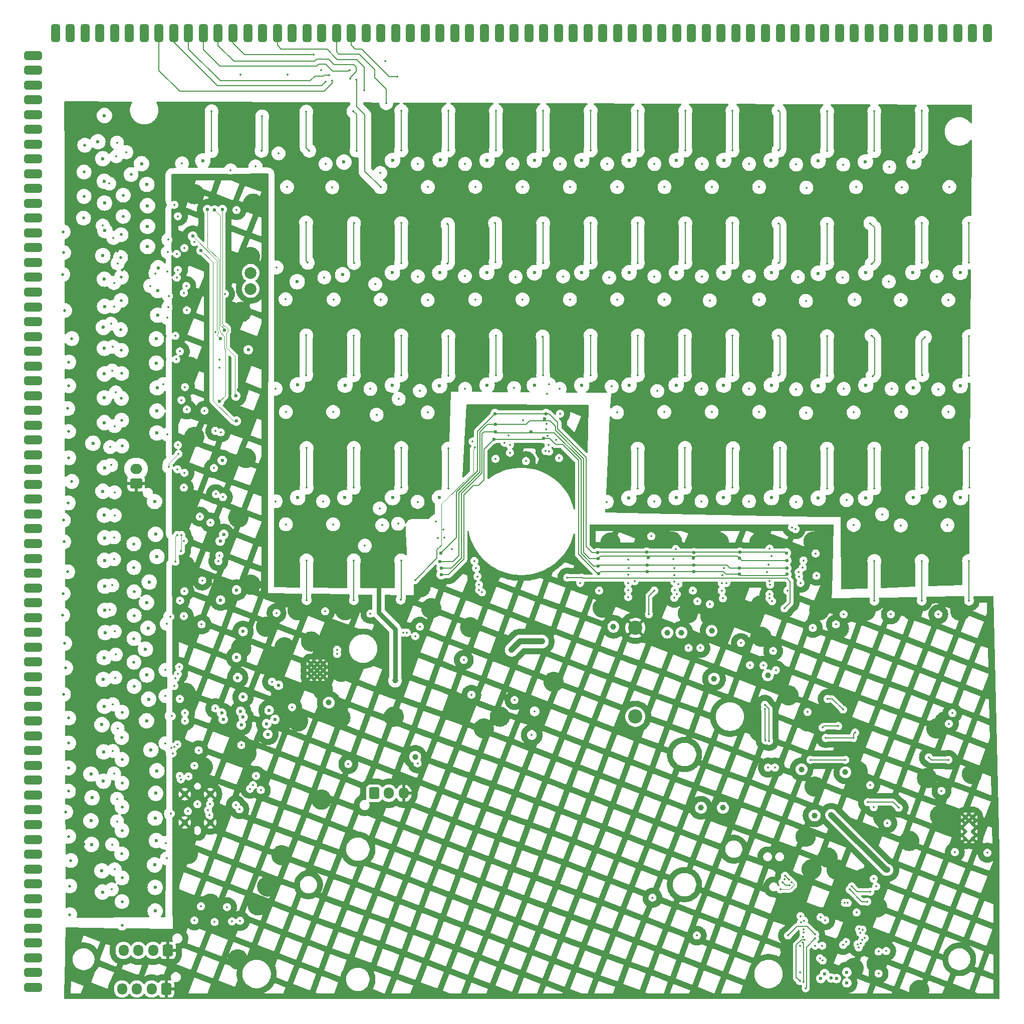
<source format=gbr>
%TF.GenerationSoftware,KiCad,Pcbnew,8.0.2*%
%TF.CreationDate,2024-06-03T23:57:49-04:00*%
%TF.ProjectId,IGGDriver,49474744-7269-4766-9572-2e6b69636164,rev?*%
%TF.SameCoordinates,Original*%
%TF.FileFunction,Copper,L2,Inr*%
%TF.FilePolarity,Positive*%
%FSLAX46Y46*%
G04 Gerber Fmt 4.6, Leading zero omitted, Abs format (unit mm)*
G04 Created by KiCad (PCBNEW 8.0.2) date 2024-06-03 23:57:49*
%MOMM*%
%LPD*%
G01*
G04 APERTURE LIST*
G04 Aperture macros list*
%AMRoundRect*
0 Rectangle with rounded corners*
0 $1 Rounding radius*
0 $2 $3 $4 $5 $6 $7 $8 $9 X,Y pos of 4 corners*
0 Add a 4 corners polygon primitive as box body*
4,1,4,$2,$3,$4,$5,$6,$7,$8,$9,$2,$3,0*
0 Add four circle primitives for the rounded corners*
1,1,$1+$1,$2,$3*
1,1,$1+$1,$4,$5*
1,1,$1+$1,$6,$7*
1,1,$1+$1,$8,$9*
0 Add four rect primitives between the rounded corners*
20,1,$1+$1,$2,$3,$4,$5,0*
20,1,$1+$1,$4,$5,$6,$7,0*
20,1,$1+$1,$6,$7,$8,$9,0*
20,1,$1+$1,$8,$9,$2,$3,0*%
G04 Aperture macros list end*
%TA.AperFunction,ComponentPad*%
%ADD10RoundRect,0.250000X-0.600000X-0.725000X0.600000X-0.725000X0.600000X0.725000X-0.600000X0.725000X0*%
%TD*%
%TA.AperFunction,ComponentPad*%
%ADD11O,1.700000X1.950000*%
%TD*%
%TA.AperFunction,HeatsinkPad*%
%ADD12C,0.500000*%
%TD*%
%TA.AperFunction,ComponentPad*%
%ADD13RoundRect,0.250000X0.750000X-0.600000X0.750000X0.600000X-0.750000X0.600000X-0.750000X-0.600000X0*%
%TD*%
%TA.AperFunction,ComponentPad*%
%ADD14O,2.000000X1.700000*%
%TD*%
%TA.AperFunction,ComponentPad*%
%ADD15C,0.600000*%
%TD*%
%TA.AperFunction,ComponentPad*%
%ADD16RoundRect,0.250000X0.600000X0.725000X-0.600000X0.725000X-0.600000X-0.725000X0.600000X-0.725000X0*%
%TD*%
%TA.AperFunction,ComponentPad*%
%ADD17C,2.000000*%
%TD*%
%TA.AperFunction,ComponentPad*%
%ADD18RoundRect,0.375000X1.125000X0.375000X-1.125000X0.375000X-1.125000X-0.375000X1.125000X-0.375000X0*%
%TD*%
%TA.AperFunction,ComponentPad*%
%ADD19RoundRect,0.375000X0.375000X-1.125000X0.375000X1.125000X-0.375000X1.125000X-0.375000X-1.125000X0*%
%TD*%
%TA.AperFunction,ComponentPad*%
%ADD20C,1.100000*%
%TD*%
%TA.AperFunction,ComponentPad*%
%ADD21C,2.400000*%
%TD*%
%TA.AperFunction,ViaPad*%
%ADD22C,0.350000*%
%TD*%
%TA.AperFunction,ViaPad*%
%ADD23C,0.600000*%
%TD*%
%TA.AperFunction,ViaPad*%
%ADD24C,1.000000*%
%TD*%
%TA.AperFunction,ViaPad*%
%ADD25C,0.500000*%
%TD*%
%TA.AperFunction,Conductor*%
%ADD26C,0.150000*%
%TD*%
%TA.AperFunction,Conductor*%
%ADD27C,1.000000*%
%TD*%
%TA.AperFunction,Conductor*%
%ADD28C,0.110000*%
%TD*%
%TA.AperFunction,Conductor*%
%ADD29C,0.200000*%
%TD*%
%TA.AperFunction,Conductor*%
%ADD30C,0.750000*%
%TD*%
%TA.AperFunction,Conductor*%
%ADD31C,0.100000*%
%TD*%
G04 APERTURE END LIST*
D10*
%TO.N,Net-(BT2-+)*%
%TO.C,J3*%
X128850000Y-136450000D03*
D11*
%TO.N,/BAT_MID*%
X131350000Y-136450000D03*
%TO.N,GND*%
X133850000Y-136450000D03*
%TD*%
D12*
%TO.N,GND*%
%TO.C,U16*%
X120275000Y-114600000D03*
X119225000Y-114600000D03*
X118175000Y-114600000D03*
X120275000Y-115650000D03*
X119225000Y-115650000D03*
X118175000Y-115650000D03*
X120275000Y-116700000D03*
X119225000Y-116700000D03*
X118175000Y-116700000D03*
%TD*%
D13*
%TO.N,HT*%
%TO.C,J1002*%
X88625000Y-84100000D03*
D14*
%TO.N,GND*%
X88625000Y-81600000D03*
%TD*%
D15*
%TO.N,GND*%
%TO.C,U18*%
X230000000Y-144100000D03*
X230000000Y-142900000D03*
X230000000Y-141600000D03*
X230000000Y-140500000D03*
X228800000Y-144100000D03*
X228800000Y-142900000D03*
X228800000Y-141600000D03*
X228800000Y-140500000D03*
%TD*%
D16*
%TO.N,GND*%
%TO.C,J1*%
X94000000Y-163000000D03*
D11*
%TO.N,/LED*%
X91500000Y-163000000D03*
%TO.N,/RX*%
X89000000Y-163000000D03*
%TO.N,+3V3*%
X86500000Y-163000000D03*
%TD*%
D16*
%TO.N,GND*%
%TO.C,J7*%
X93750000Y-169525000D03*
D11*
%TO.N,/SCL*%
X91250000Y-169525000D03*
%TO.N,/SDA*%
X88750000Y-169525000D03*
%TO.N,+3V3*%
X86250000Y-169525000D03*
%TD*%
D17*
%TO.N,Net-(U1012-Q9)*%
%TO.C,TP1001*%
X108000000Y-51200000D03*
%TD*%
D18*
%TO.N,/Kathode/OUT_K0*%
%TO.C,U13*%
X71250000Y-169250000D03*
%TO.N,/Kathode/OUT_K1*%
X71250000Y-166750000D03*
%TO.N,/Kathode/OUT_K2*%
X71250000Y-164250000D03*
%TO.N,/Kathode/OUT_K3*%
X71250000Y-161750000D03*
%TO.N,/Kathode/OUT_K4*%
X71250000Y-159250000D03*
%TO.N,/Kathode/OUT_K5*%
X71250000Y-156750000D03*
%TO.N,/Kathode/OUT_K6*%
X71250000Y-154250000D03*
%TO.N,/Kathode/OUT_K7*%
X71250000Y-151750000D03*
%TO.N,/Kathode/OUT_K8*%
X71250000Y-149250000D03*
%TO.N,/Kathode/OUT_K9*%
X71250000Y-146750000D03*
%TO.N,/Kathode/OUT_K10*%
X71250000Y-144250000D03*
%TO.N,/Kathode/OUT_K11*%
X71250000Y-141750000D03*
%TO.N,/Kathode/OUT_K12*%
X71250000Y-139250000D03*
%TO.N,/Kathode/OUT_K13*%
X71250000Y-136750000D03*
%TO.N,/Kathode/OUT_K14*%
X71250000Y-134250000D03*
%TO.N,/Kathode/OUT_K15*%
X71250000Y-131750000D03*
%TO.N,/Kathode/OUT_K16*%
X71250000Y-129250000D03*
%TO.N,/Kathode/OUT_K17*%
X71250000Y-126750000D03*
%TO.N,/Kathode/OUT_K18*%
X71250000Y-124250000D03*
%TO.N,/Kathode/OUT_K19*%
X71250000Y-121750000D03*
%TO.N,/Kathode/OUT_K20*%
X71250000Y-119250000D03*
%TO.N,/Kathode/OUT_K21*%
X71250000Y-116750000D03*
%TO.N,/Kathode/OUT_K22*%
X71250000Y-114250000D03*
%TO.N,/Kathode/OUT_K23*%
X71250000Y-111750000D03*
%TO.N,/Kathode/OUT_K24*%
X71250000Y-109250000D03*
%TO.N,/Kathode/OUT_K25*%
X71250000Y-106750000D03*
%TO.N,/Kathode/OUT_K26*%
X71250000Y-104250000D03*
%TO.N,/Kathode/OUT_K27*%
X71250000Y-101750000D03*
%TO.N,/Kathode/OUT_K28*%
X71250000Y-99250000D03*
%TO.N,/Kathode/OUT_K29*%
X71250000Y-96750000D03*
%TO.N,/Kathode/OUT_K30*%
X71250000Y-94250000D03*
%TO.N,/Kathode/OUT_K31*%
X71250000Y-91750000D03*
%TO.N,/Kathode/OUT_K32*%
X71250000Y-89250000D03*
%TO.N,/Kathode/OUT_K33*%
X71250000Y-86750000D03*
%TO.N,/Kathode/OUT_K34*%
X71250000Y-84250000D03*
%TO.N,/Kathode/OUT_K35*%
X71250000Y-81750000D03*
%TO.N,/Kathode/OUT_K36*%
X71250000Y-79250000D03*
%TO.N,/Kathode/OUT_K37*%
X71250000Y-76750000D03*
%TO.N,/Kathode/OUT_K38*%
X71250000Y-74250000D03*
%TO.N,/Kathode/OUT_K39*%
X71250000Y-71750000D03*
%TO.N,/Kathode/OUT_K40*%
X71250000Y-69250000D03*
%TO.N,/Kathode/OUT_K41*%
X71250000Y-66750000D03*
%TO.N,/Kathode/OUT_K42*%
X71250000Y-64250000D03*
%TO.N,/Kathode/OUT_K43*%
X71250000Y-61750000D03*
%TO.N,/Kathode/OUT_K44*%
X71250000Y-59250000D03*
%TO.N,/Kathode/OUT_K45*%
X71250000Y-56750000D03*
%TO.N,/Kathode/OUT_K46*%
X71250000Y-54250000D03*
%TO.N,/Kathode/OUT_K47*%
X71250000Y-51750000D03*
%TO.N,/Kathode/OUT_K48*%
X71250000Y-49250000D03*
%TO.N,/Kathode/OUT_K49*%
X71250000Y-46750000D03*
%TO.N,/Kathode/OUT_K50*%
X71250000Y-44250000D03*
%TO.N,/Kathode/OUT_K51*%
X71250000Y-41750000D03*
%TO.N,/Kathode/OUT_K52*%
X71250000Y-39250000D03*
%TO.N,/Kathode/OUT_K53*%
X71250000Y-36750000D03*
%TO.N,/Kathode/OUT_K54*%
X71250000Y-34250000D03*
%TO.N,/Kathode/OUT_K55*%
X71250000Y-31750000D03*
%TO.N,/Kathode/OUT_K56*%
X71250000Y-29250000D03*
%TO.N,/Kathode/OUT_K57*%
X71250000Y-26750000D03*
%TO.N,/Kathode/OUT_K58*%
X71250000Y-24250000D03*
%TO.N,/Kathode/OUT_K59*%
X71250000Y-21750000D03*
%TO.N,/Kathode/OUT_K60*%
X71250000Y-19250000D03*
%TO.N,/Kathode/OUT_K61*%
X71250000Y-16750000D03*
%TO.N,/Kathode/OUT_K62*%
X71250000Y-14250000D03*
%TO.N,/Kathode/OUT_K63*%
X71250000Y-11750000D03*
D19*
%TO.N,/AO1*%
X75000000Y-8000000D03*
%TO.N,/AO2*%
X77500000Y-8000000D03*
%TO.N,/AO3*%
X80000000Y-8000000D03*
%TO.N,/AO4*%
X82500000Y-8000000D03*
%TO.N,/AO5*%
X85000000Y-8000000D03*
%TO.N,/AO6*%
X87500000Y-8000000D03*
%TO.N,/AO7*%
X90000000Y-8000000D03*
%TO.N,/AO8*%
X92500000Y-8000000D03*
%TO.N,/AO9*%
X95000000Y-8000000D03*
%TO.N,/AO10*%
X97500000Y-8000000D03*
%TO.N,/AO11*%
X100000000Y-8000000D03*
%TO.N,/AO12*%
X102500000Y-8000000D03*
%TO.N,/AO13*%
X105000000Y-8000000D03*
%TO.N,/AO14*%
X107500000Y-8000000D03*
%TO.N,/AO15*%
X110000000Y-8000000D03*
%TO.N,/AO16*%
X112500000Y-8000000D03*
%TO.N,/AO17*%
X115000000Y-8000000D03*
%TO.N,/AO18*%
X117500000Y-8000000D03*
%TO.N,/AO19*%
X120000000Y-8000000D03*
%TO.N,/AO20*%
X122500000Y-8000000D03*
%TO.N,/AO21*%
X125000000Y-8000000D03*
%TO.N,/AO22*%
X127500000Y-8000000D03*
%TO.N,/AO23*%
X130000000Y-8000000D03*
%TO.N,/AO24*%
X132500000Y-8000000D03*
%TO.N,/AO25*%
X135000000Y-8000000D03*
%TO.N,/AO26*%
X137500000Y-8000000D03*
%TO.N,/AO27*%
X140000000Y-8000000D03*
%TO.N,/AO28*%
X142500000Y-8000000D03*
%TO.N,/AO29*%
X145000000Y-8000000D03*
%TO.N,/AO30*%
X147500000Y-8000000D03*
%TO.N,/AO31*%
X150000000Y-8000000D03*
%TO.N,/AO32*%
X152500000Y-8000000D03*
%TO.N,/AO33*%
X155000000Y-8000000D03*
%TO.N,/AO34*%
X157500000Y-8000000D03*
%TO.N,/AO35*%
X160000000Y-8000000D03*
%TO.N,/AO36*%
X162500000Y-8000000D03*
%TO.N,/AO37*%
X165000000Y-8000000D03*
%TO.N,/AO38*%
X167500000Y-8000000D03*
%TO.N,/AO39*%
X170000000Y-8000000D03*
%TO.N,/AO40*%
X172500000Y-8000000D03*
%TO.N,/AO41*%
X175000000Y-8000000D03*
%TO.N,/AO42*%
X177500000Y-8000000D03*
%TO.N,/AO43*%
X180000000Y-8000000D03*
%TO.N,/AO44*%
X182500000Y-8000000D03*
%TO.N,/AO45*%
X185000000Y-8000000D03*
%TO.N,/AO46*%
X187500000Y-8000000D03*
%TO.N,/AO47*%
X190000000Y-8000000D03*
%TO.N,/AO48*%
X192500000Y-8000000D03*
%TO.N,/AO49*%
X195000000Y-8000000D03*
%TO.N,/AO50*%
X197500000Y-8000000D03*
%TO.N,/AO51*%
X200000000Y-8000000D03*
%TO.N,/AO52*%
X202500000Y-8000000D03*
%TO.N,/AO53*%
X205000000Y-8000000D03*
%TO.N,/AO54*%
X207500000Y-8000000D03*
%TO.N,/AO55*%
X210000000Y-8000000D03*
%TO.N,/AO56*%
X212500000Y-8000000D03*
%TO.N,/AO57*%
X215000000Y-8000000D03*
%TO.N,/AO58*%
X217500000Y-8000000D03*
%TO.N,/AO59*%
X220000000Y-8000000D03*
%TO.N,/AO60*%
X222500000Y-8000000D03*
%TO.N,/AO61*%
X225000000Y-8000000D03*
%TO.N,/AO62*%
X227500000Y-8000000D03*
%TO.N,/AO63*%
X230000000Y-8000000D03*
%TO.N,/AO64*%
X232500000Y-8000000D03*
%TD*%
D20*
%TO.N,GND*%
%TO.C,J6*%
X101150000Y-136600000D03*
X96850000Y-136600000D03*
X101150000Y-141400000D03*
X96850000Y-141400000D03*
%TD*%
D17*
%TO.N,Net-(U1012-Cout)*%
%TO.C,TP1002*%
X108000000Y-48500000D03*
%TD*%
D21*
%TO.N,Net-(BT3-+)*%
%TO.C,C106*%
X173000000Y-123500000D03*
%TO.N,GND*%
X173000000Y-108500000D03*
%TD*%
D22*
%TO.N,/~{USB_BOOT}*%
X214100000Y-166900000D03*
X212300000Y-137950000D03*
X217500000Y-138900000D03*
X203000000Y-108500000D03*
D23*
%TO.N,GND*%
X89550000Y-30050000D03*
D22*
X199200000Y-162800000D03*
D23*
X179946111Y-29482269D03*
X211946111Y-48482269D03*
D22*
X107200000Y-79800000D03*
X168800000Y-94100000D03*
D23*
X81000000Y-133200000D03*
X97000000Y-108500000D03*
X97039265Y-119509265D03*
X83275000Y-73804596D03*
X90450000Y-33550000D03*
X227908611Y-67582269D03*
D22*
X221000000Y-169700000D03*
D23*
X90450000Y-116450000D03*
D22*
X198400000Y-155800000D03*
D24*
X143100000Y-121700000D03*
D23*
X82850000Y-149550000D03*
D22*
X108400000Y-36800000D03*
D24*
X159200000Y-117600000D03*
D22*
X191800000Y-106500000D03*
D23*
X195946111Y-29482269D03*
X91750000Y-148550000D03*
X83010118Y-45590276D03*
D22*
X120200000Y-119000000D03*
D23*
X113500000Y-120000000D03*
D22*
X222300000Y-133900000D03*
D23*
X105900000Y-68300000D03*
X92201519Y-67923986D03*
X227908611Y-105582269D03*
X83275000Y-65579276D03*
X99908611Y-29582269D03*
D22*
X122800000Y-109700000D03*
D23*
X106400000Y-55100000D03*
X115908611Y-67444769D03*
D22*
X207400000Y-108600000D03*
D23*
X139946111Y-48482269D03*
X83100000Y-134400000D03*
D24*
X138500000Y-105200000D03*
D23*
X203908611Y-29582269D03*
X219946111Y-86482269D03*
X219908611Y-48444769D03*
X83275000Y-121750000D03*
X123946111Y-105482269D03*
X155946111Y-29482269D03*
D22*
X181900000Y-106000000D03*
D23*
X123946111Y-67482269D03*
D22*
X147400000Y-125500000D03*
X110600000Y-108300000D03*
D23*
X131946111Y-67482269D03*
X83275000Y-21907272D03*
X147908611Y-48444769D03*
D22*
X123300000Y-115900000D03*
D23*
X90400000Y-124200000D03*
D22*
X211700000Y-150797288D03*
D23*
X227908611Y-48444769D03*
X83350000Y-101450000D03*
D22*
X111600000Y-114100000D03*
X187800000Y-106300000D03*
D23*
X90400000Y-104200000D03*
X83300000Y-36700000D03*
X92050000Y-144450000D03*
X92150000Y-132650000D03*
X179908611Y-86482269D03*
X91850000Y-156350000D03*
D22*
X110800000Y-152200000D03*
X99900000Y-132000000D03*
D23*
X179946111Y-48482269D03*
X171946111Y-48482269D03*
D22*
X223900000Y-125500000D03*
D23*
X131946111Y-48482269D03*
X90550000Y-37150000D03*
X115946111Y-105482269D03*
D22*
X197800000Y-148500000D03*
X213900000Y-155700000D03*
X150400000Y-81500000D03*
D23*
X97752617Y-64399272D03*
X92150000Y-71850000D03*
D22*
X96400000Y-156500000D03*
D23*
X213825000Y-165250000D03*
X211908611Y-86582269D03*
X219942236Y-67878044D03*
X97200000Y-130400000D03*
X82850000Y-124850000D03*
D22*
X210600000Y-132700000D03*
D23*
X147946111Y-29482269D03*
X203908611Y-48582269D03*
X83250000Y-89450000D03*
X187946111Y-29482269D03*
X187908611Y-86482269D03*
X90200000Y-112100000D03*
X140025518Y-29405237D03*
X83000000Y-29200000D03*
D24*
X132200000Y-123500000D03*
D22*
X194200000Y-104700000D03*
D23*
X83109484Y-57707943D03*
D22*
X229900000Y-133200000D03*
D23*
X150917565Y-70950000D03*
X83250000Y-33020665D03*
X83331045Y-93282870D03*
X155946111Y-67482269D03*
D22*
X113200000Y-146900000D03*
D23*
X91929958Y-92676417D03*
D22*
X194000000Y-126000000D03*
D23*
X91850000Y-152350000D03*
X211946111Y-67482269D03*
D22*
X224500000Y-140200000D03*
D23*
X187908611Y-67482269D03*
X155946111Y-48482269D03*
X131975000Y-29485524D03*
X196000000Y-48482269D03*
D22*
X207000000Y-149325000D03*
D23*
X92150000Y-96450000D03*
X82163603Y-26336397D03*
X92350000Y-47650000D03*
D22*
X214900000Y-140500000D03*
D23*
X171946111Y-67482269D03*
D24*
X150100000Y-123500000D03*
D22*
X122200000Y-114300000D03*
X200800000Y-166700000D03*
D23*
X105900000Y-89816327D03*
X179908611Y-67482269D03*
D22*
X194300000Y-110000000D03*
D23*
X91850000Y-140650000D03*
D22*
X113700000Y-111800000D03*
X187100000Y-94000000D03*
D23*
X83340895Y-41345371D03*
D22*
X210300000Y-134900000D03*
D23*
X81100000Y-145100000D03*
D22*
X202800000Y-149300000D03*
X198877351Y-119883974D03*
X98500000Y-76200000D03*
D23*
X163946111Y-48482269D03*
X92050000Y-59650000D03*
X106400000Y-111900000D03*
X83025000Y-85410264D03*
X81000000Y-141100000D03*
X91950000Y-136450000D03*
X90850000Y-100750000D03*
D22*
X203100000Y-93900000D03*
D23*
X83275000Y-49558932D03*
D22*
X204100000Y-105500000D03*
X136700000Y-101600000D03*
X201900000Y-123600000D03*
D23*
X123537376Y-48815608D03*
X227946111Y-86482269D03*
X131975000Y-86485524D03*
D22*
X123162499Y-123662499D03*
D23*
X92291989Y-51495644D03*
X196000000Y-67482269D03*
X90550000Y-40650000D03*
D22*
X145200000Y-94700000D03*
D23*
X115850000Y-49987500D03*
X97100000Y-86500000D03*
X147946111Y-67482269D03*
X92050000Y-63750000D03*
D22*
X167500000Y-105100000D03*
D23*
X83150000Y-129450000D03*
D22*
X219300000Y-144500000D03*
D23*
X91124265Y-129124265D03*
X163946111Y-67482269D03*
X83283692Y-81437471D03*
X90650000Y-108550000D03*
X115946111Y-86482269D03*
D22*
X207684905Y-154918800D03*
X179200000Y-93900000D03*
X118200000Y-110800000D03*
D23*
X83350000Y-105550000D03*
X97000000Y-53200000D03*
X163946111Y-29482269D03*
D22*
X108800000Y-30500000D03*
D23*
X211881827Y-29734454D03*
D22*
X98500000Y-35200000D03*
X116000000Y-124274998D03*
D23*
X83221417Y-113539009D03*
X91750000Y-87150000D03*
X83306554Y-54167866D03*
X203908611Y-86582269D03*
X171946111Y-29482269D03*
X83300000Y-97100000D03*
X203908611Y-67582269D03*
X83280477Y-61256495D03*
D22*
X225300000Y-124300000D03*
X97400000Y-146700000D03*
D23*
X171908611Y-86582269D03*
X219908611Y-105582269D03*
D22*
X109200000Y-155400000D03*
D23*
X131946111Y-105482269D03*
D22*
X194000000Y-94000000D03*
X105800000Y-164500000D03*
D23*
X81350000Y-77300000D03*
X92150000Y-75550000D03*
X83100000Y-117200000D03*
D22*
X107900000Y-45800000D03*
X108000000Y-101200000D03*
D23*
X107300000Y-129700000D03*
D22*
X205500000Y-147300000D03*
D23*
X82950000Y-153150000D03*
D24*
X145100000Y-108400000D03*
D22*
X202100000Y-124300000D03*
D23*
X196000000Y-86482269D03*
X83416238Y-109301287D03*
D22*
X204500000Y-123600000D03*
D23*
X90550000Y-44050000D03*
X81200000Y-137200000D03*
D22*
X160000000Y-82300000D03*
D23*
X220079581Y-29740700D03*
X83270988Y-69625207D03*
X123746539Y-29768902D03*
X211908611Y-105582269D03*
D22*
X209900000Y-166000000D03*
X201800000Y-143800000D03*
X96900000Y-98000000D03*
D23*
X90750000Y-120550000D03*
X92275000Y-55650000D03*
X187946111Y-48482269D03*
D22*
X185700000Y-106500000D03*
D24*
X203300000Y-135300000D03*
D22*
X101200000Y-155100000D03*
X159300000Y-71300000D03*
X199300000Y-167800000D03*
D24*
X119940000Y-137500000D03*
D23*
X123900000Y-86482269D03*
D22*
X225300000Y-141665000D03*
D23*
X139908611Y-67582269D03*
X139908611Y-86500000D03*
D24*
%TO.N,+5V*%
X169300000Y-108300000D03*
D22*
X106400000Y-128300000D03*
D24*
X208500000Y-132900000D03*
D22*
X185600000Y-104500000D03*
D24*
X215600000Y-149400000D03*
D22*
X183500000Y-104000000D03*
X102000000Y-122100000D03*
X101200000Y-90700000D03*
X196750000Y-115650000D03*
D24*
X206100000Y-140100000D03*
D22*
%TO.N,+3V3*%
X205100000Y-157900000D03*
X213300000Y-150900000D03*
D24*
X203300000Y-140200000D03*
D22*
X205500000Y-120500000D03*
X204600000Y-162200000D03*
X215400000Y-163100000D03*
X204300000Y-157400000D03*
X214100000Y-163200000D03*
D24*
X201100000Y-132400000D03*
D22*
X213700000Y-152200000D03*
X203400000Y-162200000D03*
X199400000Y-151500000D03*
X197500000Y-152700000D03*
X208100000Y-122300000D03*
%TO.N,/VUSB*%
X108900000Y-133500000D03*
X101000000Y-140100000D03*
X115000000Y-121900000D03*
%TO.N,Net-(D9-A)*%
X101400000Y-27900000D03*
X101400000Y-21200000D03*
%TO.N,Net-(D11-A)*%
X109850000Y-27862500D03*
X109950000Y-22062500D03*
%TO.N,Net-(D13-A)*%
X117900000Y-27862500D03*
X117400000Y-21262500D03*
%TO.N,Net-(D15-A)*%
X117650000Y-46787500D03*
X117350000Y-39987500D03*
%TO.N,Net-(D17-A)*%
X117400000Y-65762500D03*
X117400000Y-59062500D03*
%TO.N,Net-(D19-A)*%
X117437500Y-97100000D03*
X117437500Y-103800000D03*
%TO.N,Net-(D21-A)*%
X125359108Y-21202612D03*
X125877792Y-27834289D03*
%TO.N,Net-(D23-A)*%
X117437500Y-78100000D03*
X117437500Y-84800000D03*
%TO.N,Net-(D25-A)*%
X125450000Y-40100000D03*
X125450000Y-46808108D03*
%TO.N,Net-(D27-A)*%
X125437500Y-78100000D03*
X125437500Y-84800000D03*
%TO.N,Net-(D29-A)*%
X125437500Y-103800000D03*
X125437500Y-97100000D03*
%TO.N,Net-(D31-A)*%
X125437500Y-59100000D03*
X125437500Y-65800000D03*
%TO.N,Net-(D33-A)*%
X133437500Y-27800000D03*
X133437500Y-21100000D03*
%TO.N,Net-(D35-A)*%
X141400000Y-21100000D03*
X141400000Y-27800000D03*
%TO.N,Net-(D37-A)*%
X133437500Y-97100000D03*
X133332744Y-103715541D03*
%TO.N,Net-(D39-A)*%
X133437500Y-46800000D03*
X133437500Y-40100000D03*
%TO.N,Net-(D41-A)*%
X133437500Y-78100000D03*
X133437500Y-84800000D03*
%TO.N,Net-(D43-A)*%
X149437500Y-27800000D03*
X149437500Y-21100000D03*
%TO.N,Net-(D45-A)*%
X141400000Y-84900000D03*
X141400000Y-78200000D03*
%TO.N,Net-(D47-A)*%
X133437500Y-65800000D03*
X133437500Y-59100000D03*
%TO.N,Net-(D49-A)*%
X141400000Y-65900000D03*
X141400000Y-59200000D03*
%TO.N,Net-(D51-A)*%
X149437500Y-65800000D03*
X149416743Y-59124891D03*
%TO.N,Net-(D53-A)*%
X149400000Y-46700000D03*
X149300000Y-40100000D03*
%TO.N,Net-(D55-A)*%
X141275000Y-46918514D03*
X141275000Y-40268600D03*
%TO.N,Net-(D57-A)*%
X157347519Y-59255667D03*
X157437500Y-65800000D03*
%TO.N,Net-(D59-A)*%
X157437500Y-27800000D03*
X157437500Y-21100000D03*
%TO.N,Net-(D61-A)*%
X165437500Y-59100000D03*
X165437500Y-65800000D03*
%TO.N,Net-(D63-A)*%
X157437500Y-46800000D03*
X157437500Y-40100000D03*
%TO.N,Net-(D65-A)*%
X165437500Y-40100000D03*
X165437500Y-46800000D03*
%TO.N,Net-(D67-A)*%
X173400000Y-78200000D03*
X173400000Y-84900000D03*
%TO.N,Net-(D69-A)*%
X173437500Y-65800000D03*
X173437500Y-59100000D03*
%TO.N,Net-(D71-A)*%
X165437500Y-27800000D03*
X165437500Y-21100000D03*
%TO.N,Net-(D73-A)*%
X173437500Y-40100000D03*
X173437500Y-46800000D03*
%TO.N,Net-(D75-A)*%
X181400000Y-78100000D03*
X181400000Y-84800000D03*
%TO.N,Net-(D77-A)*%
X181400000Y-59100000D03*
X181400000Y-65800000D03*
%TO.N,Net-(D79-A)*%
X173437500Y-27800000D03*
X173437500Y-21100000D03*
%TO.N,Net-(D81-A)*%
X181437500Y-46800000D03*
X181437500Y-40100000D03*
%TO.N,Net-(D83-A)*%
X189525000Y-78133427D03*
X189400000Y-84800000D03*
%TO.N,Net-(D85-A)*%
X189400000Y-65800000D03*
X189400000Y-59100000D03*
%TO.N,Net-(D87-A)*%
X181437500Y-21100000D03*
X181437500Y-27800000D03*
%TO.N,Net-(D89-A)*%
X189437500Y-46800000D03*
X189437500Y-40100000D03*
%TO.N,Net-(D91-A)*%
X197437500Y-84800000D03*
X197437500Y-78100000D03*
%TO.N,Net-(D93-A)*%
X197222000Y-59100000D03*
X197222000Y-65839348D03*
%TO.N,Net-(D95-A)*%
X189437500Y-21100000D03*
X189437500Y-27800000D03*
%TO.N,Net-(D97-A)*%
X197222000Y-40143810D03*
X197222000Y-46875734D03*
%TO.N,Net-(D99-A)*%
X205400000Y-78200000D03*
X205400000Y-84900000D03*
%TO.N,Net-(D101-A)*%
X205400000Y-59200000D03*
X205400000Y-65900000D03*
%TO.N,Net-(D103-A)*%
X197222000Y-27828157D03*
X197222000Y-21100000D03*
%TO.N,Net-(D105-A)*%
X205400000Y-46900000D03*
X205400000Y-40200000D03*
%TO.N,Net-(D107-A)*%
X213400000Y-97200000D03*
X213400000Y-103900000D03*
%TO.N,Net-(D109-A)*%
X213400000Y-84900000D03*
X213400000Y-78200000D03*
%TO.N,Net-(D111-A)*%
X205400000Y-27900000D03*
X205400000Y-21200000D03*
%TO.N,Net-(D113-A)*%
X213125000Y-65931808D03*
X212950000Y-59100000D03*
%TO.N,Net-(D115-A)*%
X213400000Y-21200000D03*
X213400000Y-27900000D03*
%TO.N,Net-(D117-A)*%
X221400000Y-97200000D03*
X221400000Y-103900000D03*
%TO.N,Net-(D119-A)*%
X212950000Y-46985498D03*
X212736399Y-40111544D03*
%TO.N,Net-(D121-A)*%
X221437500Y-78100000D03*
X221437500Y-84800000D03*
%TO.N,Net-(D123-A)*%
X221400000Y-40062500D03*
X221448102Y-46727822D03*
%TO.N,Net-(D125-A)*%
X221022315Y-28142595D03*
X221400000Y-21062500D03*
%TO.N,Net-(D127-A)*%
X221950000Y-59396117D03*
X221493018Y-65788245D03*
%TO.N,Net-(D129-A)*%
X229400000Y-97200000D03*
X229400000Y-103900000D03*
%TO.N,Net-(D131-A)*%
X229400000Y-59200000D03*
X229400000Y-65900000D03*
%TO.N,Net-(D133-A)*%
X229400000Y-40062500D03*
X229400000Y-46762500D03*
%TO.N,Net-(D135-A)*%
X229437500Y-78100000D03*
X229437500Y-84800000D03*
D25*
%TO.N,HT*%
X85555668Y-105000000D03*
D22*
X202612315Y-80178675D03*
X210362500Y-79850000D03*
X194400000Y-41750000D03*
X226362500Y-98850000D03*
D25*
X86250000Y-51250000D03*
X87742893Y-112242893D03*
D22*
X194400000Y-22750000D03*
D23*
X86226344Y-156679828D03*
D22*
X106150000Y-23562500D03*
X226175000Y-79837192D03*
X170400000Y-22750000D03*
D25*
X87620943Y-136636437D03*
X86221458Y-55350000D03*
D22*
X162400000Y-60750000D03*
D23*
X87431261Y-144850000D03*
D25*
X88300000Y-120300000D03*
D22*
X186400000Y-41750000D03*
D25*
X80250000Y-28750000D03*
D22*
X130025000Y-80067079D03*
X202362500Y-22850000D03*
X122450000Y-22752697D03*
X202362500Y-41850000D03*
X178362500Y-60750000D03*
D25*
X86550000Y-33550000D03*
X79755029Y-25200001D03*
D22*
X218400000Y-79750000D03*
X194400000Y-60750000D03*
X79291422Y-41508578D03*
D23*
X79652091Y-149051301D03*
D22*
X186400000Y-22750000D03*
D25*
X78750000Y-133250000D03*
D22*
X170400000Y-41750000D03*
X169975000Y-80121527D03*
X154400000Y-60750000D03*
D25*
X87750000Y-132250000D03*
D22*
X114606250Y-23668750D03*
D25*
X86250000Y-59600000D03*
X79104562Y-77425830D03*
X79250000Y-81250000D03*
X87669863Y-100215923D03*
D22*
X210400000Y-41750000D03*
X138362500Y-60850000D03*
X210362500Y-98850000D03*
D25*
X78747907Y-113324784D03*
D22*
X121875000Y-61146817D03*
X146362500Y-41712500D03*
D25*
X79871501Y-60866753D03*
D23*
X86151416Y-153048812D03*
D25*
X86750000Y-71750000D03*
D22*
X115100000Y-42600000D03*
X146400000Y-22750000D03*
D23*
X79773473Y-145050001D03*
D22*
X218250000Y-41767145D03*
D25*
X86083101Y-63491047D03*
X78719494Y-85425000D03*
D22*
X226362500Y-60850000D03*
X193975000Y-80142411D03*
X218362500Y-98850000D03*
X114400000Y-98750000D03*
D25*
X77798729Y-21900811D03*
D22*
X162400000Y-22750000D03*
D25*
X78750000Y-121250000D03*
X87530074Y-108161865D03*
X80291166Y-32878775D03*
X78737644Y-137412433D03*
D22*
X114400000Y-79750000D03*
X178362500Y-79750000D03*
X138362500Y-22750000D03*
X186362500Y-79750000D03*
X80100000Y-73400000D03*
D25*
X78786496Y-141366753D03*
X79750000Y-45250000D03*
X86257810Y-48004148D03*
X78750000Y-129250000D03*
X79750000Y-69250000D03*
D22*
X162400000Y-41750000D03*
X178400000Y-41750000D03*
X138362500Y-79850000D03*
D25*
X78747907Y-117324784D03*
X78746621Y-89337307D03*
X78696456Y-105524040D03*
D22*
X218450000Y-24167574D03*
D25*
X79915141Y-64893798D03*
X79229707Y-101187491D03*
X79871501Y-48866753D03*
D22*
X154400000Y-41750000D03*
D24*
X132400000Y-117400001D03*
D22*
X138400000Y-41750000D03*
X122362500Y-41750000D03*
D25*
X86299504Y-37597421D03*
D22*
X154400000Y-22750000D03*
D25*
X87872881Y-124541333D03*
D22*
X185575000Y-61704116D03*
X122400000Y-79750000D03*
D25*
X85434147Y-44836599D03*
D22*
X130400000Y-98750000D03*
X114362500Y-60712500D03*
D25*
X86735586Y-75500000D03*
X78750000Y-93250000D03*
X78747907Y-109649784D03*
D23*
X78626262Y-153375000D03*
D22*
X130400000Y-41750000D03*
D23*
X88773473Y-140050001D03*
D25*
X87727475Y-96500000D03*
X78238781Y-37883134D03*
D22*
X202362500Y-60850000D03*
D25*
X87503643Y-116600000D03*
D23*
X87663623Y-148500000D03*
D22*
X218350000Y-60752697D03*
D25*
X88850000Y-87450000D03*
D22*
X130400000Y-60750000D03*
X226362500Y-41712500D03*
D25*
X78746624Y-97287500D03*
D22*
X129950000Y-23003312D03*
D25*
X87737644Y-128412433D03*
X86833099Y-29864471D03*
D22*
X122400000Y-98750000D03*
D25*
X78750000Y-125182621D03*
X79753997Y-57150141D03*
X87750000Y-92250000D03*
X86147458Y-67511703D03*
D22*
X146400000Y-60750000D03*
X210400000Y-60750000D03*
X98362500Y-22850000D03*
D25*
X86450000Y-40650000D03*
D22*
X210176000Y-22850000D03*
X178400000Y-22750000D03*
D25*
X79807066Y-53250001D03*
D22*
X170400000Y-60750000D03*
%TO.N,/K_CLK_5V*%
X136200000Y-131400000D03*
D23*
X103354074Y-123945926D03*
D22*
X182000000Y-111900000D03*
X124500000Y-131500000D03*
D23*
X110900000Y-126500000D03*
D22*
X184000000Y-111900000D03*
%TO.N,/K_RST_5V*%
X198200000Y-105200000D03*
X161500000Y-100000000D03*
X135800000Y-109900000D03*
X196300000Y-112400000D03*
%TO.N,/RST*%
X198200000Y-151000000D03*
X190840615Y-111048763D03*
%TO.N,Net-(J5-SWDIO)*%
X198300000Y-150400000D03*
X199000000Y-151100000D03*
%TO.N,Net-(J5-SWCLK)*%
X197903554Y-151496446D03*
X199100000Y-152000000D03*
%TO.N,Net-(J6-CC2)*%
X97500000Y-133600000D03*
X97400000Y-139500000D03*
%TO.N,/SR_D2*%
X134400000Y-109300000D03*
X210543387Y-161962318D03*
X145900000Y-78000000D03*
X135800000Y-100400000D03*
%TO.N,/SR_D3*%
X211123866Y-161810507D03*
X159650000Y-76750000D03*
%TO.N,/SR_D4*%
X211344222Y-161252433D03*
X163700000Y-100900000D03*
%TO.N,/SR_D5*%
X172862278Y-100625000D03*
X211766509Y-160925000D03*
%TO.N,/SR_D6*%
X180300000Y-101100000D03*
X211392042Y-159500000D03*
%TO.N,/SR_D7*%
X188400000Y-100900000D03*
X211000000Y-160000000D03*
%TO.N,/SR_D8*%
X210800000Y-159400000D03*
X196100000Y-104000000D03*
%TO.N,/BAT_DIV*%
X201600000Y-161200000D03*
X200800000Y-168200000D03*
X213300000Y-138800000D03*
%TO.N,/HV_DIV*%
X206900000Y-107900000D03*
X203400000Y-161000000D03*
X201800000Y-169400000D03*
%TO.N,/AI1*%
X96400000Y-30000000D03*
X136600000Y-108300000D03*
%TO.N,/AI2*%
X147100000Y-102500000D03*
X104600000Y-31200000D03*
%TO.N,/AO2*%
X106250000Y-14962500D03*
%TO.N,/AI3*%
X146600000Y-102100000D03*
X112700000Y-28300000D03*
%TO.N,/AO3*%
X114200000Y-14962500D03*
%TO.N,/AI4*%
X112350000Y-47587500D03*
X146600000Y-101200000D03*
%TO.N,/AO4*%
X114150000Y-33987500D03*
%TO.N,/AI5*%
X112200000Y-68062500D03*
X146300000Y-99800000D03*
%TO.N,/AO5*%
X113900000Y-52962500D03*
%TO.N,/AI7*%
X145800000Y-97200000D03*
X112354626Y-105982874D03*
%TO.N,/AO7*%
X113937500Y-91000000D03*
%TO.N,/AI8*%
X142000000Y-95200000D03*
X120650000Y-30100000D03*
%TO.N,/AO8*%
X121739090Y-16034577D03*
%TO.N,/AI6*%
X112237500Y-87100000D03*
X146100000Y-98400000D03*
%TO.N,/AO6*%
X113937500Y-72000000D03*
%TO.N,/AI9*%
X149374999Y-79935132D03*
X120450000Y-49281292D03*
X140700000Y-93200000D03*
X140600000Y-91900000D03*
%TO.N,/AO9*%
X121800000Y-34026683D03*
X120694236Y-16178551D03*
%TO.N,/AI11*%
X120237500Y-87100000D03*
X139300000Y-90500000D03*
X151800000Y-78900000D03*
X139600000Y-93300000D03*
%TO.N,/AO11*%
X124694101Y-14264359D03*
X121937500Y-72000000D03*
%TO.N,/AI12*%
X151800000Y-77600000D03*
X132900000Y-90900000D03*
X127300000Y-94600000D03*
X120583994Y-105719246D03*
%TO.N,/AO12*%
X121937500Y-91000000D03*
X124778255Y-15697336D03*
%TO.N,/AI10*%
X145500000Y-77000000D03*
X133000000Y-69800000D03*
%TO.N,/AO10*%
X122025000Y-53009669D03*
X121227503Y-15117634D03*
%TO.N,/AI13*%
X129900000Y-31600000D03*
X151600000Y-76000000D03*
%TO.N,/AO13*%
X118589499Y-11636213D03*
%TO.N,/AI15*%
X136200000Y-30100000D03*
X154041668Y-73451008D03*
%TO.N,/AI16*%
X128237500Y-106100000D03*
X154500000Y-80300000D03*
%TO.N,/AO16*%
X127212500Y-17609063D03*
X130225000Y-91128414D03*
%TO.N,/AI14*%
X150900000Y-77200000D03*
X129050000Y-50400000D03*
%TO.N,/AO14*%
X119911894Y-14200000D03*
X129937500Y-34000000D03*
X125820467Y-15825000D03*
%TO.N,/AI17*%
X129800000Y-88300000D03*
X157800000Y-78600000D03*
%TO.N,/AO17*%
X129275000Y-72481884D03*
%TO.N,/AI19*%
X144237500Y-30100000D03*
X158400000Y-67300000D03*
X158400000Y-78700000D03*
X158093068Y-68975000D03*
%TO.N,/AO19*%
X130700000Y-12700000D03*
%TO.N,/AI20*%
X158300000Y-77600000D03*
X136200000Y-87200000D03*
%TO.N,/AO20*%
X137900000Y-72100000D03*
X130900000Y-19800000D03*
%TO.N,/AI18*%
X160100000Y-79800000D03*
X128237500Y-68100000D03*
%TO.N,/AO18*%
X129975000Y-53011934D03*
%TO.N,/AI21*%
X158200000Y-76025000D03*
X136575000Y-68434501D03*
%TO.N,/AO21*%
X137900000Y-53100000D03*
X132787500Y-15300000D03*
%TO.N,/AI23*%
X144237500Y-68100000D03*
X158037291Y-74025000D03*
%TO.N,/AO23*%
X145937500Y-53000000D03*
%TO.N,/AI24*%
X144200000Y-49062500D03*
X160300000Y-72300000D03*
%TO.N,/AO24*%
X145953002Y-33950000D03*
%TO.N,/AI22*%
X136237500Y-49100000D03*
X157914927Y-74975000D03*
%TO.N,/AO22*%
X137937500Y-34000000D03*
%TO.N,/AI25*%
X152531062Y-67959310D03*
X166900000Y-102200000D03*
%TO.N,/AO25*%
X153937500Y-53000000D03*
%TO.N,/AI27*%
X152237500Y-30100000D03*
X171800000Y-102100000D03*
%TO.N,/AI28*%
X171800000Y-100900000D03*
X160237500Y-68100000D03*
%TO.N,/AO28*%
X161937500Y-53000000D03*
%TO.N,/AI26*%
X152775000Y-49178691D03*
X171800000Y-103300000D03*
%TO.N,/AO26*%
X153937500Y-34000000D03*
%TO.N,/AI29*%
X160800000Y-49100000D03*
X171800000Y-99500000D03*
%TO.N,/AO29*%
X161937500Y-34000000D03*
%TO.N,/AI31*%
X171800000Y-97000000D03*
X168200000Y-87200000D03*
%TO.N,/AO31*%
X169900000Y-72100000D03*
%TO.N,/AI32*%
X175700000Y-93000000D03*
X169000000Y-67700000D03*
%TO.N,/AO32*%
X169937500Y-53000000D03*
%TO.N,/AI30*%
X171900000Y-98425000D03*
X160250000Y-30100000D03*
%TO.N,/AI33*%
X180000000Y-102800000D03*
X168575000Y-49303771D03*
%TO.N,/AO33*%
X169937500Y-34000000D03*
%TO.N,/AI35*%
X176200000Y-87100000D03*
X179700000Y-102100000D03*
%TO.N,/AO35*%
X177900000Y-72000000D03*
%TO.N,/AI36*%
X179600000Y-100700000D03*
X176712500Y-68466449D03*
%TO.N,/AO36*%
X177900000Y-53000000D03*
%TO.N,/AI34*%
X179600000Y-103400000D03*
X168237500Y-30100000D03*
%TO.N,/AI37*%
X179600000Y-99600000D03*
X176237500Y-49100000D03*
%TO.N,/AO37*%
X177937500Y-34000000D03*
%TO.N,/AI39*%
X179400000Y-96877331D03*
X184200000Y-87100000D03*
%TO.N,/AO39*%
X185900000Y-72000000D03*
%TO.N,/AI40*%
X184200000Y-68100000D03*
X179828768Y-95175000D03*
%TO.N,/AO40*%
X185575000Y-53162141D03*
%TO.N,/AI38*%
X179628768Y-98425000D03*
X176237500Y-30100000D03*
%TO.N,/AI41*%
X182700000Y-102200000D03*
X184237500Y-49100000D03*
%TO.N,/AO41*%
X185937500Y-34000000D03*
%TO.N,/AI43*%
X192237500Y-87100000D03*
X187600000Y-102200000D03*
%TO.N,/AO43*%
X193937500Y-72000000D03*
%TO.N,/AI44*%
X187600000Y-100900000D03*
X192237500Y-68100000D03*
%TO.N,/AO44*%
X193937500Y-53000000D03*
%TO.N,/AI42*%
X184237500Y-30100000D03*
X187800000Y-103500000D03*
%TO.N,/AI45*%
X192237500Y-49100000D03*
X187700000Y-99600000D03*
%TO.N,/AO45*%
X193937500Y-34000000D03*
%TO.N,/AI47*%
X200100000Y-91800000D03*
X200200000Y-87200000D03*
%TO.N,/AO47*%
X201846683Y-72188106D03*
%TO.N,/AI48*%
X200200000Y-68200000D03*
X199500000Y-91525000D03*
%TO.N,/AO48*%
X201829032Y-53237181D03*
%TO.N,/AI46*%
X188000000Y-98400000D03*
X192237500Y-30100000D03*
%TO.N,/AI49*%
X195700000Y-102800000D03*
X200475000Y-49200000D03*
%TO.N,/AO49*%
X201900000Y-34100000D03*
%TO.N,/AI51*%
X208200000Y-106200000D03*
X195800000Y-101200000D03*
%TO.N,/AO51*%
X209900000Y-91100000D03*
%TO.N,/AI52*%
X208700000Y-86900010D03*
X195700000Y-100600000D03*
%TO.N,/AO52*%
X209900000Y-72100000D03*
%TO.N,/AI50*%
X195700000Y-103500000D03*
X200200000Y-30200000D03*
%TO.N,/AI53*%
X195286498Y-99049087D03*
X208237500Y-68100000D03*
%TO.N,/AO53*%
X210044000Y-53016624D03*
%TO.N,/AI55*%
X208144000Y-30207157D03*
X196000000Y-96400000D03*
%TO.N,/AI56*%
X216200000Y-106200000D03*
X195700000Y-95100000D03*
%TO.N,/AO56*%
X217842172Y-91183595D03*
%TO.N,/AI54*%
X208018473Y-49259068D03*
X195500000Y-97800000D03*
%TO.N,/AO54*%
X210290579Y-34000000D03*
%TO.N,/AI57*%
X198700000Y-102200000D03*
X214700000Y-89300000D03*
%TO.N,/AO57*%
X217937500Y-72000000D03*
%TO.N,/AI59*%
X200700000Y-99800000D03*
X215850000Y-49975808D03*
%TO.N,/AO59*%
X218050000Y-34050202D03*
%TO.N,/AI60*%
X200900000Y-100900000D03*
X215949847Y-30617106D03*
%TO.N,/AI58*%
X200600000Y-99100000D03*
X216312500Y-68100000D03*
%TO.N,/AO58*%
X217846998Y-53090502D03*
%TO.N,/AI61*%
X203600000Y-99700000D03*
X224200000Y-106200000D03*
%TO.N,/AO61*%
X225765170Y-91126681D03*
%TO.N,/AI63*%
X201400000Y-97100000D03*
X224200000Y-68200000D03*
%TO.N,/AO63*%
X225900000Y-53100000D03*
%TO.N,/AI64*%
X203464124Y-95935876D03*
X223925000Y-49118315D03*
%TO.N,/AO64*%
X226075000Y-33962500D03*
%TO.N,/AI62*%
X224475000Y-87151056D03*
X201300000Y-98300000D03*
%TO.N,/AO62*%
X225937500Y-72000000D03*
%TO.N,/SR_SHCP*%
X210400000Y-156600000D03*
X175300000Y-106200000D03*
D23*
X149400000Y-74100000D03*
X157700000Y-73200000D03*
X198600000Y-97100000D03*
X182800000Y-96700000D03*
X166700000Y-96800000D03*
X175200000Y-96600000D03*
D22*
X176200000Y-102200000D03*
D23*
X190600000Y-96700000D03*
X140000000Y-97300000D03*
%TO.N,/~SR_OE*%
X175000000Y-99000000D03*
X190600000Y-99450000D03*
X157500000Y-76500000D03*
X182900000Y-99000000D03*
X140200000Y-99500000D03*
X198600000Y-99450000D03*
X149100000Y-76600000D03*
X166800000Y-99350000D03*
%TO.N,/~SR_MC*%
X149300000Y-72300000D03*
X157900000Y-72300000D03*
X174900000Y-95700000D03*
X198524265Y-95824265D03*
X140100000Y-95900000D03*
X182900000Y-95800000D03*
X166640982Y-95779509D03*
X190700000Y-95700000D03*
%TO.N,/SR_STCP*%
X155350854Y-75402324D03*
X166700000Y-98100000D03*
X175000000Y-97900000D03*
X140200000Y-98400000D03*
X198600000Y-98400000D03*
X190600000Y-98400000D03*
X149400000Y-75400000D03*
X182900000Y-97900000D03*
D22*
%TO.N,/SR_D1*%
X133800000Y-109300000D03*
X210769149Y-162522974D03*
D23*
%TO.N,Net-(U12-DI(IO0))*%
X204995676Y-166945288D03*
X207000000Y-167750000D03*
%TO.N,Net-(U12-CLK)*%
X204350000Y-167750000D03*
X206104442Y-167675000D03*
%TO.N,Net-(U12-DO(IO1))*%
X208750000Y-168475000D03*
X208750000Y-166700000D03*
D24*
%TO.N,/BAT_MID*%
X184100000Y-138900000D03*
X187800000Y-138900000D03*
%TO.N,Net-(BT3-+)*%
X186300000Y-117100000D03*
D22*
%TO.N,/SD_DAT3*%
X201424920Y-159967973D03*
X104850000Y-158100000D03*
%TO.N,/SD_DAT1*%
X98500000Y-157950000D03*
X201015060Y-158274583D03*
%TO.N,/SD_CMD*%
X104000000Y-155700000D03*
X200912365Y-157209289D03*
%TO.N,/SD_CLK*%
X101900000Y-158200000D03*
X201379863Y-160680015D03*
%TO.N,/SD_DAT2*%
X106200000Y-158000000D03*
X201418338Y-159436912D03*
%TO.N,/SD_DAT0*%
X99600000Y-155550000D03*
X201516443Y-157997816D03*
%TO.N,/K_CLK*%
X208363564Y-154947249D03*
X192400000Y-114800000D03*
%TO.N,/K_RST*%
X194640615Y-114848763D03*
X208896446Y-154996446D03*
D23*
%TO.N,/Kathode/LAST_COUNT_RESET*%
X107600000Y-61500000D03*
X106700000Y-109100000D03*
D25*
%TO.N,/Kathode/OUT_K0*%
X86250000Y-158750000D03*
%TO.N,/Kathode/OUT_K8*%
X77236902Y-143741605D03*
%TO.N,/Kathode/OUT_K16*%
X77250000Y-127957478D03*
%TO.N,/Kathode/OUT_K24*%
X76570476Y-111097317D03*
%TO.N,/Kathode/OUT_K32*%
X76425000Y-93929847D03*
%TO.N,/Kathode/OUT_K40*%
X77084042Y-71421804D03*
%TO.N,/Kathode/OUT_K48*%
X76555768Y-54850304D03*
%TO.N,/Kathode/OUT_K56*%
X86083630Y-42050000D03*
%TO.N,/Kathode/OUT_K1*%
X86250000Y-154750000D03*
%TO.N,/Kathode/OUT_K9*%
X86250000Y-138750000D03*
%TO.N,/Kathode/OUT_K17*%
X86250000Y-122750000D03*
%TO.N,/Kathode/OUT_K25*%
X88310761Y-106403453D03*
%TO.N,/Kathode/OUT_K33*%
X76347780Y-90296545D03*
%TO.N,/Kathode/OUT_K41*%
X86150815Y-69700000D03*
%TO.N,/Kathode/OUT_K49*%
X86085001Y-53152644D03*
%TO.N,/Kathode/OUT_K57*%
X79834428Y-35578775D03*
%TO.N,/Kathode/OUT_K2*%
X77417978Y-156971289D03*
%TO.N,/Kathode/OUT_K10*%
X76734871Y-139600000D03*
%TO.N,/Kathode/OUT_K18*%
X77250000Y-123750000D03*
%TO.N,/Kathode/OUT_K26*%
X76242950Y-106333760D03*
%TO.N,/Kathode/OUT_K34*%
X77180165Y-87383651D03*
%TO.N,/Kathode/OUT_K42*%
X77250000Y-67575000D03*
%TO.N,/Kathode/OUT_K50*%
X76250000Y-48750000D03*
%TO.N,/Kathode/OUT_K58*%
X86450000Y-38950000D03*
%TO.N,/Kathode/OUT_K3*%
X86250000Y-150750000D03*
%TO.N,/Kathode/OUT_K11*%
X86250000Y-134750000D03*
%TO.N,/Kathode/OUT_K19*%
X88293561Y-118382870D03*
%TO.N,/Kathode/OUT_K27*%
X88304167Y-102396859D03*
%TO.N,/Kathode/OUT_K35*%
X77750000Y-83750000D03*
%TO.N,/Kathode/OUT_K43*%
X86186156Y-65503779D03*
%TO.N,/Kathode/OUT_K51*%
X86158086Y-49200000D03*
%TO.N,/Kathode/OUT_K59*%
X79834428Y-31450000D03*
%TO.N,/Kathode/OUT_K4*%
X77417978Y-152125000D03*
%TO.N,/Kathode/OUT_K12*%
X77199928Y-136094967D03*
%TO.N,/Kathode/OUT_K20*%
X76356269Y-119716422D03*
%TO.N,/Kathode/OUT_K28*%
X76295405Y-102704595D03*
%TO.N,/Kathode/OUT_K36*%
X77250000Y-79750000D03*
%TO.N,/Kathode/OUT_K44*%
X77245493Y-63586476D03*
%TO.N,/Kathode/OUT_K52*%
X76382922Y-45069579D03*
%TO.N,/Kathode/OUT_K60*%
X86459241Y-35373075D03*
%TO.N,/Kathode/OUT_K5*%
X86198580Y-146691281D03*
%TO.N,/Kathode/OUT_K13*%
X86250000Y-130750000D03*
%TO.N,/Kathode/OUT_K21*%
X88269648Y-114305415D03*
%TO.N,/Kathode/OUT_K29*%
X88269648Y-98305415D03*
%TO.N,/Kathode/OUT_K37*%
X86250000Y-77750000D03*
%TO.N,/Kathode/OUT_K45*%
X86146851Y-61600000D03*
%TO.N,/Kathode/OUT_K53*%
X76300000Y-41565748D03*
%TO.N,/Kathode/OUT_K61*%
X79949665Y-26929675D03*
%TO.N,/Kathode/OUT_K6*%
X77595842Y-147808439D03*
%TO.N,/Kathode/OUT_K14*%
X77222850Y-132172674D03*
%TO.N,/Kathode/OUT_K22*%
X76750000Y-115250000D03*
%TO.N,/Kathode/OUT_K30*%
X77092983Y-99007017D03*
%TO.N,/Kathode/OUT_K38*%
X77225303Y-75303342D03*
%TO.N,/Kathode/OUT_K46*%
X77749488Y-59599733D03*
%TO.N,/Kathode/OUT_K54*%
X86002513Y-45893465D03*
%TO.N,/Kathode/OUT_K62*%
X87781250Y-31881250D03*
%TO.N,/Kathode/OUT_K7*%
X86250000Y-142750000D03*
%TO.N,/Kathode/OUT_K15*%
X86176376Y-127018099D03*
%TO.N,/Kathode/OUT_K23*%
X88269648Y-110305415D03*
%TO.N,/Kathode/OUT_K31*%
X88254291Y-94300000D03*
%TO.N,/Kathode/OUT_K39*%
X86186156Y-73400000D03*
%TO.N,/Kathode/OUT_K47*%
X85991774Y-58100000D03*
%TO.N,/Kathode/OUT_K55*%
X79750000Y-39250000D03*
D22*
%TO.N,/Kathode/K0*%
X96200000Y-134100000D03*
X96900000Y-124200000D03*
%TO.N,/Kathode/K8*%
X94525000Y-139900000D03*
X85400000Y-141200000D03*
%TO.N,/Kathode/K16*%
X94675000Y-123400000D03*
X85500000Y-125500000D03*
%TO.N,/Kathode/K24*%
X85000000Y-109100000D03*
X99700000Y-107900000D03*
%TO.N,/Kathode/K32*%
X102525000Y-97225000D03*
X84900000Y-93200000D03*
%TO.N,/Kathode/K40*%
X85200000Y-68700000D03*
X103300000Y-86400000D03*
%TO.N,/Kathode/K48*%
X102925000Y-75445000D03*
X84900000Y-54200000D03*
%TO.N,/Kathode/K56*%
X102725000Y-64491906D03*
X94100000Y-42900000D03*
%TO.N,/Kathode/K1*%
X96900000Y-122900000D03*
X96000000Y-133500000D03*
%TO.N,/Kathode/K9*%
X95900000Y-115100000D03*
X94600000Y-128800000D03*
%TO.N,/Kathode/K17*%
X96800000Y-102300000D03*
X93600000Y-120000000D03*
%TO.N,/Kathode/K25*%
X99400000Y-89700000D03*
X95300000Y-97300000D03*
X95600000Y-92800000D03*
%TO.N,/Kathode/K33*%
X94200000Y-81300000D03*
X95800000Y-79100000D03*
X85000000Y-89500000D03*
%TO.N,/Kathode/K41*%
X96900000Y-67800000D03*
X93200000Y-67300000D03*
%TO.N,/Kathode/K57*%
X84100000Y-33400000D03*
X95500000Y-45300000D03*
%TO.N,/Kathode/K2*%
X95600000Y-128200000D03*
X84500000Y-152700000D03*
%TO.N,/Kathode/K10*%
X85400000Y-137400000D03*
X95700000Y-116300000D03*
%TO.N,/Kathode/K18*%
X84700000Y-121400000D03*
X94400000Y-106600000D03*
%TO.N,/Kathode/K26*%
X99800000Y-100500000D03*
X84200000Y-105400000D03*
%TO.N,/Kathode/K34*%
X95600000Y-81700000D03*
X85000000Y-85600000D03*
%TO.N,/Kathode/K42*%
X96300000Y-70000000D03*
X84600000Y-65000000D03*
%TO.N,/Kathode/K50*%
X95285000Y-59151122D03*
X84900000Y-50200000D03*
%TO.N,/Kathode/K58*%
X95700000Y-48000000D03*
X95700000Y-38925000D03*
%TO.N,/Kathode/K3*%
X99200000Y-129200000D03*
X98500000Y-131800000D03*
%TO.N,/Kathode/K35*%
X96700000Y-84800000D03*
X84400000Y-81000000D03*
%TO.N,/Kathode/K51*%
X93900000Y-48300000D03*
X94200000Y-52400000D03*
X94114124Y-54275000D03*
X95400000Y-63100000D03*
%TO.N,/Kathode/K59*%
X96700000Y-51900000D03*
X85300000Y-28800000D03*
%TO.N,/Kathode/K4*%
X93850000Y-147450000D03*
X85000000Y-149300000D03*
%TO.N,/Kathode/K12*%
X84900000Y-133100000D03*
X96000000Y-120500000D03*
%TO.N,/Kathode/K20*%
X85100000Y-116900000D03*
X93600000Y-115600000D03*
%TO.N,/Kathode/K28*%
X102731055Y-96262427D03*
X84600000Y-101300000D03*
%TO.N,/Kathode/K36*%
X84250000Y-77925000D03*
X102100000Y-85900000D03*
%TO.N,/Kathode/K44*%
X102000000Y-75200000D03*
X84700000Y-61000000D03*
%TO.N,/Kathode/K52*%
X85500000Y-46900000D03*
X102725000Y-63145149D03*
%TO.N,/Kathode/K60*%
X103672936Y-52044241D03*
X98500000Y-43300000D03*
%TO.N,/Kathode/K5*%
X95100000Y-128600000D03*
X93625000Y-144839241D03*
%TO.N,/Kathode/K13*%
X93600000Y-128000000D03*
X95300000Y-117000000D03*
%TO.N,/Kathode/K21*%
X96063709Y-103864539D03*
X96700000Y-106500000D03*
%TO.N,/Kathode/K29*%
X96200000Y-95500000D03*
X96300000Y-92800000D03*
%TO.N,/Kathode/K37*%
X93900000Y-75800000D03*
X95700000Y-77600000D03*
%TO.N,/Kathode/K53*%
X84800000Y-42600000D03*
X97184954Y-54813202D03*
%TO.N,/Kathode/K61*%
X96800000Y-44300000D03*
X85400000Y-26500000D03*
%TO.N,/Kathode/K6*%
X94800000Y-129700000D03*
X84600000Y-145100000D03*
%TO.N,/Kathode/K14*%
X84700000Y-129300000D03*
X95125000Y-118300000D03*
%TO.N,/Kathode/K22*%
X85200000Y-113000000D03*
X93800000Y-107800000D03*
%TO.N,/Kathode/K30*%
X96700000Y-93800000D03*
X84900000Y-96900000D03*
%TO.N,/Kathode/K38*%
X85000000Y-74400000D03*
X96800000Y-82300000D03*
%TO.N,/Kathode/K46*%
X97200000Y-71600000D03*
X84400000Y-57100000D03*
%TO.N,/Kathode/K54*%
X102075000Y-58500000D03*
X94000000Y-45000000D03*
%TO.N,/Kathode/K62*%
X95100000Y-37000000D03*
X95500000Y-49300000D03*
%TO.N,/Kathode/K47*%
X93900000Y-56100000D03*
X100200000Y-71800000D03*
%TO.N,/Kathode/K55*%
X96035876Y-61764124D03*
X83000000Y-40500000D03*
X91900000Y-48600000D03*
X91000000Y-50700000D03*
%TO.N,/Kathode/K63*%
X97100000Y-50700000D03*
X87000000Y-28100000D03*
D23*
%TO.N,Net-(U1002-Reset)*%
X112700000Y-118200000D03*
X103100000Y-122900000D03*
%TO.N,Net-(U1007-CKEN)*%
X106700000Y-120200000D03*
X103452566Y-92700000D03*
%TO.N,Net-(U1007-CLK)*%
X106706803Y-123558273D03*
X102852566Y-93844418D03*
%TO.N,Net-(U1005-CLK)*%
X110700000Y-124700000D03*
X105600000Y-113500000D03*
D22*
%TO.N,/Kathode/CLK*%
X111600000Y-117600000D03*
D23*
X99600000Y-44700000D03*
X105563150Y-73546801D03*
%TO.N,Net-(U1008-CLK)*%
X103200000Y-80200000D03*
X106300000Y-122600000D03*
%TO.N,Net-(U1006-CKEN)*%
X102900000Y-103800000D03*
X106400000Y-124900000D03*
%TO.N,Net-(U1005-CKEN)*%
X105800000Y-116900000D03*
X111100000Y-122416694D03*
%TO.N,Net-(U1006-CLK)*%
X112100000Y-123967613D03*
X105600000Y-102100000D03*
%TO.N,Net-(U1011-CLK)*%
X101900000Y-37900000D03*
X103542475Y-58176765D03*
%TO.N,Net-(U1009-CKEN)*%
X100700000Y-37800000D03*
X102725735Y-70225735D03*
%TO.N,Net-(U1011-CKEN)*%
X102900000Y-59600000D03*
X98200000Y-42300000D03*
%TO.N,Net-(U1009-CLK)*%
X103200000Y-37800000D03*
X105500000Y-69300000D03*
D22*
%TO.N,Net-(U1008-CKEN)*%
X101800000Y-81500000D03*
X105600000Y-37900000D03*
D24*
%TO.N,Net-(D138-A)*%
X152100000Y-112200000D03*
X157200000Y-110800000D03*
D22*
%TO.N,/RP_USB_D+*%
X204650000Y-164700000D03*
X106100000Y-139150000D03*
%TO.N,/RP_USB_D-*%
X204200000Y-164350000D03*
X105500000Y-138450000D03*
%TO.N,/HV_GEN/FB*%
X155500000Y-126600000D03*
X156000000Y-122600000D03*
D24*
%TO.N,+BATT*%
X195400000Y-116500000D03*
X178400000Y-109300000D03*
D22*
%TO.N,Net-(J6-D--PadA7)*%
X101131819Y-138275288D03*
X100800000Y-139300000D03*
X99000000Y-138300000D03*
%TO.N,/SCL*%
X195600000Y-127600000D03*
X209600000Y-152200000D03*
X196600000Y-132100000D03*
X194900000Y-121500000D03*
X212700000Y-153100000D03*
%TO.N,/SDA*%
X195000000Y-127500000D03*
X209200000Y-152700000D03*
X195400000Y-132100000D03*
X194900000Y-122200000D03*
X212200000Y-154765357D03*
%TO.N,/5V_EN*%
X207300000Y-125100000D03*
X224750000Y-136050000D03*
X204668932Y-125323961D03*
X215600000Y-141500000D03*
D24*
%TO.N,/BatteryManagement/V_OUT*%
X180800000Y-109300000D03*
X185900000Y-109000000D03*
X121200000Y-121124999D03*
X135800000Y-130300000D03*
D22*
%TO.N,Net-(U18-VSENSE)*%
X232500000Y-146500000D03*
X227000000Y-146400000D03*
%TO.N,/ANA_SW*%
X201239998Y-161680002D03*
X202600000Y-130800000D03*
X225900000Y-130800000D03*
X212700000Y-135100000D03*
X201400000Y-168300000D03*
X208500000Y-130800000D03*
X222625000Y-130375000D03*
%TO.N,Net-(R291-Pad2)*%
X226600000Y-122900000D03*
X226000000Y-124700000D03*
%TO.N,Net-(R292-Pad2)*%
X210150000Y-126200000D03*
X205200000Y-127100000D03*
%TO.N,/HV_EN*%
X152600000Y-120700000D03*
X175900000Y-154100000D03*
X203400000Y-160300000D03*
X198800000Y-160500000D03*
X183400000Y-160500000D03*
%TO.N,/RX*%
X208100000Y-162075000D03*
%TO.N,/BMS_USB_D+*%
X108400000Y-135100000D03*
X122600000Y-112200000D03*
%TO.N,/BMS_USB_D-*%
X109700000Y-135900000D03*
X107900000Y-135700000D03*
X122600000Y-112900000D03*
%TO.N,/LED*%
X208600000Y-161600000D03*
%TO.N,/ACCEL_INT*%
X200800000Y-162200000D03*
X202100000Y-122700000D03*
%TO.N,Net-(Q129-G)*%
X145300000Y-119800000D03*
X144000000Y-113900000D03*
%TD*%
D26*
%TO.N,/~{USB_BOOT}*%
X212300000Y-137950000D02*
X216550000Y-137950000D01*
X216550000Y-137950000D02*
X217500000Y-138900000D01*
D27*
%TO.N,+5V*%
X206100000Y-140100000D02*
X215400000Y-149400000D01*
X215400000Y-149400000D02*
X215600000Y-149400000D01*
D28*
%TO.N,+3V3*%
X199800000Y-151800000D02*
X199500000Y-151500000D01*
X199800000Y-152000000D02*
X199800000Y-151800000D01*
X197500000Y-152700000D02*
X199100000Y-152700000D01*
D26*
X208100000Y-122300000D02*
X206300000Y-120500000D01*
D28*
X199500000Y-151500000D02*
X199400000Y-151500000D01*
X199100000Y-152700000D02*
X199800000Y-152000000D01*
D26*
X206300000Y-120500000D02*
X205500000Y-120500000D01*
D29*
%TO.N,Net-(D9-A)*%
X101400000Y-27900000D02*
X101400000Y-21200000D01*
%TO.N,Net-(D11-A)*%
X109950000Y-22062500D02*
X109950000Y-27762500D01*
X109950000Y-27762500D02*
X109850000Y-27862500D01*
%TO.N,Net-(D13-A)*%
X117400000Y-27362500D02*
X117400000Y-21262500D01*
X117900000Y-27862500D02*
X117400000Y-27362500D01*
%TO.N,Net-(D15-A)*%
X117350000Y-46487500D02*
X117650000Y-46787500D01*
X117350000Y-39987500D02*
X117350000Y-46487500D01*
%TO.N,Net-(D17-A)*%
X117400000Y-65762500D02*
X117400000Y-59062500D01*
%TO.N,Net-(D19-A)*%
X117437500Y-103800000D02*
X117437500Y-97100000D01*
%TO.N,Net-(D21-A)*%
X125877792Y-21721296D02*
X125359108Y-21202612D01*
X125877792Y-27834289D02*
X125877792Y-21721296D01*
%TO.N,Net-(D23-A)*%
X117437500Y-84800000D02*
X117437500Y-78100000D01*
%TO.N,Net-(D25-A)*%
X125450000Y-40100000D02*
X125400000Y-40150000D01*
X125400000Y-46758108D02*
X125450000Y-46808108D01*
X125400000Y-40150000D02*
X125400000Y-46758108D01*
%TO.N,Net-(D27-A)*%
X125437500Y-84800000D02*
X125437500Y-78100000D01*
%TO.N,Net-(D29-A)*%
X125437500Y-103800000D02*
X125437500Y-97100000D01*
%TO.N,Net-(D31-A)*%
X125437500Y-65800000D02*
X125437500Y-59100000D01*
%TO.N,Net-(D33-A)*%
X133437500Y-27800000D02*
X133437500Y-21100000D01*
%TO.N,Net-(D35-A)*%
X141400000Y-27800000D02*
X141400000Y-21100000D01*
%TO.N,Net-(D37-A)*%
X133437500Y-103610785D02*
X133332744Y-103715541D01*
X133437500Y-97100000D02*
X133437500Y-103610785D01*
%TO.N,Net-(D39-A)*%
X133437500Y-46800000D02*
X133437500Y-40100000D01*
%TO.N,Net-(D41-A)*%
X133437500Y-84800000D02*
X133437500Y-78100000D01*
%TO.N,Net-(D43-A)*%
X149437500Y-27800000D02*
X149437500Y-21100000D01*
%TO.N,Net-(D45-A)*%
X141400000Y-84900000D02*
X141400000Y-78200000D01*
%TO.N,Net-(D47-A)*%
X133437500Y-65800000D02*
X133437500Y-59100000D01*
%TO.N,Net-(D49-A)*%
X141400000Y-65900000D02*
X141400000Y-59200000D01*
%TO.N,Net-(D51-A)*%
X149437500Y-59145648D02*
X149416743Y-59124891D01*
X149437500Y-65800000D02*
X149437500Y-59145648D01*
D26*
%TO.N,Net-(D53-A)*%
X149400000Y-46700000D02*
X149400000Y-40200000D01*
X149400000Y-40200000D02*
X149300000Y-40100000D01*
D29*
%TO.N,Net-(D55-A)*%
X141437500Y-46756014D02*
X141275000Y-46918514D01*
X141437500Y-40431100D02*
X141437500Y-46756014D01*
X141275000Y-40268600D02*
X141437500Y-40431100D01*
%TO.N,Net-(D57-A)*%
X157437500Y-59345648D02*
X157347519Y-59255667D01*
X157437500Y-65800000D02*
X157437500Y-59345648D01*
%TO.N,Net-(D59-A)*%
X157437500Y-27800000D02*
X157437500Y-21100000D01*
X157437500Y-27800000D02*
X157437500Y-21281003D01*
X157437500Y-21281003D02*
X157418321Y-21261824D01*
%TO.N,Net-(D61-A)*%
X165437500Y-65800000D02*
X165437500Y-59100000D01*
%TO.N,Net-(D63-A)*%
X157437500Y-46800000D02*
X157437500Y-40100000D01*
%TO.N,Net-(D65-A)*%
X165437500Y-46800000D02*
X165437500Y-40100000D01*
%TO.N,Net-(D67-A)*%
X173400000Y-84900000D02*
X173400000Y-78200000D01*
%TO.N,Net-(D69-A)*%
X173437500Y-65800000D02*
X173437500Y-59100000D01*
%TO.N,Net-(D71-A)*%
X165437500Y-27800000D02*
X165437500Y-21100000D01*
%TO.N,Net-(D73-A)*%
X173437500Y-46800000D02*
X173437500Y-40100000D01*
%TO.N,Net-(D75-A)*%
X181400000Y-84800000D02*
X181400000Y-78100000D01*
%TO.N,Net-(D77-A)*%
X181400000Y-65800000D02*
X181400000Y-59100000D01*
%TO.N,Net-(D79-A)*%
X173437500Y-27800000D02*
X173437500Y-21100000D01*
%TO.N,Net-(D81-A)*%
X181437500Y-46800000D02*
X181437500Y-40100000D01*
%TO.N,Net-(D83-A)*%
X189400000Y-78258427D02*
X189525000Y-78133427D01*
X189400000Y-84800000D02*
X189400000Y-78258427D01*
%TO.N,Net-(D85-A)*%
X189400000Y-65800000D02*
X189400000Y-59100000D01*
%TO.N,Net-(D87-A)*%
X181437500Y-27800000D02*
X181437500Y-21100000D01*
%TO.N,Net-(D89-A)*%
X189437500Y-46800000D02*
X189437500Y-40100000D01*
%TO.N,Net-(D91-A)*%
X197437500Y-84800000D02*
X197437500Y-78100000D01*
%TO.N,Net-(D93-A)*%
X197437500Y-59315500D02*
X197437500Y-65623848D01*
X197437500Y-65623848D02*
X197222000Y-65839348D01*
X197222000Y-59100000D02*
X197437500Y-59315500D01*
%TO.N,Net-(D95-A)*%
X189437500Y-27800000D02*
X189437500Y-21100000D01*
%TO.N,Net-(D97-A)*%
X197437500Y-46660234D02*
X197222000Y-46875734D01*
X197222000Y-40143810D02*
X197437500Y-40359310D01*
X197437500Y-40359310D02*
X197437500Y-46660234D01*
%TO.N,Net-(D99-A)*%
X205400000Y-84900000D02*
X205400000Y-78200000D01*
%TO.N,Net-(D101-A)*%
X205400000Y-65900000D02*
X205400000Y-59200000D01*
%TO.N,Net-(D103-A)*%
X197437500Y-27612657D02*
X197222000Y-27828157D01*
X197222000Y-21100000D02*
X197437500Y-21315500D01*
X197437500Y-21315500D02*
X197437500Y-27612657D01*
%TO.N,Net-(D105-A)*%
X205400000Y-46900000D02*
X205400000Y-40200000D01*
%TO.N,Net-(D107-A)*%
X213400000Y-103900000D02*
X213400000Y-97200000D01*
%TO.N,Net-(D109-A)*%
X213400000Y-84900000D02*
X213400000Y-78200000D01*
%TO.N,Net-(D111-A)*%
X205400000Y-27900000D02*
X205400000Y-21200000D01*
%TO.N,Net-(D113-A)*%
X213437500Y-65619308D02*
X213125000Y-65931808D01*
X213437500Y-59587500D02*
X213437500Y-65619308D01*
X212950000Y-59100000D02*
X213437500Y-59587500D01*
%TO.N,Net-(D115-A)*%
X213400000Y-27900000D02*
X213400000Y-21200000D01*
%TO.N,Net-(D117-A)*%
X221400000Y-103900000D02*
X221400000Y-97200000D01*
%TO.N,Net-(D119-A)*%
X213437500Y-46497998D02*
X213437500Y-40812645D01*
X212950000Y-46985498D02*
X213437500Y-46497998D01*
X213437500Y-40812645D02*
X212736399Y-40111544D01*
%TO.N,Net-(D121-A)*%
X221437500Y-84800000D02*
X221437500Y-78100000D01*
%TO.N,Net-(D123-A)*%
X221400000Y-46679720D02*
X221448102Y-46727822D01*
X221400000Y-40062500D02*
X221400000Y-46679720D01*
%TO.N,Net-(D125-A)*%
X221400000Y-27764910D02*
X221022315Y-28142595D01*
X221400000Y-21062500D02*
X221400000Y-27764910D01*
%TO.N,Net-(D127-A)*%
X221437500Y-59908617D02*
X221950000Y-59396117D01*
X221437500Y-65732727D02*
X221437500Y-59908617D01*
X221493018Y-65788245D02*
X221437500Y-65732727D01*
%TO.N,Net-(D129-A)*%
X229400000Y-103900000D02*
X229400000Y-97200000D01*
%TO.N,Net-(D131-A)*%
X229400000Y-65900000D02*
X229400000Y-59200000D01*
%TO.N,Net-(D133-A)*%
X229400000Y-46762500D02*
X229400000Y-40062500D01*
%TO.N,Net-(D135-A)*%
X229437500Y-84800000D02*
X229437500Y-78100000D01*
D30*
%TO.N,HT*%
X132400000Y-117400001D02*
X132400000Y-108700000D01*
X129600000Y-105900000D02*
X129600000Y-99550000D01*
X129600000Y-99550000D02*
X130400000Y-98750000D01*
X132400000Y-108700000D02*
X129600000Y-105900000D01*
D29*
%TO.N,/K_RST_5V*%
X164100000Y-100100000D02*
X198600000Y-100100000D01*
X199150000Y-100650000D02*
X199150000Y-104250000D01*
X198600000Y-100100000D02*
X199100000Y-100600000D01*
X199150000Y-104250000D02*
X198200000Y-105200000D01*
X161500000Y-100000000D02*
X163800000Y-100000000D01*
X199100000Y-100600000D02*
X199150000Y-100650000D01*
X163900000Y-99900000D02*
X164100000Y-100100000D01*
X163800000Y-100000000D02*
X163900000Y-99900000D01*
D26*
%TO.N,Net-(J5-SWDIO)*%
X198300000Y-150400000D02*
X199000000Y-151100000D01*
%TO.N,Net-(J5-SWCLK)*%
X198407108Y-152000000D02*
X197903554Y-151496446D01*
X199100000Y-152000000D02*
X198407108Y-152000000D01*
D31*
%TO.N,/SR_D2*%
X145600000Y-82200000D02*
X145600000Y-78300000D01*
X140200000Y-87600000D02*
X145600000Y-82200000D01*
X140200000Y-94600000D02*
X140200000Y-87600000D01*
D26*
X139500000Y-95300000D02*
X140200000Y-94600000D01*
D31*
X145600000Y-78300000D02*
X145900000Y-78000000D01*
D26*
X135800000Y-100400000D02*
X139500000Y-96700000D01*
X139500000Y-96700000D02*
X139500000Y-95300000D01*
%TO.N,/BAT_DIV*%
X201600000Y-161200000D02*
X201100000Y-161200000D01*
X200200000Y-162100000D02*
X201100000Y-161200000D01*
X200200000Y-162100000D02*
X200200000Y-167600000D01*
X200200000Y-167600000D02*
X200800000Y-168200000D01*
%TO.N,/HV_DIV*%
X201900000Y-162500000D02*
X201900000Y-169300000D01*
X201900000Y-169300000D02*
X201800000Y-169400000D01*
X203400000Y-161000000D02*
X201900000Y-162500000D01*
%TO.N,/AO8*%
X96000000Y-17800000D02*
X120416290Y-17800000D01*
X92500000Y-8000000D02*
X92500000Y-14300000D01*
X120416290Y-17800000D02*
X121739090Y-16477200D01*
X92500000Y-14300000D02*
X96000000Y-17800000D01*
X121739090Y-16477200D02*
X121739090Y-16034577D01*
%TO.N,/AO9*%
X95000000Y-9500000D02*
X102400000Y-16900000D01*
X95000000Y-8000000D02*
X95000000Y-9500000D01*
X119972787Y-16900000D02*
X120694236Y-16178551D01*
X102400000Y-16900000D02*
X119972787Y-16900000D01*
%TO.N,/AO11*%
X100000000Y-10800000D02*
X100000000Y-8000000D01*
X121850000Y-14400000D02*
X120700000Y-13250000D01*
X120700000Y-13250000D02*
X119506497Y-13250000D01*
X124694101Y-14264359D02*
X124694101Y-14194101D01*
X102800000Y-13600000D02*
X100000000Y-10800000D01*
X119506497Y-13250000D02*
X119156497Y-13600000D01*
X119156497Y-13600000D02*
X102800000Y-13600000D01*
X124488202Y-14400000D02*
X121850000Y-14400000D01*
X124694101Y-14194101D02*
X124488202Y-14400000D01*
%TO.N,/AO12*%
X125800000Y-14501964D02*
X124870467Y-15431497D01*
X125800000Y-13700000D02*
X125800000Y-14501964D01*
X121200000Y-12399999D02*
X122100001Y-13300000D01*
X124870467Y-15605124D02*
X124778255Y-15697336D01*
X125400000Y-13300000D02*
X125800000Y-13700000D01*
X102500000Y-8000000D02*
X102500000Y-10049997D01*
X122100001Y-13300000D02*
X125400000Y-13300000D01*
X124870467Y-15431497D02*
X124870467Y-15605124D01*
X119154416Y-12399999D02*
X121200000Y-12399999D01*
X105200003Y-12750000D02*
X118804415Y-12750000D01*
X118804415Y-12750000D02*
X119154416Y-12399999D01*
X102500000Y-10049997D02*
X105200003Y-12750000D01*
%TO.N,/AO10*%
X120411650Y-15117634D02*
X121227503Y-15117634D01*
X97500000Y-10700000D02*
X102850000Y-16050000D01*
X118852082Y-15250000D02*
X120279284Y-15250000D01*
X97500000Y-8000000D02*
X97500000Y-10700000D01*
X120279284Y-15250000D02*
X120411650Y-15117634D01*
X118052082Y-16050000D02*
X118852082Y-15250000D01*
X102850000Y-16050000D02*
X118052082Y-16050000D01*
%TO.N,/AO13*%
X105000000Y-8000000D02*
X105000000Y-9699996D01*
X106936217Y-11636213D02*
X118589499Y-11636213D01*
X105000000Y-9699996D02*
X106936217Y-11636213D01*
%TO.N,/AO16*%
X122547918Y-12350000D02*
X122550000Y-12350000D01*
X125950000Y-12450000D02*
X127212500Y-13712500D01*
X112500000Y-8000000D02*
X112500000Y-10046877D01*
X120884131Y-10686213D02*
X122547918Y-12350000D01*
X113139336Y-10686213D02*
X120884131Y-10686213D01*
X127212500Y-13712500D02*
X127212500Y-17609063D01*
X112500000Y-10046877D02*
X113139336Y-10686213D01*
X122650000Y-12450000D02*
X125950000Y-12450000D01*
X122550000Y-12350000D02*
X122650000Y-12450000D01*
%TO.N,/AO14*%
X125900000Y-20400001D02*
X127300000Y-21800001D01*
X125820467Y-15825000D02*
X125900000Y-15904533D01*
X127300000Y-31362500D02*
X129937500Y-34000000D01*
X125900000Y-15904533D02*
X125900000Y-20400001D01*
X127300000Y-21800001D02*
X127300000Y-31362500D01*
%TO.N,/AO20*%
X128924788Y-15511794D02*
X130900000Y-17487006D01*
X122900000Y-11500000D02*
X126300000Y-11500000D01*
X128924788Y-14124788D02*
X128924788Y-15511794D01*
X122500000Y-8000000D02*
X122500000Y-11100000D01*
X126300000Y-11500000D02*
X128924788Y-14124788D01*
X122500000Y-11100000D02*
X122900000Y-11500000D01*
X130900000Y-17487006D02*
X130900000Y-19800000D01*
%TO.N,/AO21*%
X125000000Y-8000000D02*
X125000000Y-10000000D01*
X126749999Y-10649999D02*
X131400000Y-15300000D01*
X125000000Y-10000000D02*
X125600000Y-10600000D01*
X125649999Y-10649999D02*
X126749999Y-10649999D01*
X125600000Y-10600000D02*
X125649999Y-10649999D01*
X131400000Y-15300000D02*
X132787500Y-15300000D01*
D29*
%TO.N,/SR_SHCP*%
X167147669Y-96352331D02*
X166700000Y-96800000D01*
X182533092Y-96352331D02*
X175500000Y-96352331D01*
D26*
X175300000Y-106200000D02*
X175300000Y-103100000D01*
D29*
X143200000Y-85665686D02*
X143200000Y-96300000D01*
X157700000Y-73500000D02*
X155100000Y-73500000D01*
X154500000Y-74100000D02*
X149400000Y-74100000D01*
X183202331Y-96450000D02*
X182630761Y-96450000D01*
X190252331Y-96352331D02*
X183300000Y-96352331D01*
X164300000Y-95800000D02*
X164300000Y-79900000D01*
X146700000Y-82165686D02*
X143200000Y-85665686D01*
X190600000Y-96700000D02*
X190252331Y-96352331D01*
X158600000Y-73500000D02*
X157700000Y-73500000D01*
D26*
X175300000Y-103100000D02*
X176200000Y-102200000D01*
D31*
X175252331Y-96600000D02*
X175500000Y-96352331D01*
D29*
X165300000Y-96800000D02*
X164300000Y-95800000D01*
X148000000Y-74100000D02*
X146700000Y-75400000D01*
X191000000Y-97100000D02*
X190600000Y-96700000D01*
X149400000Y-74100000D02*
X148000000Y-74100000D01*
D31*
X183147669Y-96352331D02*
X183300000Y-96352331D01*
X175200000Y-96600000D02*
X175252331Y-96600000D01*
D29*
X166700000Y-96800000D02*
X165300000Y-96800000D01*
X155100000Y-73500000D02*
X154500000Y-74100000D01*
X146700000Y-75400000D02*
X146700000Y-82165686D01*
X164300000Y-79900000D02*
X159500000Y-75100000D01*
X159500000Y-75100000D02*
X159500000Y-74400000D01*
X143200000Y-96300000D02*
X142200000Y-97300000D01*
X182630761Y-96450000D02*
X182533092Y-96352331D01*
X183300000Y-96352331D02*
X183202331Y-96450000D01*
X142200000Y-97300000D02*
X140000000Y-97300000D01*
X198600000Y-97100000D02*
X191000000Y-97100000D01*
X175500000Y-96352331D02*
X167147669Y-96352331D01*
X159500000Y-74400000D02*
X158600000Y-73500000D01*
X157700000Y-73200000D02*
X157700000Y-73500000D01*
D31*
X182800000Y-96700000D02*
X183147669Y-96352331D01*
D29*
%TO.N,/~SR_OE*%
X144000000Y-86000000D02*
X145600000Y-84400000D01*
X159500000Y-77500000D02*
X160700000Y-77500000D01*
X163900000Y-96500000D02*
X163900000Y-96600000D01*
X175000000Y-99000000D02*
X167150000Y-99000000D01*
X166650000Y-99350000D02*
X166800000Y-99350000D01*
X198350000Y-99700000D02*
X198600000Y-99450000D01*
X147400000Y-78300000D02*
X149100000Y-76600000D01*
X163400000Y-80200000D02*
X163400000Y-96000000D01*
X144000000Y-96900000D02*
X144000000Y-86000000D01*
X147400000Y-83500000D02*
X147400000Y-78300000D01*
X188350000Y-99450000D02*
X190600000Y-99450000D01*
X158500000Y-76500000D02*
X159500000Y-77500000D01*
X145600000Y-84400000D02*
X146500000Y-84400000D01*
X141400000Y-99500000D02*
X144000000Y-96900000D01*
X190850000Y-99700000D02*
X198350000Y-99700000D01*
X182900000Y-99000000D02*
X175000000Y-99000000D01*
X157400000Y-76600000D02*
X149100000Y-76600000D01*
X187900000Y-99000000D02*
X188350000Y-99450000D01*
X160700000Y-77500000D02*
X163400000Y-80200000D01*
X190600000Y-99450000D02*
X190850000Y-99700000D01*
X140200000Y-99500000D02*
X141400000Y-99500000D01*
X157500000Y-76500000D02*
X158500000Y-76500000D01*
X163900000Y-96600000D02*
X166650000Y-99350000D01*
X163400000Y-96000000D02*
X163900000Y-96500000D01*
X182900000Y-99000000D02*
X187900000Y-99000000D01*
X146500000Y-84400000D02*
X147400000Y-83500000D01*
X167150000Y-99000000D02*
X166800000Y-99350000D01*
X157500000Y-76500000D02*
X157400000Y-76600000D01*
%TO.N,/~SR_MC*%
X182800000Y-95700000D02*
X182900000Y-95800000D01*
X164700000Y-94800000D02*
X165679509Y-95779509D01*
X149300000Y-72300000D02*
X146350000Y-75250000D01*
X165679509Y-95779509D02*
X166640982Y-95779509D01*
X190700000Y-95700000D02*
X183000000Y-95700000D01*
X146350000Y-81950000D02*
X142800000Y-85500000D01*
X157900000Y-72300000D02*
X149300000Y-72300000D01*
X158400000Y-72300000D02*
X159900000Y-73800000D01*
X174900000Y-95700000D02*
X166720491Y-95700000D01*
X146350000Y-75250000D02*
X146350000Y-81950000D01*
X166720491Y-95700000D02*
X166640982Y-95779509D01*
X159900000Y-73800000D02*
X159900000Y-74900000D01*
X159900000Y-74900000D02*
X164700000Y-79700000D01*
X164700000Y-79700000D02*
X164700000Y-94800000D01*
X190700000Y-95700000D02*
X198400000Y-95700000D01*
X157900000Y-72300000D02*
X158400000Y-72300000D01*
X183000000Y-95700000D02*
X182900000Y-95800000D01*
X142800000Y-93200000D02*
X140100000Y-95900000D01*
X174900000Y-95700000D02*
X182800000Y-95700000D01*
X142800000Y-85500000D02*
X142800000Y-93200000D01*
X198400000Y-95700000D02*
X198524265Y-95824265D01*
%TO.N,/SR_STCP*%
X147400000Y-75400000D02*
X149400000Y-75400000D01*
X143600000Y-96700000D02*
X143600000Y-85760661D01*
X155000000Y-75500000D02*
X155097676Y-75402324D01*
X190600000Y-98400000D02*
X189000000Y-98400000D01*
X163800000Y-80000000D02*
X159300000Y-75500000D01*
X166000000Y-98100000D02*
X163800000Y-95900000D01*
X166700000Y-98100000D02*
X166000000Y-98100000D01*
X166900000Y-97900000D02*
X166700000Y-98100000D01*
X147050000Y-75750000D02*
X147400000Y-75400000D01*
X149500000Y-75500000D02*
X149400000Y-75400000D01*
X155097676Y-75402324D02*
X155350854Y-75402324D01*
X143600000Y-85760661D02*
X147050000Y-82310661D01*
X188500000Y-97900000D02*
X182900000Y-97900000D01*
X141900000Y-98400000D02*
X143600000Y-96700000D01*
X155000000Y-75500000D02*
X149500000Y-75500000D01*
X182900000Y-97900000D02*
X175000000Y-97900000D01*
X147050000Y-82310661D02*
X147050000Y-75750000D01*
X175000000Y-97900000D02*
X166900000Y-97900000D01*
X189000000Y-98400000D02*
X188500000Y-97900000D01*
X198600000Y-98400000D02*
X190600000Y-98400000D01*
X140200000Y-98400000D02*
X141900000Y-98400000D01*
X159300000Y-75500000D02*
X155000000Y-75500000D01*
X163800000Y-95900000D02*
X163800000Y-80000000D01*
D31*
%TO.N,/Kathode/K25*%
X95600000Y-92800000D02*
X95300000Y-93100000D01*
X95300000Y-93100000D02*
X95300000Y-97300000D01*
%TO.N,/Kathode/K33*%
X95800000Y-79100000D02*
X94200000Y-80700000D01*
X94200000Y-80700000D02*
X94200000Y-81300000D01*
%TO.N,/Kathode/K29*%
X96300000Y-92800000D02*
X96300000Y-95400000D01*
X96300000Y-95400000D02*
X96200000Y-95500000D01*
%TO.N,/Kathode/CLK*%
X101600000Y-70100000D02*
X101600000Y-46700000D01*
X105046801Y-73546801D02*
X101600000Y-70100000D01*
X101600000Y-46700000D02*
X99600000Y-44700000D01*
X105563150Y-73546801D02*
X105046801Y-73546801D01*
%TO.N,Net-(U1011-CLK)*%
X102900000Y-38900000D02*
X102900000Y-57324264D01*
X102900000Y-57324264D02*
X103542475Y-57966739D01*
X103542475Y-57966739D02*
X103542475Y-58176765D01*
X101900000Y-37900000D02*
X102900000Y-38900000D01*
%TO.N,Net-(U1009-CKEN)*%
X103600000Y-61275736D02*
X103700000Y-61375736D01*
X102600000Y-46200000D02*
X102600000Y-58100000D01*
X103700000Y-69251470D02*
X102725735Y-70225735D01*
X103600000Y-59300000D02*
X103600000Y-61275736D01*
X100700000Y-37800000D02*
X100700000Y-44300000D01*
X103700000Y-61375736D02*
X103700000Y-69251470D01*
X102850000Y-58550000D02*
X103600000Y-59300000D01*
X100700000Y-44300000D02*
X102600000Y-46200000D01*
X102850000Y-58350000D02*
X102850000Y-58550000D01*
X102600000Y-58100000D02*
X102850000Y-58350000D01*
%TO.N,Net-(U1011-CKEN)*%
X98200000Y-42300000D02*
X102300000Y-46400000D01*
X102300000Y-58153554D02*
X102550000Y-58403554D01*
X102300000Y-58946752D02*
X102300000Y-59000000D01*
X102300000Y-46400000D02*
X102300000Y-58153554D01*
X102300000Y-59000000D02*
X102900000Y-59600000D01*
X102550000Y-58403554D02*
X102550000Y-58696752D01*
X102550000Y-58696752D02*
X102300000Y-58946752D01*
%TO.N,Net-(U1009-CLK)*%
X103200000Y-57200000D02*
X103475257Y-57475257D01*
X103689496Y-57475257D02*
X104142475Y-57928236D01*
X103475257Y-57475257D02*
X103689496Y-57475257D01*
X104142475Y-57928236D02*
X104142475Y-58425294D01*
X103900000Y-61151472D02*
X105300000Y-62551472D01*
X105300000Y-69100000D02*
X105500000Y-69300000D01*
X103200000Y-37800000D02*
X103200000Y-57200000D01*
X104142475Y-58425294D02*
X103900000Y-58667769D01*
X103900000Y-58667769D02*
X103900000Y-61151472D01*
X105300000Y-62551472D02*
X105300000Y-69100000D01*
D27*
%TO.N,Net-(D138-A)*%
X157200000Y-110800000D02*
X153500000Y-110800000D01*
X153500000Y-110800000D02*
X152100000Y-112200000D01*
D26*
%TO.N,/SCL*%
X212700000Y-153100000D02*
X210500000Y-153100000D01*
X210500000Y-153100000D02*
X209600000Y-152200000D01*
X195600000Y-127600000D02*
X195600000Y-122200000D01*
X195600000Y-122200000D02*
X194900000Y-121500000D01*
%TO.N,/SDA*%
X194900000Y-127400000D02*
X195000000Y-127500000D01*
X211265357Y-154765357D02*
X212200000Y-154765357D01*
X209200000Y-152700000D02*
X211265357Y-154765357D01*
X194900000Y-122200000D02*
X194900000Y-127400000D01*
%TO.N,/5V_EN*%
X207300000Y-125100000D02*
X204892893Y-125100000D01*
X204892893Y-125100000D02*
X204668932Y-125323961D01*
%TO.N,/ANA_SW*%
X201400000Y-161840004D02*
X201239998Y-161680002D01*
X223050000Y-130800000D02*
X222625000Y-130375000D01*
X202600000Y-130800000D02*
X208500000Y-130800000D01*
X225900000Y-130800000D02*
X223050000Y-130800000D01*
X201400000Y-168300000D02*
X201400000Y-161840004D01*
%TO.N,Net-(R292-Pad2)*%
X209800000Y-127100000D02*
X209900000Y-127200000D01*
X209900000Y-126450000D02*
X210150000Y-126200000D01*
X209900000Y-127200000D02*
X209900000Y-126450000D01*
X205200000Y-127100000D02*
X209800000Y-127100000D01*
%TO.N,/HV_EN*%
X202036912Y-158936912D02*
X200363088Y-158936912D01*
X200363088Y-158936912D02*
X198800000Y-160500000D01*
X203400000Y-160300000D02*
X202036912Y-158936912D01*
%TD*%
%TA.AperFunction,Conductor*%
%TO.N,GND*%
G36*
X110942225Y-31720037D02*
G01*
X110988301Y-31772561D01*
X110999823Y-31824934D01*
X110899999Y-102599999D01*
X110900000Y-102599999D01*
X110900000Y-102600000D01*
X116565011Y-102691741D01*
X116631720Y-102712508D01*
X116676614Y-102766046D01*
X116687000Y-102815724D01*
X116687000Y-103418786D01*
X116680931Y-103457103D01*
X116625593Y-103627420D01*
X116625592Y-103627424D01*
X116607453Y-103800000D01*
X116625592Y-103972576D01*
X116625593Y-103972579D01*
X116679212Y-104137608D01*
X116765977Y-104287887D01*
X116765976Y-104287887D01*
X116881480Y-104416167D01*
X116882090Y-104416845D01*
X116997617Y-104500781D01*
X117022476Y-104518842D01*
X117180995Y-104589420D01*
X117181001Y-104589422D01*
X117350736Y-104625500D01*
X117350737Y-104625500D01*
X117524262Y-104625500D01*
X117524264Y-104625500D01*
X117693999Y-104589422D01*
X117694001Y-104589420D01*
X117694004Y-104589420D01*
X117766119Y-104557312D01*
X117852524Y-104518842D01*
X117992910Y-104416845D01*
X118109022Y-104287889D01*
X118150080Y-104216776D01*
X122805668Y-104216776D01*
X122888913Y-104145677D01*
X122840146Y-104126957D01*
X122805668Y-104216776D01*
X118150080Y-104216776D01*
X118195786Y-104137611D01*
X118249408Y-103972576D01*
X118267547Y-103800000D01*
X118249408Y-103627424D01*
X118212912Y-103515097D01*
X118194069Y-103457103D01*
X118188000Y-103418786D01*
X118188000Y-102844048D01*
X118207685Y-102777009D01*
X118260489Y-102731254D01*
X118314003Y-102720064D01*
X124565010Y-102821295D01*
X124631720Y-102842063D01*
X124676614Y-102895601D01*
X124687000Y-102945279D01*
X124687000Y-103418786D01*
X124680931Y-103457103D01*
X124625593Y-103627420D01*
X124625592Y-103627424D01*
X124607453Y-103800000D01*
X124625592Y-103972576D01*
X124625593Y-103972579D01*
X124679212Y-104137608D01*
X124765977Y-104287887D01*
X124765976Y-104287887D01*
X124881480Y-104416167D01*
X124882090Y-104416845D01*
X124997617Y-104500781D01*
X125022476Y-104518842D01*
X125180995Y-104589420D01*
X125181001Y-104589422D01*
X125350736Y-104625500D01*
X125350737Y-104625500D01*
X125524262Y-104625500D01*
X125524264Y-104625500D01*
X125693999Y-104589422D01*
X125694001Y-104589420D01*
X125694004Y-104589420D01*
X125766119Y-104557312D01*
X125852524Y-104518842D01*
X125992910Y-104416845D01*
X126109022Y-104287889D01*
X126195786Y-104137611D01*
X126249408Y-103972576D01*
X126267547Y-103800000D01*
X126249408Y-103627424D01*
X126212912Y-103515097D01*
X126194069Y-103457103D01*
X126188000Y-103418786D01*
X126188000Y-102973602D01*
X126207685Y-102906563D01*
X126260489Y-102860808D01*
X126314001Y-102849619D01*
X128452511Y-102884251D01*
X128519220Y-102905018D01*
X128564114Y-102958556D01*
X128574500Y-103008234D01*
X128574500Y-105329072D01*
X128554815Y-105396111D01*
X128502011Y-105441866D01*
X128432853Y-105451810D01*
X128420825Y-105449469D01*
X128319522Y-105424500D01*
X128319521Y-105424500D01*
X128155479Y-105424500D01*
X128155478Y-105424500D01*
X127996208Y-105463756D01*
X127850951Y-105539993D01*
X127728172Y-105648766D01*
X127728166Y-105648773D01*
X127634983Y-105783771D01*
X127576812Y-105937154D01*
X127576811Y-105937157D01*
X127557039Y-106099999D01*
X127557039Y-106100000D01*
X127576811Y-106262842D01*
X127576812Y-106262845D01*
X127634223Y-106414226D01*
X127634983Y-106416228D01*
X127705492Y-106518377D01*
X127728168Y-106551229D01*
X127728170Y-106551231D01*
X127728172Y-106551233D01*
X127850951Y-106660006D01*
X127850952Y-106660006D01*
X127850954Y-106660008D01*
X127996205Y-106736242D01*
X127996207Y-106736242D01*
X127996208Y-106736243D01*
X128155478Y-106775500D01*
X128155479Y-106775500D01*
X128319522Y-106775500D01*
X128478791Y-106736243D01*
X128478791Y-106736242D01*
X128478795Y-106736242D01*
X128624046Y-106660008D01*
X128670202Y-106619117D01*
X128688159Y-106603209D01*
X128751392Y-106573487D01*
X128820655Y-106582671D01*
X128858067Y-106608343D01*
X131338181Y-109088457D01*
X131371666Y-109149780D01*
X131374500Y-109176138D01*
X131374500Y-116849206D01*
X131361501Y-116904476D01*
X131322596Y-116982609D01*
X131264244Y-117187690D01*
X131245457Y-117390444D01*
X131244571Y-117400001D01*
X131264244Y-117612311D01*
X131318686Y-117803653D01*
X131322596Y-117817393D01*
X131322596Y-117817395D01*
X131417632Y-118008254D01*
X131546127Y-118178407D01*
X131546128Y-118178408D01*
X131703698Y-118322053D01*
X131884981Y-118434299D01*
X132083802Y-118511322D01*
X132293390Y-118550501D01*
X132293392Y-118550501D01*
X132506608Y-118550501D01*
X132506610Y-118550501D01*
X132716198Y-118511322D01*
X132915019Y-118434299D01*
X133096302Y-118322053D01*
X133253872Y-118178408D01*
X133382366Y-118008256D01*
X133390293Y-117992336D01*
X133477403Y-117817395D01*
X133477403Y-117817394D01*
X133477405Y-117817390D01*
X133535756Y-117612311D01*
X133555429Y-117400001D01*
X133535756Y-117187691D01*
X133477405Y-116982612D01*
X133453678Y-116934961D01*
X133438499Y-116904476D01*
X133425500Y-116849206D01*
X133425500Y-116397774D01*
X135268140Y-116397774D01*
X138070748Y-117473595D01*
X139146569Y-114670986D01*
X137651086Y-114096924D01*
X140435933Y-114096924D01*
X142706043Y-114968337D01*
X142690904Y-114949014D01*
X142686465Y-114942981D01*
X142559007Y-114758327D01*
X142554940Y-114752036D01*
X142531486Y-114713238D01*
X142527805Y-114706712D01*
X142499772Y-114653296D01*
X142496494Y-114646563D01*
X142477897Y-114605241D01*
X142475031Y-114598322D01*
X142395471Y-114388541D01*
X142393028Y-114381461D01*
X142379543Y-114338187D01*
X142377532Y-114330973D01*
X142363094Y-114272399D01*
X142361521Y-114265073D01*
X142353351Y-114220489D01*
X142352224Y-114213084D01*
X142325180Y-113990352D01*
X142324502Y-113982894D01*
X142321765Y-113937651D01*
X142321539Y-113930163D01*
X142321539Y-113899999D01*
X143319539Y-113899999D01*
X143319539Y-113900000D01*
X143339311Y-114062842D01*
X143339312Y-114062845D01*
X143396290Y-114213084D01*
X143397483Y-114216228D01*
X143433835Y-114268892D01*
X143490668Y-114351229D01*
X143490670Y-114351231D01*
X143490672Y-114351233D01*
X143613451Y-114460006D01*
X143613452Y-114460006D01*
X143613454Y-114460008D01*
X143758705Y-114536242D01*
X143758707Y-114536242D01*
X143758708Y-114536243D01*
X143917978Y-114575500D01*
X143917979Y-114575500D01*
X144082022Y-114575500D01*
X144241291Y-114536243D01*
X144241291Y-114536242D01*
X144241295Y-114536242D01*
X144386546Y-114460008D01*
X144509332Y-114351229D01*
X144602518Y-114216226D01*
X144660688Y-114062845D01*
X144680461Y-113900000D01*
X144660688Y-113737155D01*
X144602518Y-113583774D01*
X144599575Y-113579511D01*
X144564025Y-113528007D01*
X144509332Y-113448771D01*
X144509329Y-113448768D01*
X144509327Y-113448766D01*
X144386548Y-113339993D01*
X144280503Y-113284336D01*
X144241295Y-113263758D01*
X144241294Y-113263757D01*
X144241291Y-113263756D01*
X144082022Y-113224500D01*
X144082021Y-113224500D01*
X143917979Y-113224500D01*
X143917978Y-113224500D01*
X143758708Y-113263756D01*
X143613451Y-113339993D01*
X143490672Y-113448766D01*
X143490666Y-113448773D01*
X143397483Y-113583771D01*
X143339312Y-113737154D01*
X143339311Y-113737157D01*
X143319539Y-113899999D01*
X142321539Y-113899999D01*
X142321539Y-113869837D01*
X142321765Y-113862349D01*
X142324502Y-113817106D01*
X142325180Y-113809648D01*
X142352224Y-113586916D01*
X142353351Y-113579511D01*
X142361521Y-113534927D01*
X142363094Y-113527601D01*
X142377532Y-113469027D01*
X142379543Y-113461813D01*
X142393028Y-113418539D01*
X142395471Y-113411459D01*
X142475031Y-113201678D01*
X142477897Y-113194759D01*
X142496494Y-113153437D01*
X142499772Y-113146704D01*
X142527805Y-113093288D01*
X142531486Y-113086762D01*
X142554940Y-113047964D01*
X142559007Y-113041673D01*
X142686465Y-112857019D01*
X142690904Y-112850986D01*
X142718855Y-112815309D01*
X142723650Y-112809556D01*
X142763652Y-112764402D01*
X142768787Y-112758947D01*
X142800839Y-112726895D01*
X142806293Y-112721761D01*
X142974234Y-112572978D01*
X142979987Y-112568183D01*
X143015663Y-112540232D01*
X143021696Y-112535792D01*
X143071344Y-112501522D01*
X143077635Y-112497455D01*
X143116426Y-112474005D01*
X143122950Y-112470325D01*
X143321613Y-112366059D01*
X143328345Y-112362782D01*
X143369663Y-112344185D01*
X143376581Y-112341319D01*
X143432985Y-112319925D01*
X143440067Y-112317481D01*
X143483353Y-112303991D01*
X143490572Y-112301978D01*
X143708429Y-112248281D01*
X143715753Y-112246709D01*
X143760343Y-112238538D01*
X143767749Y-112237411D01*
X143827636Y-112230140D01*
X143835095Y-112229462D01*
X143880332Y-112226726D01*
X143887818Y-112226500D01*
X143940174Y-112226500D01*
X142818877Y-111796074D01*
X145603727Y-111796074D01*
X148406335Y-112871895D01*
X148664252Y-112199999D01*
X150944571Y-112199999D01*
X150944571Y-112200000D01*
X150948970Y-112247473D01*
X150949499Y-112258914D01*
X150949499Y-112290546D01*
X150956328Y-112333661D01*
X150957214Y-112339254D01*
X150958211Y-112347209D01*
X150964243Y-112412305D01*
X150964243Y-112412307D01*
X150964244Y-112412310D01*
X150972449Y-112441147D01*
X150975653Y-112455672D01*
X150977828Y-112469406D01*
X150977831Y-112469418D01*
X150998530Y-112533124D01*
X150999865Y-112537505D01*
X151022595Y-112617389D01*
X151022597Y-112617394D01*
X151022600Y-112617401D01*
X151028046Y-112628340D01*
X151031684Y-112637228D01*
X151031921Y-112637131D01*
X151033787Y-112641635D01*
X151033788Y-112641638D01*
X151033789Y-112641639D01*
X151071793Y-112716226D01*
X151072238Y-112717100D01*
X151072753Y-112718123D01*
X151117628Y-112808245D01*
X151117635Y-112808257D01*
X151174790Y-112883942D01*
X151176154Y-112885783D01*
X151222449Y-112949502D01*
X151223920Y-112950973D01*
X151235192Y-112963926D01*
X151246126Y-112978405D01*
X151303157Y-113030396D01*
X151307300Y-113034353D01*
X151350494Y-113077548D01*
X151350496Y-113077550D01*
X151366526Y-113089196D01*
X151377180Y-113097878D01*
X151403697Y-113122051D01*
X151403699Y-113122053D01*
X151454272Y-113153366D01*
X151461868Y-113158466D01*
X151497006Y-113183996D01*
X151530438Y-113201030D01*
X151539413Y-113206083D01*
X151584981Y-113234298D01*
X151623940Y-113249390D01*
X151635436Y-113254530D01*
X151642888Y-113258327D01*
X151658361Y-113266211D01*
X151710871Y-113283272D01*
X151717337Y-113285573D01*
X151761148Y-113302545D01*
X151783802Y-113311321D01*
X151807457Y-113315742D01*
X151822984Y-113319699D01*
X151830591Y-113322171D01*
X151902637Y-113333581D01*
X151905935Y-113334151D01*
X151993390Y-113350500D01*
X152004319Y-113350500D01*
X152004343Y-113350501D01*
X152009454Y-113350501D01*
X152195657Y-113350501D01*
X152195681Y-113350500D01*
X152206609Y-113350500D01*
X152206610Y-113350500D01*
X152294112Y-113334142D01*
X152297302Y-113333591D01*
X152369409Y-113322171D01*
X152377010Y-113319700D01*
X152392544Y-113315742D01*
X152416198Y-113311321D01*
X152482684Y-113285563D01*
X152489106Y-113283279D01*
X152541436Y-113266277D01*
X152541633Y-113266213D01*
X152541633Y-113266212D01*
X152541639Y-113266211D01*
X152564564Y-113254529D01*
X152576060Y-113249390D01*
X152581610Y-113247239D01*
X152615019Y-113234298D01*
X152660589Y-113206080D01*
X152669544Y-113201038D01*
X152702994Y-113183996D01*
X152738126Y-113158470D01*
X152745738Y-113153359D01*
X152761834Y-113143393D01*
X152796302Y-113122052D01*
X152822827Y-113097869D01*
X152833473Y-113089196D01*
X152849501Y-113077552D01*
X152892718Y-113034333D01*
X152896841Y-113030397D01*
X152930185Y-113000000D01*
X152953872Y-112978407D01*
X152964806Y-112963926D01*
X152976072Y-112950979D01*
X153447365Y-112479687D01*
X158546313Y-112479687D01*
X161042772Y-113437989D01*
X162118593Y-110635380D01*
X160623111Y-110061318D01*
X163407957Y-110061318D01*
X166210566Y-111137139D01*
X167286386Y-108334530D01*
X167196432Y-108300000D01*
X168294659Y-108300000D01*
X168313975Y-108496129D01*
X168316718Y-108505170D01*
X168365051Y-108664504D01*
X168371188Y-108684733D01*
X168464086Y-108858532D01*
X168464090Y-108858539D01*
X168589116Y-109010883D01*
X168741460Y-109135909D01*
X168741467Y-109135913D01*
X168915266Y-109228811D01*
X168915269Y-109228811D01*
X168915273Y-109228814D01*
X169103868Y-109286024D01*
X169300000Y-109305341D01*
X169496132Y-109286024D01*
X169684727Y-109228814D01*
X169739501Y-109199537D01*
X169818211Y-109157465D01*
X169858538Y-109135910D01*
X170010883Y-109010883D01*
X170135910Y-108858538D01*
X170197634Y-108743061D01*
X170228811Y-108684733D01*
X170228811Y-108684732D01*
X170228814Y-108684727D01*
X170284852Y-108499995D01*
X171295233Y-108499995D01*
X171295233Y-108500004D01*
X171314273Y-108754079D01*
X171370968Y-109002477D01*
X171370973Y-109002494D01*
X171464058Y-109239671D01*
X171464057Y-109239671D01*
X171591454Y-109460327D01*
X171591461Y-109460338D01*
X171633452Y-109512991D01*
X171633453Y-109512992D01*
X172435387Y-108711058D01*
X172440889Y-108731591D01*
X172519881Y-108868408D01*
X172631592Y-108980119D01*
X172768409Y-109059111D01*
X172788940Y-109064612D01*
X171986813Y-109866738D01*
X172147616Y-109976371D01*
X172147624Y-109976376D01*
X172377176Y-110086921D01*
X172377174Y-110086921D01*
X172620652Y-110162024D01*
X172620658Y-110162026D01*
X172872595Y-110199999D01*
X172872604Y-110200000D01*
X173127396Y-110200000D01*
X173127404Y-110199999D01*
X173379341Y-110162026D01*
X173379347Y-110162024D01*
X173622824Y-110086921D01*
X173852376Y-109976376D01*
X173852377Y-109976375D01*
X174013185Y-109866738D01*
X173211060Y-109064612D01*
X173231591Y-109059111D01*
X173368408Y-108980119D01*
X173480119Y-108868408D01*
X173559111Y-108731591D01*
X173564612Y-108711059D01*
X174366544Y-109512992D01*
X174366546Y-109512991D01*
X174408544Y-109460330D01*
X174501110Y-109300000D01*
X177394659Y-109300000D01*
X177413975Y-109496129D01*
X177419090Y-109512991D01*
X177471043Y-109684257D01*
X177471188Y-109684733D01*
X177564086Y-109858532D01*
X177564090Y-109858539D01*
X177689116Y-110010883D01*
X177841460Y-110135909D01*
X177841467Y-110135913D01*
X178015266Y-110228811D01*
X178015269Y-110228811D01*
X178015273Y-110228814D01*
X178203868Y-110286024D01*
X178400000Y-110305341D01*
X178596132Y-110286024D01*
X178784727Y-110228814D01*
X178808278Y-110216226D01*
X178908943Y-110162419D01*
X178958538Y-110135910D01*
X179110883Y-110010883D01*
X179235910Y-109858538D01*
X179293600Y-109750608D01*
X179328811Y-109684733D01*
X179328811Y-109684732D01*
X179328814Y-109684727D01*
X179386024Y-109496132D01*
X179405341Y-109300000D01*
X179794659Y-109300000D01*
X179813975Y-109496129D01*
X179819090Y-109512991D01*
X179871043Y-109684257D01*
X179871188Y-109684733D01*
X179964086Y-109858532D01*
X179964090Y-109858539D01*
X180089116Y-110010883D01*
X180241460Y-110135909D01*
X180241467Y-110135913D01*
X180415266Y-110228811D01*
X180415269Y-110228811D01*
X180415273Y-110228814D01*
X180603868Y-110286024D01*
X180800000Y-110305341D01*
X180996132Y-110286024D01*
X181184727Y-110228814D01*
X181208278Y-110216226D01*
X181308943Y-110162419D01*
X181358538Y-110135910D01*
X181510883Y-110010883D01*
X181635910Y-109858538D01*
X181693600Y-109750608D01*
X181728811Y-109684733D01*
X181728811Y-109684732D01*
X181728814Y-109684727D01*
X181786024Y-109496132D01*
X181805341Y-109300000D01*
X181786024Y-109103868D01*
X181728814Y-108915273D01*
X181728811Y-108915269D01*
X181728811Y-108915266D01*
X181635913Y-108741467D01*
X181635909Y-108741460D01*
X181510883Y-108589116D01*
X181358539Y-108464090D01*
X181358532Y-108464086D01*
X181184733Y-108371188D01*
X181184727Y-108371186D01*
X181052163Y-108330973D01*
X180996129Y-108313975D01*
X180800000Y-108294659D01*
X180603870Y-108313975D01*
X180415266Y-108371188D01*
X180241467Y-108464086D01*
X180241460Y-108464090D01*
X180089116Y-108589116D01*
X179964090Y-108741460D01*
X179964086Y-108741467D01*
X179871188Y-108915266D01*
X179813975Y-109103870D01*
X179794659Y-109300000D01*
X179405341Y-109300000D01*
X179386024Y-109103868D01*
X179328814Y-108915273D01*
X179328811Y-108915269D01*
X179328811Y-108915266D01*
X179235913Y-108741467D01*
X179235909Y-108741460D01*
X179110883Y-108589116D01*
X178958539Y-108464090D01*
X178958532Y-108464086D01*
X178784733Y-108371188D01*
X178784727Y-108371186D01*
X178652163Y-108330973D01*
X178596129Y-108313975D01*
X178400000Y-108294659D01*
X178203870Y-108313975D01*
X178015266Y-108371188D01*
X177841467Y-108464086D01*
X177841460Y-108464090D01*
X177689116Y-108589116D01*
X177564090Y-108741460D01*
X177564086Y-108741467D01*
X177471188Y-108915266D01*
X177413975Y-109103870D01*
X177394659Y-109300000D01*
X174501110Y-109300000D01*
X174535941Y-109239671D01*
X174629026Y-109002494D01*
X174629031Y-109002477D01*
X174685726Y-108754079D01*
X174704767Y-108500004D01*
X174704767Y-108499995D01*
X174685726Y-108245920D01*
X174629031Y-107997522D01*
X174629026Y-107997505D01*
X174535941Y-107760328D01*
X174535942Y-107760328D01*
X174501264Y-107700265D01*
X182000971Y-107700265D01*
X182162950Y-107833198D01*
X182167559Y-107837173D01*
X182194842Y-107861901D01*
X182199249Y-107866098D01*
X182233902Y-107900751D01*
X182238099Y-107905158D01*
X182262827Y-107932441D01*
X182266802Y-107937050D01*
X182422915Y-108127274D01*
X182426659Y-108132071D01*
X182448590Y-108161641D01*
X182452093Y-108166615D01*
X182479321Y-108207362D01*
X182482579Y-108212506D01*
X182501515Y-108244098D01*
X182504515Y-108249395D01*
X182620525Y-108466434D01*
X182623263Y-108471872D01*
X182639011Y-108505170D01*
X182641477Y-108510736D01*
X182660229Y-108556011D01*
X182662419Y-108561687D01*
X182674820Y-108596347D01*
X182676729Y-108602125D01*
X182748163Y-108837611D01*
X182749785Y-108843475D01*
X182758733Y-108879195D01*
X182760067Y-108885135D01*
X182767734Y-108923680D01*
X183931056Y-109370238D01*
X183930372Y-109366799D01*
X183929331Y-109360802D01*
X183923928Y-109324376D01*
X183923183Y-109318336D01*
X183899063Y-109073435D01*
X183898615Y-109067366D01*
X183896808Y-109030588D01*
X183896659Y-109024503D01*
X183896659Y-109000000D01*
X184894659Y-109000000D01*
X184913975Y-109196129D01*
X184913976Y-109196132D01*
X184963928Y-109360802D01*
X184971188Y-109384733D01*
X185064086Y-109558532D01*
X185064090Y-109558539D01*
X185189116Y-109710883D01*
X185341460Y-109835909D01*
X185341467Y-109835913D01*
X185515266Y-109928811D01*
X185515269Y-109928811D01*
X185515273Y-109928814D01*
X185703868Y-109986024D01*
X185900000Y-110005341D01*
X186096132Y-109986024D01*
X186284727Y-109928814D01*
X186295764Y-109922915D01*
X186371632Y-109882362D01*
X186458538Y-109835910D01*
X186610883Y-109710883D01*
X186735910Y-109558538D01*
X186810591Y-109418820D01*
X186828811Y-109384733D01*
X186828811Y-109384732D01*
X186828814Y-109384727D01*
X186886024Y-109196132D01*
X186905341Y-109000000D01*
X186886024Y-108803868D01*
X186828814Y-108615273D01*
X186828811Y-108615269D01*
X186828811Y-108615266D01*
X186735913Y-108441467D01*
X186735909Y-108441460D01*
X186627776Y-108309700D01*
X194072399Y-108309700D01*
X194290271Y-108292553D01*
X194309729Y-108292553D01*
X194557494Y-108312053D01*
X194576712Y-108315097D01*
X194818377Y-108373115D01*
X194836883Y-108379128D01*
X195066496Y-108474237D01*
X195083833Y-108483071D01*
X195295741Y-108612928D01*
X195311483Y-108624365D01*
X195500468Y-108785774D01*
X195514226Y-108799532D01*
X195675635Y-108988517D01*
X195687072Y-109004259D01*
X195816929Y-109216167D01*
X195825763Y-109233504D01*
X195920872Y-109463117D01*
X195926885Y-109481623D01*
X195982101Y-109711620D01*
X196651233Y-109968476D01*
X197727054Y-107165868D01*
X196307236Y-106620851D01*
X199092082Y-106620851D01*
X201599309Y-107583284D01*
X201686465Y-107457019D01*
X201690904Y-107450986D01*
X201718855Y-107415309D01*
X201723650Y-107409556D01*
X201763652Y-107364402D01*
X201768787Y-107358947D01*
X201800839Y-107326895D01*
X201806293Y-107321761D01*
X201937823Y-107205235D01*
X204062177Y-107205235D01*
X204193707Y-107321761D01*
X204199161Y-107326895D01*
X204231213Y-107358947D01*
X204236348Y-107364402D01*
X204276350Y-107409556D01*
X204281145Y-107415309D01*
X204309096Y-107450986D01*
X204313535Y-107457019D01*
X204440993Y-107641673D01*
X204445060Y-107647964D01*
X204468514Y-107686762D01*
X204472195Y-107693288D01*
X204500228Y-107746704D01*
X204503506Y-107753437D01*
X204522103Y-107794759D01*
X204524969Y-107801678D01*
X204604529Y-108011459D01*
X204606972Y-108018539D01*
X204620457Y-108061813D01*
X204622468Y-108069027D01*
X204636906Y-108127601D01*
X204638479Y-108134927D01*
X204646649Y-108179511D01*
X204647776Y-108186916D01*
X204674820Y-108409648D01*
X204675498Y-108417106D01*
X204678235Y-108462349D01*
X204678461Y-108469837D01*
X204678461Y-108530163D01*
X204678235Y-108537651D01*
X204675498Y-108582894D01*
X204674820Y-108590352D01*
X204654690Y-108756135D01*
X205553348Y-109101098D01*
X205604880Y-108966853D01*
X205590904Y-108949014D01*
X205586465Y-108942981D01*
X205459007Y-108758327D01*
X205454940Y-108752036D01*
X205431486Y-108713238D01*
X205427805Y-108706712D01*
X205399772Y-108653296D01*
X205396494Y-108646563D01*
X205377897Y-108605241D01*
X205375031Y-108598322D01*
X205295471Y-108388541D01*
X205293028Y-108381461D01*
X205279543Y-108338187D01*
X205277532Y-108330973D01*
X205263094Y-108272399D01*
X205261521Y-108265073D01*
X205253351Y-108220489D01*
X205252224Y-108213084D01*
X205225180Y-107990352D01*
X205224502Y-107982894D01*
X205221765Y-107937651D01*
X205221539Y-107930163D01*
X205221539Y-107899999D01*
X206219539Y-107899999D01*
X206219539Y-107900000D01*
X206239311Y-108062842D01*
X206239312Y-108062845D01*
X206296730Y-108214244D01*
X206297483Y-108216228D01*
X206362023Y-108309729D01*
X206390668Y-108351229D01*
X206390670Y-108351231D01*
X206390672Y-108351233D01*
X206513451Y-108460006D01*
X206513452Y-108460006D01*
X206513454Y-108460008D01*
X206658705Y-108536242D01*
X206658707Y-108536242D01*
X206658708Y-108536243D01*
X206817978Y-108575500D01*
X206817979Y-108575500D01*
X206982022Y-108575500D01*
X207141291Y-108536243D01*
X207141291Y-108536242D01*
X207141295Y-108536242D01*
X207286546Y-108460008D01*
X207409332Y-108351229D01*
X207502518Y-108216226D01*
X207560688Y-108062845D01*
X207580461Y-107900000D01*
X207575918Y-107862589D01*
X207569490Y-107809648D01*
X207560688Y-107737155D01*
X207502518Y-107583774D01*
X207499575Y-107579511D01*
X207473376Y-107541555D01*
X207409332Y-107448771D01*
X207409329Y-107448768D01*
X207409327Y-107448766D01*
X207286548Y-107339993D01*
X207181057Y-107284627D01*
X211982993Y-107284627D01*
X214455463Y-108233720D01*
X214853888Y-107195786D01*
X214759007Y-107058327D01*
X214754940Y-107052036D01*
X214731486Y-107013238D01*
X214727805Y-107006712D01*
X214699772Y-106953296D01*
X214696494Y-106946563D01*
X214677897Y-106905241D01*
X214675031Y-106898322D01*
X214595471Y-106688541D01*
X214593028Y-106681461D01*
X214579543Y-106638187D01*
X214577532Y-106630973D01*
X214563094Y-106572399D01*
X214561521Y-106565073D01*
X214553351Y-106520489D01*
X214552224Y-106513084D01*
X214525180Y-106290352D01*
X214524502Y-106282894D01*
X214521765Y-106237651D01*
X214521539Y-106230163D01*
X214521539Y-106199999D01*
X215519539Y-106199999D01*
X215519539Y-106200000D01*
X215539311Y-106362842D01*
X215539312Y-106362845D01*
X215596290Y-106513084D01*
X215597483Y-106516228D01*
X215654261Y-106598485D01*
X215690668Y-106651229D01*
X215690670Y-106651231D01*
X215690672Y-106651233D01*
X215813451Y-106760006D01*
X215813452Y-106760006D01*
X215813454Y-106760008D01*
X215958705Y-106836242D01*
X215958707Y-106836242D01*
X215958708Y-106836243D01*
X216117978Y-106875500D01*
X216117979Y-106875500D01*
X216282022Y-106875500D01*
X216441291Y-106836243D01*
X216441291Y-106836242D01*
X216441295Y-106836242D01*
X216586546Y-106760008D01*
X216709332Y-106651229D01*
X216802518Y-106516226D01*
X216860688Y-106362845D01*
X216880461Y-106200000D01*
X216879245Y-106189989D01*
X216862495Y-106052036D01*
X216860688Y-106037155D01*
X216802518Y-105883774D01*
X216799575Y-105879511D01*
X216768801Y-105834927D01*
X216709332Y-105748771D01*
X216709329Y-105748768D01*
X216709327Y-105748766D01*
X216586548Y-105639993D01*
X216530306Y-105610475D01*
X216441295Y-105563758D01*
X216441294Y-105563757D01*
X216441291Y-105563756D01*
X216282022Y-105524500D01*
X216282021Y-105524500D01*
X216117979Y-105524500D01*
X216117978Y-105524500D01*
X215958708Y-105563756D01*
X215813451Y-105639993D01*
X215690672Y-105748766D01*
X215690666Y-105748773D01*
X215597483Y-105883771D01*
X215539312Y-106037154D01*
X215539311Y-106037157D01*
X215519539Y-106199999D01*
X214521539Y-106199999D01*
X214521539Y-106169837D01*
X214521765Y-106162349D01*
X214524502Y-106117106D01*
X214525180Y-106109648D01*
X214552224Y-105886916D01*
X214553351Y-105879511D01*
X214561521Y-105834927D01*
X214563094Y-105827601D01*
X214577532Y-105769027D01*
X214579543Y-105761813D01*
X214593028Y-105718539D01*
X214595471Y-105711459D01*
X214675031Y-105501678D01*
X214677897Y-105494759D01*
X214696494Y-105453437D01*
X214699772Y-105446704D01*
X214727805Y-105393288D01*
X214731486Y-105386762D01*
X214754940Y-105347964D01*
X214759007Y-105341673D01*
X214871966Y-105178023D01*
X214746416Y-105129829D01*
X214679580Y-105204060D01*
X214675111Y-105208769D01*
X214647336Y-105236544D01*
X214642627Y-105241013D01*
X214603779Y-105275992D01*
X214598841Y-105280209D01*
X214568316Y-105304927D01*
X214563168Y-105308878D01*
X214380484Y-105441608D01*
X214375131Y-105445287D01*
X214342173Y-105466689D01*
X214336636Y-105470082D01*
X214291363Y-105496218D01*
X214285659Y-105499314D01*
X214250677Y-105517137D01*
X214244821Y-105519930D01*
X214038539Y-105611774D01*
X214032536Y-105614261D01*
X213995847Y-105628343D01*
X213989728Y-105630509D01*
X213940008Y-105646662D01*
X213933785Y-105648505D01*
X213895861Y-105658666D01*
X213889551Y-105660181D01*
X213668698Y-105707124D01*
X213662315Y-105708307D01*
X213623536Y-105714449D01*
X213617106Y-105715296D01*
X213606264Y-105716436D01*
X213596558Y-105839763D01*
X213593514Y-105858981D01*
X213535496Y-106100646D01*
X213529483Y-106119152D01*
X213434374Y-106348765D01*
X213425540Y-106366102D01*
X213295683Y-106578010D01*
X213284246Y-106593752D01*
X213122837Y-106782737D01*
X213109079Y-106796495D01*
X212920094Y-106957904D01*
X212904352Y-106969341D01*
X212692444Y-107099198D01*
X212675107Y-107108032D01*
X212445494Y-107203141D01*
X212426988Y-107209154D01*
X212185323Y-107267172D01*
X212166105Y-107270216D01*
X211982993Y-107284627D01*
X207181057Y-107284627D01*
X207141295Y-107263758D01*
X207141294Y-107263757D01*
X207141291Y-107263756D01*
X206982022Y-107224500D01*
X206982021Y-107224500D01*
X206817979Y-107224500D01*
X206817978Y-107224500D01*
X206658708Y-107263756D01*
X206513451Y-107339993D01*
X206390672Y-107448766D01*
X206390666Y-107448773D01*
X206297483Y-107583771D01*
X206239312Y-107737154D01*
X206239311Y-107737157D01*
X206219539Y-107899999D01*
X205221539Y-107899999D01*
X205221539Y-107869837D01*
X205221765Y-107862349D01*
X205224502Y-107817106D01*
X205225180Y-107809648D01*
X205252224Y-107586916D01*
X205253351Y-107579511D01*
X205261521Y-107534927D01*
X205263094Y-107527601D01*
X205277532Y-107469027D01*
X205279543Y-107461813D01*
X205293028Y-107418539D01*
X205295471Y-107411459D01*
X205375031Y-107201678D01*
X205377897Y-107194759D01*
X205396494Y-107153437D01*
X205399772Y-107146704D01*
X205427805Y-107093288D01*
X205431486Y-107086762D01*
X205454940Y-107047964D01*
X205459007Y-107041673D01*
X205586465Y-106857019D01*
X205590904Y-106850986D01*
X205618855Y-106815309D01*
X205623650Y-106809556D01*
X205663652Y-106764402D01*
X205668787Y-106758947D01*
X205700839Y-106726895D01*
X205706293Y-106721761D01*
X205874234Y-106572978D01*
X205879987Y-106568183D01*
X205915663Y-106540232D01*
X205921696Y-106535792D01*
X205971344Y-106501522D01*
X205977635Y-106497455D01*
X206016426Y-106474005D01*
X206022950Y-106470325D01*
X206221613Y-106366059D01*
X206228345Y-106362782D01*
X206269663Y-106344185D01*
X206276581Y-106341319D01*
X206332985Y-106319925D01*
X206340067Y-106317481D01*
X206383353Y-106303991D01*
X206390572Y-106301978D01*
X206523671Y-106269171D01*
X206522979Y-106257727D01*
X206372593Y-106199999D01*
X207519539Y-106199999D01*
X207519539Y-106200000D01*
X207539311Y-106362842D01*
X207539312Y-106362845D01*
X207596290Y-106513084D01*
X207597483Y-106516228D01*
X207654261Y-106598485D01*
X207690668Y-106651229D01*
X207690670Y-106651231D01*
X207690672Y-106651233D01*
X207813451Y-106760006D01*
X207813452Y-106760006D01*
X207813454Y-106760008D01*
X207958705Y-106836242D01*
X207958707Y-106836242D01*
X207958708Y-106836243D01*
X208117978Y-106875500D01*
X208117979Y-106875500D01*
X208282022Y-106875500D01*
X208441291Y-106836243D01*
X208441291Y-106836242D01*
X208441295Y-106836242D01*
X208586546Y-106760008D01*
X208709332Y-106651229D01*
X208802518Y-106516226D01*
X208860688Y-106362845D01*
X208880461Y-106200000D01*
X208879245Y-106189989D01*
X208862495Y-106052036D01*
X208860688Y-106037155D01*
X208802518Y-105883774D01*
X208799575Y-105879511D01*
X208768801Y-105834927D01*
X208709332Y-105748771D01*
X208709329Y-105748768D01*
X208709327Y-105748766D01*
X208586548Y-105639993D01*
X208530306Y-105610475D01*
X208441295Y-105563758D01*
X208441294Y-105563757D01*
X208441291Y-105563756D01*
X208282022Y-105524500D01*
X208282021Y-105524500D01*
X208117979Y-105524500D01*
X208117978Y-105524500D01*
X207958708Y-105563756D01*
X207813451Y-105639993D01*
X207690672Y-105748766D01*
X207690666Y-105748773D01*
X207597483Y-105883771D01*
X207539312Y-106037154D01*
X207539311Y-106037157D01*
X207519539Y-106199999D01*
X206372593Y-106199999D01*
X205741445Y-105957724D01*
X205726885Y-106018376D01*
X205720872Y-106036883D01*
X205625763Y-106266496D01*
X205616929Y-106283833D01*
X205487072Y-106495741D01*
X205475635Y-106511483D01*
X205314226Y-106700468D01*
X205300468Y-106714226D01*
X205111483Y-106875635D01*
X205095741Y-106887072D01*
X204883833Y-107016929D01*
X204866496Y-107025763D01*
X204636883Y-107120872D01*
X204618377Y-107126885D01*
X204376712Y-107184903D01*
X204357494Y-107187947D01*
X204109729Y-107207447D01*
X204090271Y-107207447D01*
X204062177Y-107205235D01*
X201937823Y-107205235D01*
X201974234Y-107172978D01*
X201979987Y-107168183D01*
X202015663Y-107140232D01*
X202021694Y-107135794D01*
X202023711Y-107134401D01*
X202465034Y-105984717D01*
X202415097Y-105776712D01*
X202412053Y-105757494D01*
X202392553Y-105509729D01*
X202392553Y-105490271D01*
X202412053Y-105242506D01*
X202415097Y-105223288D01*
X202473115Y-104981623D01*
X202479128Y-104963117D01*
X202571219Y-104740788D01*
X200748500Y-104041112D01*
X200748500Y-104142546D01*
X200748501Y-104142585D01*
X200748501Y-104361742D01*
X200748235Y-104369854D01*
X200745022Y-104418864D01*
X200744227Y-104426941D01*
X200735694Y-104491741D01*
X200734372Y-104499743D01*
X200724794Y-104547895D01*
X200722952Y-104555798D01*
X200665113Y-104771653D01*
X200662758Y-104779417D01*
X200646976Y-104825910D01*
X200644118Y-104833503D01*
X200619107Y-104893888D01*
X200615757Y-104901282D01*
X200594035Y-104945329D01*
X200590210Y-104952484D01*
X200522236Y-105070216D01*
X200522237Y-105070217D01*
X200478476Y-105146015D01*
X200478450Y-105146053D01*
X200375556Y-105324273D01*
X200324989Y-105372488D01*
X200284353Y-105385212D01*
X200274052Y-105386568D01*
X200171449Y-105489172D01*
X200171423Y-105489192D01*
X199692395Y-105968220D01*
X199672195Y-106006712D01*
X199668514Y-106013238D01*
X199645060Y-106052036D01*
X199640993Y-106058327D01*
X199513535Y-106242981D01*
X199509096Y-106249014D01*
X199481145Y-106284691D01*
X199476350Y-106290444D01*
X199436348Y-106335598D01*
X199431213Y-106341053D01*
X199399161Y-106373105D01*
X199393707Y-106378239D01*
X199225766Y-106527022D01*
X199220013Y-106531817D01*
X199184337Y-106559768D01*
X199178304Y-106564208D01*
X199128656Y-106598478D01*
X199122365Y-106602545D01*
X199092082Y-106620851D01*
X196307236Y-106620851D01*
X195088265Y-106152932D01*
X194983833Y-106216929D01*
X194966496Y-106225763D01*
X194854549Y-106272132D01*
X194072399Y-108309700D01*
X186627776Y-108309700D01*
X186610883Y-108289116D01*
X186458539Y-108164090D01*
X186458532Y-108164086D01*
X186284733Y-108071188D01*
X186284727Y-108071186D01*
X186158997Y-108033046D01*
X186096129Y-108013975D01*
X185900000Y-107994659D01*
X185703870Y-108013975D01*
X185515266Y-108071188D01*
X185341467Y-108164086D01*
X185341460Y-108164090D01*
X185189116Y-108289116D01*
X185064090Y-108441460D01*
X185064086Y-108441467D01*
X184971188Y-108615266D01*
X184913975Y-108803870D01*
X184894659Y-109000000D01*
X183896659Y-109000000D01*
X183896659Y-108975497D01*
X183896808Y-108969412D01*
X183898615Y-108932634D01*
X183899063Y-108926565D01*
X183923183Y-108681664D01*
X183923928Y-108675624D01*
X183929331Y-108639198D01*
X183930372Y-108633201D01*
X183939933Y-108585135D01*
X183941267Y-108579195D01*
X183950215Y-108543475D01*
X183951837Y-108537611D01*
X184023271Y-108302125D01*
X184025180Y-108296347D01*
X184037581Y-108261687D01*
X184039771Y-108256011D01*
X184058523Y-108210736D01*
X184060989Y-108205170D01*
X184076737Y-108171872D01*
X184079475Y-108166434D01*
X184195485Y-107949395D01*
X184198485Y-107944098D01*
X184217421Y-107912506D01*
X184220679Y-107907362D01*
X184247907Y-107866615D01*
X184251410Y-107861641D01*
X184273341Y-107832071D01*
X184277085Y-107827274D01*
X184432419Y-107637998D01*
X184324365Y-107511483D01*
X184312928Y-107495741D01*
X184183071Y-107283833D01*
X184174237Y-107266496D01*
X184079128Y-107036883D01*
X184073115Y-107018377D01*
X184015097Y-106776712D01*
X184012053Y-106757494D01*
X183992553Y-106509729D01*
X183992553Y-106490271D01*
X184012053Y-106242506D01*
X184015097Y-106223289D01*
X184023091Y-106189989D01*
X183605864Y-106029831D01*
X183587947Y-106257494D01*
X183584903Y-106276712D01*
X183526885Y-106518377D01*
X183520872Y-106536883D01*
X183425763Y-106766496D01*
X183416929Y-106783833D01*
X183287072Y-106995741D01*
X183275635Y-107011483D01*
X183114226Y-107200468D01*
X183100468Y-107214226D01*
X182911483Y-107375635D01*
X182895741Y-107387072D01*
X182683833Y-107516929D01*
X182666496Y-107525763D01*
X182436883Y-107620872D01*
X182418377Y-107626885D01*
X182176712Y-107684903D01*
X182157494Y-107687947D01*
X182000971Y-107700265D01*
X174501264Y-107700265D01*
X174408545Y-107539672D01*
X174366545Y-107487006D01*
X173564612Y-108288939D01*
X173559111Y-108268409D01*
X173480119Y-108131592D01*
X173368408Y-108019881D01*
X173231591Y-107940889D01*
X173211059Y-107935387D01*
X174013185Y-107133260D01*
X173852384Y-107023628D01*
X173852376Y-107023623D01*
X173622823Y-106913078D01*
X173622825Y-106913078D01*
X173558025Y-106893090D01*
X177477866Y-106893090D01*
X178556866Y-107307279D01*
X178718336Y-107323183D01*
X178724376Y-107323928D01*
X178760802Y-107329331D01*
X178766799Y-107330372D01*
X178814865Y-107339933D01*
X178820805Y-107341267D01*
X178856525Y-107350215D01*
X178862389Y-107351837D01*
X179097875Y-107423271D01*
X179103653Y-107425180D01*
X179138313Y-107437581D01*
X179143989Y-107439771D01*
X179189264Y-107458523D01*
X179194830Y-107460989D01*
X179228128Y-107476737D01*
X179233566Y-107479475D01*
X179450605Y-107595485D01*
X179455902Y-107598485D01*
X179487494Y-107617421D01*
X179492638Y-107620679D01*
X179533385Y-107647907D01*
X179538359Y-107651410D01*
X179567929Y-107673341D01*
X179572726Y-107677085D01*
X179599999Y-107699467D01*
X179627274Y-107677084D01*
X179632071Y-107673341D01*
X179661641Y-107651410D01*
X179666615Y-107647907D01*
X179707362Y-107620679D01*
X179712506Y-107617421D01*
X179744098Y-107598485D01*
X179749395Y-107595485D01*
X179966434Y-107479475D01*
X179971872Y-107476737D01*
X180005170Y-107460989D01*
X180010736Y-107458523D01*
X180056011Y-107439771D01*
X180061687Y-107437581D01*
X180096347Y-107425180D01*
X180102125Y-107423271D01*
X180337611Y-107351837D01*
X180343475Y-107350215D01*
X180379195Y-107341267D01*
X180385135Y-107339933D01*
X180433201Y-107330372D01*
X180439198Y-107329331D01*
X180475624Y-107323928D01*
X180481663Y-107323183D01*
X180530179Y-107318404D01*
X180609659Y-107111350D01*
X180524365Y-107011483D01*
X180512928Y-106995741D01*
X180383071Y-106783833D01*
X180374237Y-106766496D01*
X180279128Y-106536883D01*
X180273115Y-106518377D01*
X180215097Y-106276712D01*
X180212053Y-106257494D01*
X180192553Y-106009729D01*
X180192553Y-105990271D01*
X180212053Y-105742506D01*
X180215097Y-105723288D01*
X180273115Y-105481623D01*
X180279128Y-105463117D01*
X180374237Y-105233504D01*
X180383071Y-105216167D01*
X180512928Y-105004259D01*
X180524365Y-104988517D01*
X180615419Y-104881906D01*
X180477982Y-104829149D01*
X180477050Y-104829675D01*
X180278387Y-104933941D01*
X180271655Y-104937218D01*
X180230337Y-104955815D01*
X180223419Y-104958681D01*
X180167015Y-104980075D01*
X180159933Y-104982519D01*
X180116647Y-104996009D01*
X180109428Y-104998022D01*
X179891571Y-105051719D01*
X179884247Y-105053291D01*
X179839657Y-105061462D01*
X179832251Y-105062589D01*
X179772364Y-105069860D01*
X179764905Y-105070538D01*
X179719668Y-105073274D01*
X179712182Y-105073500D01*
X179487818Y-105073500D01*
X179480332Y-105073274D01*
X179435095Y-105070538D01*
X179427636Y-105069860D01*
X179367749Y-105062589D01*
X179360343Y-105061462D01*
X179315753Y-105053291D01*
X179308429Y-105051719D01*
X179090572Y-104998022D01*
X179083353Y-104996009D01*
X179040067Y-104982519D01*
X179032985Y-104980075D01*
X178976581Y-104958681D01*
X178969663Y-104955815D01*
X178928345Y-104937218D01*
X178921613Y-104933941D01*
X178722950Y-104829675D01*
X178716426Y-104825995D01*
X178677635Y-104802545D01*
X178671344Y-104798478D01*
X178621696Y-104764208D01*
X178615663Y-104759768D01*
X178579987Y-104731817D01*
X178574234Y-104727022D01*
X178406293Y-104578239D01*
X178400839Y-104573105D01*
X178377416Y-104549682D01*
X177477866Y-106893090D01*
X173558025Y-106893090D01*
X173379347Y-106837975D01*
X173379341Y-106837973D01*
X173127404Y-106800000D01*
X172872595Y-106800000D01*
X172620658Y-106837973D01*
X172620652Y-106837975D01*
X172377175Y-106913078D01*
X172147622Y-107023625D01*
X172147609Y-107023632D01*
X171986813Y-107133259D01*
X172788941Y-107935387D01*
X172768409Y-107940889D01*
X172631592Y-108019881D01*
X172519881Y-108131592D01*
X172440889Y-108268409D01*
X172435387Y-108288940D01*
X171633452Y-107487006D01*
X171591457Y-107539667D01*
X171464058Y-107760328D01*
X171370973Y-107997505D01*
X171370968Y-107997522D01*
X171314273Y-108245920D01*
X171295233Y-108499995D01*
X170284852Y-108499995D01*
X170286024Y-108496132D01*
X170305341Y-108300000D01*
X170286024Y-108103868D01*
X170228814Y-107915273D01*
X170228811Y-107915269D01*
X170228811Y-107915266D01*
X170135913Y-107741467D01*
X170135909Y-107741460D01*
X170010883Y-107589116D01*
X169858539Y-107464090D01*
X169858532Y-107464086D01*
X169684733Y-107371188D01*
X169684727Y-107371186D01*
X169496132Y-107313976D01*
X169496129Y-107313975D01*
X169300000Y-107294659D01*
X169103870Y-107313975D01*
X168915266Y-107371188D01*
X168741467Y-107464086D01*
X168741460Y-107464090D01*
X168589116Y-107589116D01*
X168464090Y-107741460D01*
X168464086Y-107741467D01*
X168371188Y-107915266D01*
X168313975Y-108103870D01*
X168294659Y-108300000D01*
X167196432Y-108300000D01*
X164483778Y-107258710D01*
X163407957Y-110061318D01*
X160623111Y-110061318D01*
X159315985Y-109559559D01*
X159171059Y-109937101D01*
X159178663Y-109953597D01*
X159181059Y-109958408D01*
X159183494Y-109963597D01*
X159197509Y-109995341D01*
X159199703Y-110000639D01*
X159216362Y-110043652D01*
X159218305Y-110049034D01*
X159229306Y-110081860D01*
X159230999Y-110087327D01*
X159255611Y-110173828D01*
X159277382Y-110240832D01*
X159278795Y-110245491D01*
X159286791Y-110273842D01*
X159288021Y-110278554D01*
X159297175Y-110316683D01*
X159298219Y-110321444D01*
X159299625Y-110328514D01*
X159301965Y-110336737D01*
X159303406Y-110342288D01*
X159311343Y-110376035D01*
X159312526Y-110381641D01*
X159321002Y-110426988D01*
X159321924Y-110432642D01*
X159326712Y-110466970D01*
X159327372Y-110472660D01*
X159332920Y-110532547D01*
X159339276Y-110572670D01*
X159339943Y-110577492D01*
X159343405Y-110606734D01*
X159343882Y-110611581D01*
X159346959Y-110650665D01*
X159347246Y-110655525D01*
X159348404Y-110684974D01*
X159348500Y-110689846D01*
X159348500Y-110700663D01*
X159351300Y-110730880D01*
X159351697Y-110736596D01*
X159353297Y-110771214D01*
X159353429Y-110776939D01*
X159353429Y-110823061D01*
X159353297Y-110828789D01*
X159351696Y-110863409D01*
X159351299Y-110869121D01*
X159348500Y-110899330D01*
X159348500Y-110910155D01*
X159348404Y-110915027D01*
X159347246Y-110944476D01*
X159346960Y-110949336D01*
X159343883Y-110988421D01*
X159343405Y-110993271D01*
X159339942Y-111022515D01*
X159339275Y-111027333D01*
X159332920Y-111067450D01*
X159327373Y-111127335D01*
X159326713Y-111133025D01*
X159321926Y-111167348D01*
X159321004Y-111173002D01*
X159312528Y-111218350D01*
X159311345Y-111223959D01*
X159303406Y-111257712D01*
X159301964Y-111263263D01*
X159299627Y-111271474D01*
X159298222Y-111278541D01*
X159297178Y-111283302D01*
X159288025Y-111321433D01*
X159286794Y-111326150D01*
X159278794Y-111354515D01*
X159277380Y-111359177D01*
X159255600Y-111426198D01*
X159230999Y-111512674D01*
X159229304Y-111518149D01*
X159218290Y-111551010D01*
X159216345Y-111556396D01*
X159199680Y-111599416D01*
X159197486Y-111604713D01*
X159183477Y-111636438D01*
X159181036Y-111641637D01*
X159178667Y-111646391D01*
X159166468Y-111672858D01*
X159164339Y-111677248D01*
X159118902Y-111766416D01*
X159065462Y-111873741D01*
X159062790Y-111878810D01*
X159045924Y-111909090D01*
X159043022Y-111914029D01*
X159018738Y-111953249D01*
X159015610Y-111958049D01*
X158996020Y-111986646D01*
X158992673Y-111991297D01*
X158926520Y-112078891D01*
X158873436Y-112151962D01*
X158870492Y-112155850D01*
X158852237Y-112179005D01*
X158849141Y-112182777D01*
X158839931Y-112193556D01*
X158836420Y-112198209D01*
X158832852Y-112202714D01*
X158810705Y-112229385D01*
X158806944Y-112233707D01*
X158775865Y-112267799D01*
X158771909Y-112271942D01*
X158747401Y-112296450D01*
X158743257Y-112300407D01*
X158684125Y-112354310D01*
X158641355Y-112397085D01*
X158637845Y-112400461D01*
X158616212Y-112420460D01*
X158612569Y-112423697D01*
X158582749Y-112449166D01*
X158578979Y-112452260D01*
X158562009Y-112465635D01*
X158551620Y-112475109D01*
X158547289Y-112478878D01*
X158546313Y-112479687D01*
X153447365Y-112479687D01*
X153940234Y-111986819D01*
X154001557Y-111953334D01*
X154027915Y-111950500D01*
X157306610Y-111950500D01*
X157394057Y-111934152D01*
X157397372Y-111933579D01*
X157469409Y-111922171D01*
X157477013Y-111919699D01*
X157492544Y-111915742D01*
X157516198Y-111911321D01*
X157582684Y-111885563D01*
X157589106Y-111883279D01*
X157641639Y-111866211D01*
X157664564Y-111854529D01*
X157676060Y-111849390D01*
X157681610Y-111847239D01*
X157715019Y-111834298D01*
X157760589Y-111806080D01*
X157769544Y-111801038D01*
X157802994Y-111783996D01*
X157838133Y-111758464D01*
X157845708Y-111753377D01*
X157896302Y-111722052D01*
X157922811Y-111697885D01*
X157933467Y-111689202D01*
X157949501Y-111677553D01*
X157992729Y-111634323D01*
X157996853Y-111630386D01*
X157998222Y-111629138D01*
X158053872Y-111578407D01*
X158064802Y-111563933D01*
X158076080Y-111550973D01*
X158077553Y-111549501D01*
X158123947Y-111485642D01*
X158125184Y-111483973D01*
X158182366Y-111408255D01*
X158227302Y-111318009D01*
X158227697Y-111317224D01*
X158266211Y-111241639D01*
X158266213Y-111241630D01*
X158268072Y-111237144D01*
X158268315Y-111237244D01*
X158271958Y-111228326D01*
X158277405Y-111217389D01*
X158300153Y-111137435D01*
X158301452Y-111133172D01*
X158322171Y-111069409D01*
X158324345Y-111055681D01*
X158327553Y-111041137D01*
X158334658Y-111016167D01*
X158335756Y-111012310D01*
X158341788Y-110947196D01*
X158342782Y-110939264D01*
X158350500Y-110890546D01*
X158350500Y-110858925D01*
X158351029Y-110847484D01*
X158355429Y-110800000D01*
X158355429Y-110799999D01*
X158351029Y-110752514D01*
X158350500Y-110741073D01*
X158350500Y-110709456D01*
X158350500Y-110709454D01*
X158342783Y-110660738D01*
X158341787Y-110652790D01*
X158341590Y-110650665D01*
X158335756Y-110587690D01*
X158327550Y-110558850D01*
X158324345Y-110544318D01*
X158322172Y-110530595D01*
X158322171Y-110530590D01*
X158301466Y-110466867D01*
X158300131Y-110462484D01*
X158277405Y-110382611D01*
X158271956Y-110371668D01*
X158268313Y-110362758D01*
X158268073Y-110362858D01*
X158266213Y-110358367D01*
X158266211Y-110358361D01*
X158227658Y-110282697D01*
X158227310Y-110282006D01*
X158182366Y-110191745D01*
X158182365Y-110191744D01*
X158182365Y-110191743D01*
X158140203Y-110135913D01*
X158125236Y-110116094D01*
X158123891Y-110114278D01*
X158077556Y-110050502D01*
X158076075Y-110049021D01*
X158064802Y-110036066D01*
X158053874Y-110021595D01*
X158036044Y-110005341D01*
X157996851Y-109969611D01*
X157992709Y-109965655D01*
X157949505Y-109922450D01*
X157949498Y-109922445D01*
X157949492Y-109922441D01*
X157933462Y-109910793D01*
X157922823Y-109902125D01*
X157896302Y-109877948D01*
X157896303Y-109877948D01*
X157896298Y-109877944D01*
X157896296Y-109877943D01*
X157845724Y-109846630D01*
X157838125Y-109841528D01*
X157802994Y-109816004D01*
X157769555Y-109798965D01*
X157760577Y-109793910D01*
X157715022Y-109765703D01*
X157715016Y-109765700D01*
X157676057Y-109750608D01*
X157664558Y-109745467D01*
X157641639Y-109733789D01*
X157641636Y-109733788D01*
X157641634Y-109733787D01*
X157589119Y-109716723D01*
X157582646Y-109714420D01*
X157516203Y-109688680D01*
X157516194Y-109688678D01*
X157492546Y-109684257D01*
X157477025Y-109680303D01*
X157469416Y-109677831D01*
X157469413Y-109677830D01*
X157469409Y-109677829D01*
X157439583Y-109673105D01*
X157397447Y-109666431D01*
X157394062Y-109665847D01*
X157310809Y-109650285D01*
X157306610Y-109649500D01*
X157306609Y-109649500D01*
X153595681Y-109649500D01*
X153595657Y-109649499D01*
X153590546Y-109649499D01*
X153409454Y-109649499D01*
X153404492Y-109650285D01*
X153230589Y-109677829D01*
X153058363Y-109733787D01*
X153058360Y-109733788D01*
X152897002Y-109816006D01*
X152750505Y-109922441D01*
X152750500Y-109922445D01*
X152622444Y-110050502D01*
X151307288Y-111365657D01*
X151303147Y-111369612D01*
X151246126Y-111421594D01*
X151235185Y-111436081D01*
X151223936Y-111449009D01*
X151222452Y-111450492D01*
X151222451Y-111450494D01*
X151176134Y-111514242D01*
X151174772Y-111516081D01*
X151117634Y-111591743D01*
X151117630Y-111591750D01*
X151072753Y-111681876D01*
X151072238Y-111682898D01*
X151033790Y-111758358D01*
X151031925Y-111762860D01*
X151031688Y-111762762D01*
X151028050Y-111771652D01*
X151022599Y-111782600D01*
X151022595Y-111782610D01*
X150999868Y-111862484D01*
X150998534Y-111866863D01*
X150977829Y-111930588D01*
X150977827Y-111930597D01*
X150975652Y-111944328D01*
X150972448Y-111958850D01*
X150964244Y-111987687D01*
X150964244Y-111987689D01*
X150958211Y-112052790D01*
X150957214Y-112060743D01*
X150949499Y-112109454D01*
X150949499Y-112109458D01*
X150949499Y-112141084D01*
X150948970Y-112152525D01*
X150944571Y-112199999D01*
X148664252Y-112199999D01*
X149482156Y-110069287D01*
X147986671Y-109495224D01*
X150771520Y-109495224D01*
X151490388Y-109771171D01*
X151916752Y-109344810D01*
X152058655Y-109202907D01*
X152062159Y-109199537D01*
X152083764Y-109179563D01*
X152087403Y-109176329D01*
X152117210Y-109150868D01*
X152120976Y-109147777D01*
X152144134Y-109129519D01*
X152148021Y-109126577D01*
X152326257Y-108997082D01*
X152330251Y-108994298D01*
X152354746Y-108977931D01*
X152358849Y-108975305D01*
X152392272Y-108954824D01*
X152396471Y-108952363D01*
X152422166Y-108937973D01*
X152426460Y-108935677D01*
X152622743Y-108835665D01*
X152627125Y-108833540D01*
X152653882Y-108821205D01*
X152658345Y-108819253D01*
X152694563Y-108804252D01*
X152699094Y-108802478D01*
X152726726Y-108792284D01*
X152731328Y-108790689D01*
X152940846Y-108722614D01*
X152945506Y-108721200D01*
X152973873Y-108713200D01*
X152978591Y-108711969D01*
X153016706Y-108702821D01*
X153021457Y-108701779D01*
X153050328Y-108696037D01*
X153055117Y-108695182D01*
X153272679Y-108660722D01*
X153277504Y-108660054D01*
X153306738Y-108656594D01*
X153311576Y-108656118D01*
X153350656Y-108653040D01*
X153355520Y-108652753D01*
X153384972Y-108651595D01*
X153389844Y-108651499D01*
X153611260Y-108651499D01*
X153611308Y-108651500D01*
X154310973Y-108651500D01*
X154320053Y-108627846D01*
X159673635Y-108627846D01*
X162476244Y-109703667D01*
X163552065Y-106901059D01*
X162056580Y-106326996D01*
X164841429Y-106326996D01*
X167535705Y-107361232D01*
X167595485Y-107249394D01*
X167598485Y-107244098D01*
X167617421Y-107212506D01*
X167620679Y-107207362D01*
X167647907Y-107166615D01*
X167651410Y-107161641D01*
X167673341Y-107132071D01*
X167677084Y-107127275D01*
X167813716Y-106960786D01*
X167891841Y-106757263D01*
X167776712Y-106784903D01*
X167757494Y-106787947D01*
X167509729Y-106807447D01*
X167490271Y-106807447D01*
X167242506Y-106787947D01*
X167223288Y-106784903D01*
X166981623Y-106726885D01*
X166963117Y-106720872D01*
X166733504Y-106625763D01*
X166716167Y-106616929D01*
X166504259Y-106487072D01*
X166488517Y-106475635D01*
X166299532Y-106314226D01*
X166293564Y-106308258D01*
X169133202Y-106308258D01*
X169226565Y-106299063D01*
X169232634Y-106298615D01*
X169269412Y-106296808D01*
X169275497Y-106296659D01*
X169324503Y-106296659D01*
X169330588Y-106296808D01*
X169367366Y-106298615D01*
X169373435Y-106299063D01*
X169618336Y-106323183D01*
X169624376Y-106323928D01*
X169660802Y-106329331D01*
X169666799Y-106330372D01*
X169714865Y-106339933D01*
X169720805Y-106341267D01*
X169756525Y-106350215D01*
X169762389Y-106351837D01*
X169997875Y-106423271D01*
X170003653Y-106425180D01*
X170038313Y-106437581D01*
X170043989Y-106439771D01*
X170089264Y-106458523D01*
X170094830Y-106460989D01*
X170128128Y-106476737D01*
X170133566Y-106479475D01*
X170350605Y-106595485D01*
X170355902Y-106598485D01*
X170387494Y-106617421D01*
X170392638Y-106620679D01*
X170433385Y-106647907D01*
X170438359Y-106651410D01*
X170467929Y-106673341D01*
X170472726Y-106677085D01*
X170662950Y-106833198D01*
X170667559Y-106837173D01*
X170694842Y-106861901D01*
X170699249Y-106866098D01*
X170733902Y-106900751D01*
X170738099Y-106905158D01*
X170762827Y-106932441D01*
X170766802Y-106937050D01*
X170782032Y-106955608D01*
X170796721Y-106935707D01*
X170799545Y-106932028D01*
X170987631Y-106696174D01*
X171027663Y-106663319D01*
X171117630Y-106616839D01*
X171201115Y-106475316D01*
X171238066Y-106435864D01*
X171584018Y-106199999D01*
X174619539Y-106199999D01*
X174619539Y-106200000D01*
X174639311Y-106362842D01*
X174639312Y-106362845D01*
X174696290Y-106513084D01*
X174697483Y-106516228D01*
X174754261Y-106598485D01*
X174790668Y-106651229D01*
X174790670Y-106651231D01*
X174790672Y-106651233D01*
X174913451Y-106760006D01*
X174913452Y-106760006D01*
X174913454Y-106760008D01*
X175058705Y-106836242D01*
X175058707Y-106836242D01*
X175058708Y-106836243D01*
X175217978Y-106875500D01*
X175217979Y-106875500D01*
X175382022Y-106875500D01*
X175541291Y-106836243D01*
X175541291Y-106836242D01*
X175541295Y-106836242D01*
X175686546Y-106760008D01*
X175809332Y-106651229D01*
X175902518Y-106516226D01*
X175960688Y-106362845D01*
X175980461Y-106200000D01*
X175979245Y-106189989D01*
X175962495Y-106052036D01*
X175960688Y-106037155D01*
X175902518Y-105883774D01*
X175902516Y-105883771D01*
X175902516Y-105883770D01*
X175902515Y-105883768D01*
X175897449Y-105876429D01*
X175875567Y-105810074D01*
X175875500Y-105805991D01*
X175875500Y-103389740D01*
X175895185Y-103322701D01*
X175911815Y-103302063D01*
X176332372Y-102881505D01*
X176390376Y-102848791D01*
X176441295Y-102836242D01*
X176586546Y-102760008D01*
X176709332Y-102651229D01*
X176802518Y-102516226D01*
X176860688Y-102362845D01*
X176880461Y-102200000D01*
X176878490Y-102183771D01*
X176870550Y-102118377D01*
X176860688Y-102037155D01*
X176802518Y-101883774D01*
X176709332Y-101748771D01*
X176709329Y-101748768D01*
X176709327Y-101748766D01*
X176586548Y-101639993D01*
X176441291Y-101563756D01*
X176282022Y-101524500D01*
X176282021Y-101524500D01*
X176117979Y-101524500D01*
X176117978Y-101524500D01*
X175958708Y-101563756D01*
X175813451Y-101639993D01*
X175690672Y-101748766D01*
X175690666Y-101748773D01*
X175597483Y-101883771D01*
X175542853Y-102027817D01*
X175514592Y-102071526D01*
X174929194Y-102656925D01*
X174929193Y-102656925D01*
X174929194Y-102656926D01*
X174839485Y-102746635D01*
X174763719Y-102877863D01*
X174724500Y-103024234D01*
X174724500Y-105805991D01*
X174704815Y-105873030D01*
X174702551Y-105876429D01*
X174697484Y-105883768D01*
X174697483Y-105883770D01*
X174639312Y-106037154D01*
X174639311Y-106037157D01*
X174619539Y-106199999D01*
X171584018Y-106199999D01*
X171600858Y-106188518D01*
X171604742Y-106185975D01*
X171628512Y-106171041D01*
X171632485Y-106168648D01*
X171664816Y-106149984D01*
X171668870Y-106147743D01*
X171693655Y-106134644D01*
X171697794Y-106132555D01*
X171960986Y-106005810D01*
X171965197Y-106003878D01*
X171990914Y-105992657D01*
X171995204Y-105990880D01*
X172029955Y-105977242D01*
X172034302Y-105975629D01*
X172060775Y-105966366D01*
X172065178Y-105964917D01*
X172181538Y-105929024D01*
X169651572Y-104957860D01*
X169133202Y-106308258D01*
X166293564Y-106308258D01*
X166285774Y-106300468D01*
X166124365Y-106111483D01*
X166112928Y-106095741D01*
X165983071Y-105883833D01*
X165974237Y-105866496D01*
X165879128Y-105636883D01*
X165873115Y-105618377D01*
X165815097Y-105376712D01*
X165812053Y-105357494D01*
X165792553Y-105109729D01*
X165792553Y-105090271D01*
X165812053Y-104842506D01*
X165815097Y-104823288D01*
X165873115Y-104581623D01*
X165879128Y-104563117D01*
X165974237Y-104333504D01*
X165983071Y-104316167D01*
X166112928Y-104104259D01*
X166124365Y-104088517D01*
X166285774Y-103899532D01*
X166299532Y-103885774D01*
X166399654Y-103800260D01*
X166390572Y-103798022D01*
X166383353Y-103796009D01*
X166340067Y-103782519D01*
X166332985Y-103780075D01*
X166276581Y-103758681D01*
X166269663Y-103755815D01*
X166228345Y-103737218D01*
X166221613Y-103733941D01*
X166022950Y-103629675D01*
X166016426Y-103625995D01*
X165977635Y-103602545D01*
X165971344Y-103598478D01*
X165921696Y-103564208D01*
X165915663Y-103559768D01*
X165906442Y-103552544D01*
X164841429Y-106326996D01*
X162056580Y-106326996D01*
X160749456Y-105825238D01*
X159673635Y-108627846D01*
X154320053Y-108627846D01*
X154649949Y-107768437D01*
X153154465Y-107194374D01*
X155939314Y-107194374D01*
X158741922Y-108270195D01*
X159817743Y-105467587D01*
X158322259Y-104893524D01*
X161107107Y-104893524D01*
X163909716Y-105969345D01*
X164985537Y-103166737D01*
X163338381Y-102534453D01*
X163190572Y-102498022D01*
X163183353Y-102496009D01*
X163140067Y-102482519D01*
X163132985Y-102480075D01*
X163076581Y-102458681D01*
X163069663Y-102455815D01*
X163028345Y-102437218D01*
X163021614Y-102433941D01*
X162872061Y-102355450D01*
X162467098Y-102199999D01*
X166219539Y-102199999D01*
X166219539Y-102200000D01*
X166239311Y-102362842D01*
X166239312Y-102362845D01*
X166285173Y-102483771D01*
X166297483Y-102516228D01*
X166369766Y-102620947D01*
X166390668Y-102651229D01*
X166390670Y-102651231D01*
X166390672Y-102651233D01*
X166513451Y-102760006D01*
X166513452Y-102760006D01*
X166513454Y-102760008D01*
X166658705Y-102836242D01*
X166658707Y-102836242D01*
X166658708Y-102836243D01*
X166817978Y-102875500D01*
X166817979Y-102875500D01*
X166982022Y-102875500D01*
X167141291Y-102836243D01*
X167141291Y-102836242D01*
X167141295Y-102836242D01*
X167286546Y-102760008D01*
X167409332Y-102651229D01*
X167502518Y-102516226D01*
X167560688Y-102362845D01*
X167580461Y-102200000D01*
X167578490Y-102183771D01*
X167570550Y-102118377D01*
X167560688Y-102037155D01*
X167502518Y-101883774D01*
X167409332Y-101748771D01*
X167409329Y-101748768D01*
X167409327Y-101748766D01*
X167286548Y-101639993D01*
X167141291Y-101563756D01*
X166982022Y-101524500D01*
X166982021Y-101524500D01*
X166817979Y-101524500D01*
X166817978Y-101524500D01*
X166658708Y-101563756D01*
X166513451Y-101639993D01*
X166390672Y-101748766D01*
X166390666Y-101748773D01*
X166297483Y-101883771D01*
X166239312Y-102037154D01*
X166239311Y-102037157D01*
X166219539Y-102199999D01*
X162467098Y-102199999D01*
X162182928Y-102090916D01*
X161107107Y-104893524D01*
X158322259Y-104893524D01*
X157015135Y-104391766D01*
X155939314Y-107194374D01*
X153154465Y-107194374D01*
X151847341Y-106692616D01*
X150771520Y-109495224D01*
X147986671Y-109495224D01*
X146694980Y-108999390D01*
X146625763Y-109166496D01*
X146616929Y-109183833D01*
X146588942Y-109229502D01*
X145603727Y-111796074D01*
X142818877Y-111796074D01*
X141511754Y-111294316D01*
X140435933Y-114096924D01*
X137651086Y-114096924D01*
X136343961Y-113595166D01*
X135268140Y-116397774D01*
X133425500Y-116397774D01*
X133425500Y-112663452D01*
X136701612Y-112663452D01*
X139504220Y-113739273D01*
X140580041Y-110936665D01*
X139084556Y-110362602D01*
X141869405Y-110362602D01*
X144672013Y-111438423D01*
X145185207Y-110101506D01*
X145109729Y-110107447D01*
X145090271Y-110107447D01*
X144842506Y-110087947D01*
X144823288Y-110084903D01*
X144581623Y-110026885D01*
X144563117Y-110020872D01*
X144333504Y-109925763D01*
X144316167Y-109916929D01*
X144104259Y-109787072D01*
X144088517Y-109775635D01*
X143899532Y-109614226D01*
X143885774Y-109600468D01*
X143724365Y-109411483D01*
X143712928Y-109395741D01*
X143583071Y-109183833D01*
X143574237Y-109166496D01*
X143479128Y-108936883D01*
X143473115Y-108918377D01*
X143415097Y-108676712D01*
X143412053Y-108657494D01*
X143392553Y-108409729D01*
X143392553Y-108390271D01*
X143412053Y-108142506D01*
X143415097Y-108123288D01*
X143429870Y-108061752D01*
X147037199Y-108061752D01*
X149839807Y-109137573D01*
X150915628Y-106334965D01*
X149420146Y-105760903D01*
X152204992Y-105760903D01*
X155007600Y-106836723D01*
X156083421Y-104034115D01*
X154587939Y-103460053D01*
X157372786Y-103460053D01*
X160175394Y-104535873D01*
X161251215Y-101733265D01*
X158448606Y-100657444D01*
X157372786Y-103460053D01*
X154587939Y-103460053D01*
X153280813Y-102958294D01*
X152204992Y-105760903D01*
X149420146Y-105760903D01*
X148113019Y-105259144D01*
X147037199Y-108061752D01*
X143429870Y-108061752D01*
X143473115Y-107881623D01*
X143479128Y-107863117D01*
X143514215Y-107778408D01*
X142945226Y-107559994D01*
X141869405Y-110362602D01*
X139084556Y-110362602D01*
X137777432Y-109860844D01*
X136701612Y-112663452D01*
X133425500Y-112663452D01*
X133425500Y-110061684D01*
X133445185Y-109994645D01*
X133497989Y-109948890D01*
X133567147Y-109938946D01*
X133579162Y-109941284D01*
X133717979Y-109975500D01*
X133717980Y-109975500D01*
X133882022Y-109975500D01*
X133926073Y-109964642D01*
X134041295Y-109936242D01*
X134042372Y-109935677D01*
X134043249Y-109935501D01*
X134048307Y-109933583D01*
X134048625Y-109934423D01*
X134110880Y-109921950D01*
X134151573Y-109933899D01*
X134151693Y-109933583D01*
X134155795Y-109935138D01*
X134157629Y-109935677D01*
X134158705Y-109936242D01*
X134273927Y-109964642D01*
X134317978Y-109975500D01*
X134317979Y-109975500D01*
X134482022Y-109975500D01*
X134641291Y-109936243D01*
X134641291Y-109936242D01*
X134641295Y-109936242D01*
X134786546Y-109860008D01*
X134878285Y-109778734D01*
X134909330Y-109751231D01*
X134909976Y-109750502D01*
X134910582Y-109750121D01*
X134914947Y-109746255D01*
X134915589Y-109746980D01*
X134969162Y-109713371D01*
X135039028Y-109714133D01*
X135097390Y-109752547D01*
X135125720Y-109816415D01*
X135125893Y-109847668D01*
X135119539Y-109899999D01*
X135119539Y-109900000D01*
X135139311Y-110062842D01*
X135139312Y-110062845D01*
X135187645Y-110190289D01*
X135197483Y-110216228D01*
X135243139Y-110282371D01*
X135290668Y-110351229D01*
X135290670Y-110351231D01*
X135290672Y-110351233D01*
X135413451Y-110460006D01*
X135413452Y-110460006D01*
X135413454Y-110460008D01*
X135558705Y-110536242D01*
X135558707Y-110536242D01*
X135558708Y-110536243D01*
X135717978Y-110575500D01*
X135717979Y-110575500D01*
X135882022Y-110575500D01*
X136041291Y-110536243D01*
X136041291Y-110536242D01*
X136041295Y-110536242D01*
X136186546Y-110460008D01*
X136309332Y-110351229D01*
X136402518Y-110216226D01*
X136460688Y-110062845D01*
X136480461Y-109900000D01*
X136478684Y-109885369D01*
X136466749Y-109787072D01*
X136460688Y-109737155D01*
X136402518Y-109583774D01*
X136309332Y-109448771D01*
X136309329Y-109448768D01*
X136309327Y-109448766D01*
X136186548Y-109339993D01*
X136041291Y-109263756D01*
X135882022Y-109224500D01*
X135882021Y-109224500D01*
X135717979Y-109224500D01*
X135717978Y-109224500D01*
X135558708Y-109263756D01*
X135413451Y-109339993D01*
X135290667Y-109448771D01*
X135290010Y-109449513D01*
X135289393Y-109449899D01*
X135285053Y-109453745D01*
X135284413Y-109453022D01*
X135230817Y-109486634D01*
X135160951Y-109485860D01*
X135102595Y-109447437D01*
X135074276Y-109383563D01*
X135074106Y-109352337D01*
X135080461Y-109300000D01*
X135060688Y-109137155D01*
X135002518Y-108983774D01*
X134909332Y-108848771D01*
X134909329Y-108848768D01*
X134909327Y-108848766D01*
X134786548Y-108739993D01*
X134657759Y-108672399D01*
X134641295Y-108663758D01*
X134641294Y-108663757D01*
X134641291Y-108663756D01*
X134482022Y-108624500D01*
X134482021Y-108624500D01*
X134317979Y-108624500D01*
X134317978Y-108624500D01*
X134158703Y-108663758D01*
X134158700Y-108663759D01*
X134157617Y-108664328D01*
X134156736Y-108664504D01*
X134151693Y-108666417D01*
X134151374Y-108665578D01*
X134089107Y-108678048D01*
X134048426Y-108666102D01*
X134048307Y-108666417D01*
X134044224Y-108664868D01*
X134042383Y-108664328D01*
X134041299Y-108663759D01*
X134041296Y-108663758D01*
X133882022Y-108624500D01*
X133882021Y-108624500D01*
X133717979Y-108624500D01*
X133717978Y-108624500D01*
X133569984Y-108660977D01*
X133500182Y-108657908D01*
X133443120Y-108617588D01*
X133418692Y-108564771D01*
X133416950Y-108556011D01*
X133386091Y-108400873D01*
X133344307Y-108299999D01*
X135919539Y-108299999D01*
X135919539Y-108300000D01*
X135939311Y-108462842D01*
X135939312Y-108462845D01*
X135993553Y-108605867D01*
X135997483Y-108616228D01*
X136069553Y-108720639D01*
X136090668Y-108751229D01*
X136090670Y-108751231D01*
X136090672Y-108751233D01*
X136213451Y-108860006D01*
X136213452Y-108860006D01*
X136213454Y-108860008D01*
X136358705Y-108936242D01*
X136358707Y-108936242D01*
X136358708Y-108936243D01*
X136517978Y-108975500D01*
X136517979Y-108975500D01*
X136682022Y-108975500D01*
X136841291Y-108936243D01*
X136841291Y-108936242D01*
X136841295Y-108936242D01*
X136844547Y-108934535D01*
X138149160Y-108934535D01*
X140937692Y-110004951D01*
X142013513Y-107202343D01*
X140518032Y-106628281D01*
X143302877Y-106628281D01*
X144181540Y-106965568D01*
X144316167Y-106883070D01*
X144333504Y-106874237D01*
X144563117Y-106779128D01*
X144581623Y-106773115D01*
X144823288Y-106715097D01*
X144842506Y-106712053D01*
X145090271Y-106692553D01*
X145109729Y-106692553D01*
X145357494Y-106712053D01*
X145376712Y-106715097D01*
X145618377Y-106773115D01*
X145636883Y-106779128D01*
X145866496Y-106874237D01*
X145883833Y-106883071D01*
X146095741Y-107012928D01*
X146111483Y-107024365D01*
X146300468Y-107185774D01*
X146303347Y-107188653D01*
X147181306Y-104901493D01*
X145685824Y-104327431D01*
X148470670Y-104327431D01*
X151273279Y-105403252D01*
X152349100Y-102600643D01*
X150853618Y-102026581D01*
X153638464Y-102026581D01*
X156441072Y-103102402D01*
X157516893Y-100299793D01*
X156887094Y-100058036D01*
X156371918Y-100214315D01*
X156368005Y-100215432D01*
X156340374Y-100222833D01*
X156336448Y-100223816D01*
X155730927Y-100365003D01*
X155726942Y-100365863D01*
X155698887Y-100371439D01*
X155694914Y-100372162D01*
X155081565Y-100473426D01*
X155077557Y-100474020D01*
X155049198Y-100477755D01*
X155045161Y-100478220D01*
X154426359Y-100539168D01*
X154422298Y-100539501D01*
X154393754Y-100541368D01*
X154389718Y-100541566D01*
X154206201Y-100547573D01*
X153638464Y-102026581D01*
X150853618Y-102026581D01*
X149546491Y-101524822D01*
X148470670Y-104327431D01*
X145685824Y-104327431D01*
X144378698Y-103825672D01*
X143302877Y-106628281D01*
X140518032Y-106628281D01*
X139766157Y-106339663D01*
X139714227Y-106400467D01*
X139700468Y-106414226D01*
X139511483Y-106575635D01*
X139495741Y-106587072D01*
X139283833Y-106716929D01*
X139266496Y-106725763D01*
X139036883Y-106820872D01*
X139018377Y-106826885D01*
X138934313Y-106847066D01*
X138240334Y-108654941D01*
X138238479Y-108665070D01*
X138236906Y-108672399D01*
X138222468Y-108730973D01*
X138220457Y-108738187D01*
X138206972Y-108781461D01*
X138204529Y-108788541D01*
X138149160Y-108934535D01*
X136844547Y-108934535D01*
X136986546Y-108860008D01*
X137109332Y-108751229D01*
X137202518Y-108616226D01*
X137260688Y-108462845D01*
X137280461Y-108300000D01*
X137280017Y-108296347D01*
X137269213Y-108207362D01*
X137260688Y-108137155D01*
X137202518Y-107983774D01*
X137109332Y-107848771D01*
X137109329Y-107848768D01*
X137109327Y-107848766D01*
X136986548Y-107739993D01*
X136841291Y-107663756D01*
X136682022Y-107624500D01*
X136682021Y-107624500D01*
X136517979Y-107624500D01*
X136517978Y-107624500D01*
X136358708Y-107663756D01*
X136213451Y-107739993D01*
X136090672Y-107848766D01*
X136090666Y-107848773D01*
X135997483Y-107983771D01*
X135939312Y-108137154D01*
X135939311Y-108137157D01*
X135919539Y-108299999D01*
X133344307Y-108299999D01*
X133311113Y-108219861D01*
X133309468Y-108215263D01*
X133196558Y-108046281D01*
X132645936Y-107495659D01*
X134400762Y-107495659D01*
X135024442Y-107735067D01*
X135075031Y-107601678D01*
X135077897Y-107594759D01*
X135096494Y-107553437D01*
X135099772Y-107546704D01*
X135127805Y-107493288D01*
X135131486Y-107486762D01*
X135154940Y-107447964D01*
X135159007Y-107441673D01*
X135286465Y-107257019D01*
X135290904Y-107250986D01*
X135318855Y-107215309D01*
X135323650Y-107209556D01*
X135363652Y-107164402D01*
X135368787Y-107158947D01*
X135400839Y-107126895D01*
X135406293Y-107121761D01*
X135574234Y-106972978D01*
X135579987Y-106968183D01*
X135615663Y-106940232D01*
X135621696Y-106935792D01*
X135671344Y-106901522D01*
X135677635Y-106897455D01*
X135716426Y-106874005D01*
X135722950Y-106870325D01*
X135921613Y-106766059D01*
X135928345Y-106762782D01*
X135969663Y-106744185D01*
X135976581Y-106741319D01*
X136032985Y-106719925D01*
X136040067Y-106717481D01*
X136083353Y-106703991D01*
X136090572Y-106701978D01*
X136308429Y-106648281D01*
X136315753Y-106646709D01*
X136360343Y-106638538D01*
X136367749Y-106637411D01*
X136427636Y-106630140D01*
X136435095Y-106629462D01*
X136480332Y-106626726D01*
X136487818Y-106626500D01*
X136712182Y-106626500D01*
X136719668Y-106626726D01*
X136764905Y-106629462D01*
X136772364Y-106630140D01*
X136832251Y-106637411D01*
X136839657Y-106638538D01*
X136884247Y-106646709D01*
X136891571Y-106648281D01*
X137109428Y-106701978D01*
X137116647Y-106703991D01*
X137159933Y-106717481D01*
X137167015Y-106719925D01*
X137223419Y-106741319D01*
X137230337Y-106744185D01*
X137271655Y-106762782D01*
X137278387Y-106766059D01*
X137477050Y-106870325D01*
X137483574Y-106874005D01*
X137522365Y-106897455D01*
X137528656Y-106901522D01*
X137578304Y-106935792D01*
X137584337Y-106940232D01*
X137620013Y-106968183D01*
X137625766Y-106972978D01*
X137768453Y-107099388D01*
X137887404Y-106789510D01*
X137733504Y-106725763D01*
X137716167Y-106716929D01*
X137504259Y-106587072D01*
X137488517Y-106575635D01*
X137299532Y-106414226D01*
X137285774Y-106400468D01*
X137124365Y-106211483D01*
X137112928Y-106195741D01*
X136983071Y-105983833D01*
X136974237Y-105966496D01*
X136879128Y-105736883D01*
X136873115Y-105718377D01*
X136815097Y-105476712D01*
X136812053Y-105457494D01*
X136792553Y-105209729D01*
X136792553Y-105198204D01*
X135476582Y-104693050D01*
X134400762Y-107495659D01*
X132645936Y-107495659D01*
X130661819Y-105511542D01*
X130628334Y-105450219D01*
X130625500Y-105423861D01*
X130625500Y-103045465D01*
X130645185Y-102978426D01*
X130697989Y-102932671D01*
X130751503Y-102921481D01*
X132565012Y-102950850D01*
X132631720Y-102971617D01*
X132676614Y-103025155D01*
X132687000Y-103074833D01*
X132687000Y-103151881D01*
X132667315Y-103218920D01*
X132663319Y-103224764D01*
X132661224Y-103227646D01*
X132574456Y-103377932D01*
X132522817Y-103536868D01*
X132520836Y-103542965D01*
X132502697Y-103715541D01*
X132520836Y-103888117D01*
X132520837Y-103888119D01*
X132520837Y-103888120D01*
X132574456Y-104053149D01*
X132617070Y-104126957D01*
X132650597Y-104185028D01*
X132661221Y-104203428D01*
X132661220Y-104203428D01*
X132776226Y-104331155D01*
X132777334Y-104332386D01*
X132893581Y-104416845D01*
X132917720Y-104434383D01*
X133076239Y-104504961D01*
X133076245Y-104504963D01*
X133245980Y-104541041D01*
X133245981Y-104541041D01*
X133419506Y-104541041D01*
X133419508Y-104541041D01*
X133589243Y-104504963D01*
X133589245Y-104504961D01*
X133589248Y-104504961D01*
X133709931Y-104451229D01*
X133747768Y-104434383D01*
X133888154Y-104332386D01*
X133947761Y-104266185D01*
X139925020Y-104266185D01*
X140016929Y-104416167D01*
X140025763Y-104433504D01*
X140120872Y-104663117D01*
X140126885Y-104681623D01*
X140184903Y-104923288D01*
X140187947Y-104942506D01*
X140207447Y-105190271D01*
X140207447Y-105209729D01*
X140189850Y-105433302D01*
X142371164Y-106270630D01*
X143446984Y-103468021D01*
X140644376Y-102392200D01*
X139925020Y-104266185D01*
X133947761Y-104266185D01*
X134004266Y-104203430D01*
X134091030Y-104053152D01*
X134132098Y-103926754D01*
X136265158Y-103926754D01*
X137089153Y-104243055D01*
X137112928Y-104204259D01*
X137124365Y-104188517D01*
X137285774Y-103999532D01*
X137299532Y-103985774D01*
X137488517Y-103824365D01*
X137504259Y-103812928D01*
X137716167Y-103683071D01*
X137733504Y-103674237D01*
X137963117Y-103579128D01*
X137981623Y-103573115D01*
X138223288Y-103515097D01*
X138242506Y-103512053D01*
X138490271Y-103492553D01*
X138509729Y-103492553D01*
X138757494Y-103512053D01*
X138776712Y-103515097D01*
X139018377Y-103573115D01*
X139036883Y-103579128D01*
X139108385Y-103608745D01*
X139712663Y-102034550D01*
X138402841Y-101531757D01*
X138407447Y-101590271D01*
X138407447Y-101609729D01*
X138387947Y-101857494D01*
X138384903Y-101876712D01*
X138326885Y-102118377D01*
X138320872Y-102136883D01*
X138225763Y-102366496D01*
X138216929Y-102383833D01*
X138087072Y-102595741D01*
X138075635Y-102611483D01*
X137914226Y-102800468D01*
X137900468Y-102814226D01*
X137711483Y-102975635D01*
X137695741Y-102987072D01*
X137483833Y-103116929D01*
X137466496Y-103125763D01*
X137236883Y-103220872D01*
X137218377Y-103226885D01*
X136976712Y-103284903D01*
X136957494Y-103287947D01*
X136734902Y-103305465D01*
X136737773Y-103390872D01*
X136720352Y-103458535D01*
X136702284Y-103481953D01*
X136265158Y-103926754D01*
X134132098Y-103926754D01*
X134144652Y-103888117D01*
X134146067Y-103874643D01*
X134154831Y-103840143D01*
X134159158Y-103829698D01*
X134165065Y-103800003D01*
X134188000Y-103684705D01*
X134188000Y-103103157D01*
X134207685Y-103036118D01*
X134260489Y-102990363D01*
X134314002Y-102979174D01*
X135600000Y-103000000D01*
X135599454Y-102983771D01*
X135596314Y-102890352D01*
X135548251Y-101460487D01*
X141002027Y-101460487D01*
X143804635Y-102536308D01*
X144682795Y-100248624D01*
X144679543Y-100238187D01*
X144677532Y-100230973D01*
X144663094Y-100172399D01*
X144661521Y-100165073D01*
X144653351Y-100120489D01*
X144652224Y-100113084D01*
X144625180Y-99890352D01*
X144624502Y-99882894D01*
X144621765Y-99837651D01*
X144621539Y-99830163D01*
X144621539Y-99769837D01*
X144621765Y-99762349D01*
X144624502Y-99717106D01*
X144625180Y-99709648D01*
X144633757Y-99639001D01*
X143830106Y-99330508D01*
X142639192Y-100521423D01*
X142639172Y-100521449D01*
X142576485Y-100584135D01*
X142572726Y-100612692D01*
X142544461Y-100676589D01*
X142511787Y-100703896D01*
X142296060Y-100828446D01*
X142296011Y-100828478D01*
X142227737Y-100867893D01*
X142227738Y-100867894D01*
X142102484Y-100940210D01*
X142095329Y-100944035D01*
X142051282Y-100965757D01*
X142043888Y-100969107D01*
X141983503Y-100994118D01*
X141975910Y-100996976D01*
X141929417Y-101012758D01*
X141921653Y-101015113D01*
X141705798Y-101072952D01*
X141697895Y-101074794D01*
X141649743Y-101084372D01*
X141641741Y-101085694D01*
X141576941Y-101094227D01*
X141568864Y-101095022D01*
X141519854Y-101098235D01*
X141511742Y-101098501D01*
X141290015Y-101098501D01*
X141289983Y-101098500D01*
X141140982Y-101098500D01*
X141002027Y-101460487D01*
X135548251Y-101460487D01*
X135539289Y-101193876D01*
X135556710Y-101126217D01*
X135607947Y-101078714D01*
X135676733Y-101066453D01*
X135692891Y-101069316D01*
X135717979Y-101075500D01*
X135717980Y-101075500D01*
X135882022Y-101075500D01*
X136041291Y-101036243D01*
X136041291Y-101036242D01*
X136041295Y-101036242D01*
X136186546Y-100960008D01*
X136309332Y-100851229D01*
X136402518Y-100716226D01*
X136457148Y-100572177D01*
X136485406Y-100528472D01*
X139203219Y-97810658D01*
X139264542Y-97777174D01*
X139334234Y-97782158D01*
X139378581Y-97810659D01*
X139459926Y-97892004D01*
X139493411Y-97953327D01*
X139488427Y-98023019D01*
X139477246Y-98045646D01*
X139474210Y-98050478D01*
X139414633Y-98220737D01*
X139414630Y-98220750D01*
X139394435Y-98399996D01*
X139394435Y-98400003D01*
X139414630Y-98579249D01*
X139414631Y-98579254D01*
X139474211Y-98749523D01*
X139558727Y-98884028D01*
X139577727Y-98951264D01*
X139558727Y-99015972D01*
X139474211Y-99150476D01*
X139414631Y-99320745D01*
X139414630Y-99320750D01*
X139394435Y-99499996D01*
X139394435Y-99500003D01*
X139414630Y-99679249D01*
X139414631Y-99679254D01*
X139474211Y-99849523D01*
X139556524Y-99980522D01*
X139570184Y-100002262D01*
X139697738Y-100129816D01*
X139767184Y-100173452D01*
X139845773Y-100222833D01*
X139850478Y-100225789D01*
X139998314Y-100277519D01*
X140020745Y-100285368D01*
X140020750Y-100285369D01*
X140199996Y-100305565D01*
X140200000Y-100305565D01*
X140200004Y-100305565D01*
X140379249Y-100285369D01*
X140379252Y-100285368D01*
X140379255Y-100285368D01*
X140549522Y-100225789D01*
X140702262Y-100129816D01*
X140702267Y-100129810D01*
X140705097Y-100127555D01*
X140707275Y-100126665D01*
X140708158Y-100126111D01*
X140708255Y-100126265D01*
X140769783Y-100101145D01*
X140782412Y-100100500D01*
X141313331Y-100100500D01*
X141313347Y-100100501D01*
X141320943Y-100100501D01*
X141479054Y-100100501D01*
X141479057Y-100100501D01*
X141631785Y-100059577D01*
X141692477Y-100024536D01*
X141768716Y-99980520D01*
X141880520Y-99868716D01*
X141880520Y-99868714D01*
X141890724Y-99858511D01*
X141890728Y-99858506D01*
X144358506Y-97390728D01*
X144358511Y-97390724D01*
X144368714Y-97380520D01*
X144368716Y-97380520D01*
X144480520Y-97268716D01*
X144504598Y-97227011D01*
X144520194Y-97199999D01*
X145119539Y-97199999D01*
X145119539Y-97200000D01*
X145139311Y-97362842D01*
X145139312Y-97362845D01*
X145191335Y-97500019D01*
X145197483Y-97516228D01*
X145270545Y-97622076D01*
X145290668Y-97651229D01*
X145290670Y-97651231D01*
X145290672Y-97651233D01*
X145413452Y-97760007D01*
X145413454Y-97760008D01*
X145515252Y-97813436D01*
X145565463Y-97862019D01*
X145581438Y-97930037D01*
X145559675Y-97993671D01*
X145497483Y-98083771D01*
X145439312Y-98237154D01*
X145439311Y-98237157D01*
X145419539Y-98399999D01*
X145419539Y-98400000D01*
X145439311Y-98562842D01*
X145439312Y-98562845D01*
X145497483Y-98716228D01*
X145544043Y-98783681D01*
X145590668Y-98851229D01*
X145590670Y-98851231D01*
X145590672Y-98851233D01*
X145713451Y-98960006D01*
X145713452Y-98960006D01*
X145713454Y-98960008D01*
X145858705Y-99036242D01*
X145858711Y-99036243D01*
X145858712Y-99036244D01*
X145865723Y-99038904D01*
X145864588Y-99041895D01*
X145912450Y-99069765D01*
X145944237Y-99131986D01*
X145937339Y-99201514D01*
X145904620Y-99247818D01*
X145790668Y-99348770D01*
X145790666Y-99348773D01*
X145697483Y-99483771D01*
X145639312Y-99637154D01*
X145639311Y-99637157D01*
X145619539Y-99799999D01*
X145619539Y-99800000D01*
X145639311Y-99962842D01*
X145639312Y-99962845D01*
X145696290Y-100113084D01*
X145697483Y-100116228D01*
X145736255Y-100172399D01*
X145790668Y-100251229D01*
X145790670Y-100251231D01*
X145790672Y-100251233D01*
X145913451Y-100360006D01*
X145913452Y-100360006D01*
X145913454Y-100360008D01*
X146058705Y-100436242D01*
X146058707Y-100436242D01*
X146058708Y-100436243D01*
X146130301Y-100453889D01*
X146190682Y-100489045D01*
X146222470Y-100551265D01*
X146215574Y-100620793D01*
X146182854Y-100667101D01*
X146090668Y-100748770D01*
X146090666Y-100748773D01*
X145997483Y-100883771D01*
X145939312Y-101037154D01*
X145939311Y-101037157D01*
X145919539Y-101199999D01*
X145919539Y-101200000D01*
X145939311Y-101362842D01*
X145939312Y-101362845D01*
X145997482Y-101516226D01*
X146008202Y-101531757D01*
X146041198Y-101579561D01*
X146063080Y-101645916D01*
X146045614Y-101713567D01*
X146041198Y-101720439D01*
X146013886Y-101760008D01*
X145997482Y-101783774D01*
X145984297Y-101818539D01*
X145939312Y-101937154D01*
X145939311Y-101937157D01*
X145919539Y-102099999D01*
X145919539Y-102100000D01*
X145939311Y-102262842D01*
X145939312Y-102262845D01*
X145997483Y-102416228D01*
X146066585Y-102516339D01*
X146090668Y-102551229D01*
X146090670Y-102551231D01*
X146090672Y-102551233D01*
X146213451Y-102660006D01*
X146213452Y-102660006D01*
X146213454Y-102660008D01*
X146358705Y-102736242D01*
X146415699Y-102750289D01*
X146476079Y-102785444D01*
X146495821Y-102813061D01*
X146497482Y-102816226D01*
X146590668Y-102951229D01*
X146590670Y-102951231D01*
X146590672Y-102951233D01*
X146713451Y-103060006D01*
X146713452Y-103060006D01*
X146713454Y-103060008D01*
X146858705Y-103136242D01*
X146858707Y-103136242D01*
X146858708Y-103136243D01*
X147017978Y-103175500D01*
X147017979Y-103175500D01*
X147182022Y-103175500D01*
X147341291Y-103136243D01*
X147341291Y-103136242D01*
X147341295Y-103136242D01*
X147486546Y-103060008D01*
X147609332Y-102951229D01*
X147702518Y-102816226D01*
X147760688Y-102662845D01*
X147780461Y-102500000D01*
X147779976Y-102496009D01*
X147764558Y-102369027D01*
X147760688Y-102337155D01*
X147702518Y-102183774D01*
X147609332Y-102048771D01*
X147609329Y-102048768D01*
X147609327Y-102048766D01*
X147486546Y-101939992D01*
X147486544Y-101939990D01*
X147341297Y-101863758D01*
X147284298Y-101849709D01*
X147223917Y-101814552D01*
X147204173Y-101786928D01*
X147202516Y-101783771D01*
X147170151Y-101736883D01*
X147158801Y-101720439D01*
X147136918Y-101654086D01*
X147154383Y-101586435D01*
X147158802Y-101579559D01*
X147171544Y-101561100D01*
X147202518Y-101516226D01*
X147260688Y-101362845D01*
X147280461Y-101200000D01*
X147279717Y-101193876D01*
X147265258Y-101074794D01*
X147260688Y-101037155D01*
X147202518Y-100883774D01*
X147109332Y-100748771D01*
X147109329Y-100748768D01*
X147109327Y-100748766D01*
X146986548Y-100639993D01*
X146979401Y-100636242D01*
X146897218Y-100593109D01*
X149904142Y-100593109D01*
X152706751Y-101668930D01*
X153139142Y-100542510D01*
X153110282Y-100541566D01*
X153106246Y-100541368D01*
X153077702Y-100539501D01*
X153073641Y-100539168D01*
X152454839Y-100478220D01*
X152450802Y-100477755D01*
X152422443Y-100474020D01*
X152418435Y-100473426D01*
X151805086Y-100372162D01*
X151801113Y-100371439D01*
X151773058Y-100365863D01*
X151769073Y-100365003D01*
X151163552Y-100223816D01*
X151159626Y-100222833D01*
X151131995Y-100215432D01*
X151128083Y-100214315D01*
X150533051Y-100033813D01*
X150529176Y-100032568D01*
X150502091Y-100023371D01*
X150498282Y-100022007D01*
X150170696Y-99898713D01*
X149904142Y-100593109D01*
X146897218Y-100593109D01*
X146841295Y-100563758D01*
X146841290Y-100563756D01*
X146841287Y-100563755D01*
X146841288Y-100563755D01*
X146769697Y-100546109D01*
X146709316Y-100510953D01*
X146677529Y-100448733D01*
X146684425Y-100379205D01*
X146717142Y-100332901D01*
X146809332Y-100251229D01*
X146902518Y-100116226D01*
X146960688Y-99962845D01*
X146980461Y-99800000D01*
X146971443Y-99725731D01*
X158806257Y-99725731D01*
X159828555Y-100118154D01*
X159825180Y-100090352D01*
X159824502Y-100082894D01*
X159821765Y-100037651D01*
X159821539Y-100030163D01*
X159821539Y-99969837D01*
X159821765Y-99962349D01*
X159824502Y-99917106D01*
X159825180Y-99909648D01*
X159852224Y-99686916D01*
X159853351Y-99679511D01*
X159861521Y-99634927D01*
X159863094Y-99627601D01*
X159877532Y-99569027D01*
X159879543Y-99561813D01*
X159893028Y-99518539D01*
X159895471Y-99511459D01*
X159975031Y-99301678D01*
X159977897Y-99294759D01*
X159996494Y-99253437D01*
X159999772Y-99246704D01*
X160027805Y-99193288D01*
X160031486Y-99186762D01*
X160054940Y-99147964D01*
X160059007Y-99141673D01*
X160186465Y-98957019D01*
X160190904Y-98950986D01*
X160218855Y-98915309D01*
X160223650Y-98909556D01*
X160263652Y-98864402D01*
X160268787Y-98858947D01*
X160300839Y-98826895D01*
X160306293Y-98821761D01*
X160474234Y-98672978D01*
X160479987Y-98668183D01*
X160515663Y-98640232D01*
X160521696Y-98635792D01*
X160571344Y-98601522D01*
X160577635Y-98597455D01*
X160616426Y-98574005D01*
X160622950Y-98570325D01*
X160821613Y-98466059D01*
X160828345Y-98462782D01*
X160869663Y-98444185D01*
X160876581Y-98441319D01*
X160932985Y-98419925D01*
X160940067Y-98417481D01*
X160983353Y-98403991D01*
X160990572Y-98401978D01*
X161208429Y-98348281D01*
X161215753Y-98346709D01*
X161260343Y-98338538D01*
X161267749Y-98337411D01*
X161327636Y-98330140D01*
X161335095Y-98329462D01*
X161380332Y-98326726D01*
X161387818Y-98326500D01*
X161612182Y-98326500D01*
X161619668Y-98326726D01*
X161664905Y-98329462D01*
X161672364Y-98330140D01*
X161732251Y-98337411D01*
X161739657Y-98338538D01*
X161784247Y-98346709D01*
X161791571Y-98348281D01*
X162007488Y-98401500D01*
X162530160Y-98401500D01*
X162684687Y-97998943D01*
X161082091Y-97383765D01*
X160877824Y-97601860D01*
X160875002Y-97604776D01*
X160854776Y-97625002D01*
X160851860Y-97627824D01*
X160398096Y-98052820D01*
X160395098Y-98055538D01*
X160373594Y-98074400D01*
X160370492Y-98077032D01*
X159889922Y-98471425D01*
X159886763Y-98473932D01*
X159864073Y-98491350D01*
X159860794Y-98493783D01*
X159355396Y-98855945D01*
X159352075Y-98858244D01*
X159328294Y-98874139D01*
X159324868Y-98876348D01*
X159071927Y-99033635D01*
X158806257Y-99725731D01*
X146971443Y-99725731D01*
X146960688Y-99637155D01*
X146902518Y-99483774D01*
X146809332Y-99348771D01*
X146809329Y-99348768D01*
X146809327Y-99348766D01*
X146686548Y-99239993D01*
X146678477Y-99235757D01*
X146541295Y-99163758D01*
X146541290Y-99163756D01*
X146541287Y-99163755D01*
X146534277Y-99161096D01*
X146535403Y-99158125D01*
X146487455Y-99130135D01*
X146455737Y-99067879D01*
X146462712Y-98998359D01*
X146495376Y-98952184D01*
X146609332Y-98851229D01*
X146702518Y-98716226D01*
X146760688Y-98562845D01*
X146780461Y-98400000D01*
X146760688Y-98237155D01*
X146702518Y-98083774D01*
X146702209Y-98083327D01*
X146669837Y-98036427D01*
X146609332Y-97948771D01*
X146609329Y-97948768D01*
X146609327Y-97948766D01*
X146486548Y-97839993D01*
X146479401Y-97836242D01*
X146384745Y-97786562D01*
X146334536Y-97737980D01*
X146318561Y-97669961D01*
X146340324Y-97606328D01*
X146402518Y-97516226D01*
X146460688Y-97362845D01*
X146480461Y-97200000D01*
X146478091Y-97180485D01*
X146466500Y-97085022D01*
X146460688Y-97037155D01*
X146402518Y-96883774D01*
X146309332Y-96748771D01*
X146309329Y-96748768D01*
X146309327Y-96748766D01*
X146186548Y-96639993D01*
X146057225Y-96572119D01*
X146041295Y-96563758D01*
X146041294Y-96563757D01*
X146041291Y-96563756D01*
X145882022Y-96524500D01*
X145882021Y-96524500D01*
X145717979Y-96524500D01*
X145717978Y-96524500D01*
X145558708Y-96563756D01*
X145413451Y-96639993D01*
X145290672Y-96748766D01*
X145290666Y-96748773D01*
X145197483Y-96883771D01*
X145139312Y-97037154D01*
X145139311Y-97037157D01*
X145119539Y-97199999D01*
X144520194Y-97199999D01*
X144535846Y-97172889D01*
X144535847Y-97172887D01*
X144559574Y-97131790D01*
X144559573Y-97131790D01*
X144559577Y-97131785D01*
X144600500Y-96979058D01*
X144600500Y-96820943D01*
X144600500Y-92207666D01*
X144620185Y-92140627D01*
X144672989Y-92094872D01*
X144742147Y-92084928D01*
X144805703Y-92113953D01*
X144843477Y-92172731D01*
X144846841Y-92187458D01*
X144858128Y-92255815D01*
X144860190Y-92268304D01*
X144994872Y-92845928D01*
X144994874Y-92845936D01*
X145167048Y-93413513D01*
X145167053Y-93413528D01*
X145375972Y-93968615D01*
X145375981Y-93968637D01*
X145620764Y-94508884D01*
X145620778Y-94508911D01*
X145900359Y-95031973D01*
X145900372Y-95031995D01*
X146213572Y-95535661D01*
X146213578Y-95535671D01*
X146559058Y-96017788D01*
X146559064Y-96017796D01*
X146559066Y-96017798D01*
X146935344Y-96476293D01*
X147267083Y-96830487D01*
X147296962Y-96862389D01*
X147340803Y-96909197D01*
X147773707Y-97314656D01*
X148214281Y-97676226D01*
X148232211Y-97690941D01*
X148714328Y-98036421D01*
X148714338Y-98036427D01*
X149218004Y-98349627D01*
X149218026Y-98349640D01*
X149741088Y-98629221D01*
X149741115Y-98629235D01*
X150281362Y-98874018D01*
X150281384Y-98874027D01*
X150610078Y-98997738D01*
X150836481Y-99082950D01*
X151084299Y-99158125D01*
X151404063Y-99255125D01*
X151404071Y-99255127D01*
X151981706Y-99389812D01*
X152566914Y-99486430D01*
X152997962Y-99528884D01*
X153157176Y-99544566D01*
X153157178Y-99544566D01*
X153157188Y-99544567D01*
X153750000Y-99563974D01*
X154342812Y-99544567D01*
X154342821Y-99544566D01*
X154342823Y-99544566D01*
X154453349Y-99533680D01*
X154933086Y-99486430D01*
X155518294Y-99389812D01*
X156095929Y-99255127D01*
X156101501Y-99253437D01*
X156170187Y-99232600D01*
X156663519Y-99082950D01*
X157143596Y-98902262D01*
X157218615Y-98874027D01*
X157218621Y-98874024D01*
X157218633Y-98874020D01*
X157758893Y-98629231D01*
X158012299Y-98493783D01*
X158281973Y-98349640D01*
X158281995Y-98349627D01*
X158361803Y-98299999D01*
X158785674Y-98036419D01*
X159267798Y-97690934D01*
X159726293Y-97314656D01*
X160159197Y-96909197D01*
X160564656Y-96476293D01*
X160940934Y-96017798D01*
X161286419Y-95535674D01*
X161599632Y-95031987D01*
X161599634Y-95031982D01*
X161599640Y-95031973D01*
X161799132Y-94658748D01*
X161879231Y-94508893D01*
X162124020Y-93968633D01*
X162126199Y-93962845D01*
X162194182Y-93782216D01*
X162332950Y-93413519D01*
X162488867Y-92899532D01*
X162505125Y-92845936D01*
X162505127Y-92845928D01*
X162514231Y-92806886D01*
X162554739Y-92633154D01*
X162589133Y-92572335D01*
X162650947Y-92539766D01*
X162720557Y-92545787D01*
X162775861Y-92588485D01*
X162799302Y-92654306D01*
X162799500Y-92661311D01*
X162799500Y-95913330D01*
X162799499Y-95913348D01*
X162799499Y-96079054D01*
X162799498Y-96079054D01*
X162838544Y-96224776D01*
X162840423Y-96231785D01*
X162863439Y-96271649D01*
X162909850Y-96352036D01*
X162919479Y-96368714D01*
X162919481Y-96368717D01*
X163301509Y-96750745D01*
X163333602Y-96806330D01*
X163340423Y-96831785D01*
X163362355Y-96869772D01*
X163363477Y-96871714D01*
X163363478Y-96871718D01*
X163363479Y-96871718D01*
X163413668Y-96958650D01*
X163419479Y-96968714D01*
X163419481Y-96968717D01*
X163538349Y-97087585D01*
X163538355Y-97087590D01*
X165738584Y-99287819D01*
X165772069Y-99349142D01*
X165767085Y-99418834D01*
X165725213Y-99474767D01*
X165659749Y-99499184D01*
X165650903Y-99499500D01*
X164400097Y-99499500D01*
X164333058Y-99479815D01*
X164312416Y-99463181D01*
X164268718Y-99419483D01*
X164268716Y-99419481D01*
X164131785Y-99340423D01*
X163979057Y-99299499D01*
X163820943Y-99299499D01*
X163761515Y-99315423D01*
X163668212Y-99340423D01*
X163668211Y-99340424D01*
X163594665Y-99382887D01*
X163532665Y-99399500D01*
X161839958Y-99399500D01*
X161782332Y-99385296D01*
X161746175Y-99366319D01*
X161741294Y-99363757D01*
X161582022Y-99324500D01*
X161582021Y-99324500D01*
X161417979Y-99324500D01*
X161417978Y-99324500D01*
X161258708Y-99363756D01*
X161113451Y-99439993D01*
X160990672Y-99548766D01*
X160990666Y-99548773D01*
X160897483Y-99683771D01*
X160839312Y-99837154D01*
X160839311Y-99837157D01*
X160819539Y-99999999D01*
X160819539Y-100000000D01*
X160839311Y-100162842D01*
X160839312Y-100162845D01*
X160885779Y-100285369D01*
X160897483Y-100316228D01*
X160958192Y-100404179D01*
X160990668Y-100451229D01*
X160990670Y-100451231D01*
X160990672Y-100451233D01*
X161113451Y-100560006D01*
X161113452Y-100560006D01*
X161113454Y-100560008D01*
X161258705Y-100636242D01*
X161258707Y-100636242D01*
X161258708Y-100636243D01*
X161417978Y-100675500D01*
X161417979Y-100675500D01*
X161582022Y-100675500D01*
X161664076Y-100655275D01*
X161741295Y-100636242D01*
X161782332Y-100614703D01*
X161839958Y-100600500D01*
X162915938Y-100600500D01*
X162982977Y-100620185D01*
X163028732Y-100672989D01*
X163039033Y-100739445D01*
X163023780Y-100865073D01*
X163019539Y-100900000D01*
X163039311Y-101062842D01*
X163039312Y-101062845D01*
X163096290Y-101213084D01*
X163097483Y-101216228D01*
X163136255Y-101272399D01*
X163190668Y-101351229D01*
X163190670Y-101351231D01*
X163190672Y-101351233D01*
X163313451Y-101460006D01*
X163313452Y-101460006D01*
X163313454Y-101460008D01*
X163458705Y-101536242D01*
X163458707Y-101536242D01*
X163458708Y-101536243D01*
X163617978Y-101575500D01*
X163617979Y-101575500D01*
X163782022Y-101575500D01*
X163941291Y-101536243D01*
X163941291Y-101536242D01*
X163941295Y-101536242D01*
X164086546Y-101460008D01*
X164209332Y-101351229D01*
X164302518Y-101216226D01*
X164360688Y-101062845D01*
X164380461Y-100900000D01*
X164373108Y-100839445D01*
X164384568Y-100770524D01*
X164431472Y-100718737D01*
X164496204Y-100700500D01*
X171003796Y-100700500D01*
X171070835Y-100720185D01*
X171116590Y-100772989D01*
X171126891Y-100839445D01*
X171122361Y-100876762D01*
X171119539Y-100900000D01*
X171139311Y-101062842D01*
X171139312Y-101062845D01*
X171196290Y-101213084D01*
X171197483Y-101216228D01*
X171290666Y-101351226D01*
X171290668Y-101351229D01*
X171353829Y-101407185D01*
X171390955Y-101466375D01*
X171390187Y-101536240D01*
X171353829Y-101592815D01*
X171290668Y-101648770D01*
X171290666Y-101648773D01*
X171197483Y-101783771D01*
X171139312Y-101937154D01*
X171139311Y-101937157D01*
X171119539Y-102099999D01*
X171119539Y-102100000D01*
X171139311Y-102262842D01*
X171139312Y-102262845D01*
X171197483Y-102416228D01*
X171290666Y-102551226D01*
X171290668Y-102551229D01*
X171353829Y-102607185D01*
X171390955Y-102666375D01*
X171390187Y-102736240D01*
X171353829Y-102792815D01*
X171290668Y-102848770D01*
X171290666Y-102848773D01*
X171197483Y-102983771D01*
X171139312Y-103137154D01*
X171139311Y-103137157D01*
X171119539Y-103299999D01*
X171119539Y-103300000D01*
X171139311Y-103462842D01*
X171139312Y-103462845D01*
X171192293Y-103602545D01*
X171197483Y-103616228D01*
X171267190Y-103717216D01*
X171290668Y-103751229D01*
X171290670Y-103751231D01*
X171290672Y-103751233D01*
X171413451Y-103860006D01*
X171413452Y-103860006D01*
X171413454Y-103860008D01*
X171558705Y-103936242D01*
X171558707Y-103936242D01*
X171558708Y-103936243D01*
X171717978Y-103975500D01*
X171717979Y-103975500D01*
X171882022Y-103975500D01*
X172041291Y-103936243D01*
X172041291Y-103936242D01*
X172041295Y-103936242D01*
X172186546Y-103860008D01*
X172309332Y-103751229D01*
X172402518Y-103616226D01*
X172460688Y-103462845D01*
X172480461Y-103300000D01*
X172480084Y-103296899D01*
X172466988Y-103189039D01*
X172460688Y-103137155D01*
X172402518Y-102983774D01*
X172309332Y-102848771D01*
X172309329Y-102848768D01*
X172309327Y-102848766D01*
X172246171Y-102792815D01*
X172209044Y-102733626D01*
X172209812Y-102663761D01*
X172246171Y-102607185D01*
X172286622Y-102571348D01*
X172309332Y-102551229D01*
X172402518Y-102416226D01*
X172460688Y-102262845D01*
X172480461Y-102100000D01*
X172479976Y-102096009D01*
X172466356Y-101983833D01*
X172460688Y-101937155D01*
X172402518Y-101783774D01*
X172309332Y-101648771D01*
X172309329Y-101648768D01*
X172309327Y-101648766D01*
X172246171Y-101592815D01*
X172209044Y-101533626D01*
X172209812Y-101463761D01*
X172246171Y-101407185D01*
X172284448Y-101373274D01*
X172309332Y-101351229D01*
X172375402Y-101255510D01*
X172429684Y-101211521D01*
X172499132Y-101203861D01*
X172535072Y-101216152D01*
X172620983Y-101261242D01*
X172620986Y-101261242D01*
X172620987Y-101261243D01*
X172780256Y-101300500D01*
X172780257Y-101300500D01*
X172944300Y-101300500D01*
X173103569Y-101261243D01*
X173103569Y-101261242D01*
X173103573Y-101261242D01*
X173248824Y-101185008D01*
X173371610Y-101076229D01*
X173464796Y-100941226D01*
X173522966Y-100787845D01*
X173522966Y-100787844D01*
X173525626Y-100780831D01*
X173528693Y-100781994D01*
X173556491Y-100734360D01*
X173618742Y-100702633D01*
X173641643Y-100700500D01*
X178809745Y-100700500D01*
X178876784Y-100720185D01*
X178922539Y-100772989D01*
X178932841Y-100809553D01*
X178939311Y-100862844D01*
X178970103Y-100944035D01*
X178990181Y-100996976D01*
X178997483Y-101016228D01*
X179054272Y-101098500D01*
X179090668Y-101151229D01*
X179090670Y-101151231D01*
X179090672Y-101151233D01*
X179213453Y-101260007D01*
X179213455Y-101260009D01*
X179320986Y-101316446D01*
X179371198Y-101365030D01*
X179387173Y-101433049D01*
X179363838Y-101498907D01*
X179320988Y-101536037D01*
X179313455Y-101539990D01*
X179313453Y-101539992D01*
X179190672Y-101648766D01*
X179190666Y-101648773D01*
X179097483Y-101783771D01*
X179039312Y-101937154D01*
X179039311Y-101937157D01*
X179019539Y-102099999D01*
X179019539Y-102100000D01*
X179039311Y-102262842D01*
X179039312Y-102262845D01*
X179097483Y-102416228D01*
X179166585Y-102516339D01*
X179190668Y-102551229D01*
X179190670Y-102551231D01*
X179190672Y-102551233D01*
X179269363Y-102620947D01*
X179306490Y-102680136D01*
X179305722Y-102750002D01*
X179267305Y-102808361D01*
X179244765Y-102823557D01*
X179213458Y-102839988D01*
X179213451Y-102839993D01*
X179090672Y-102948766D01*
X179090666Y-102948773D01*
X178997483Y-103083771D01*
X178939312Y-103237154D01*
X178939311Y-103237157D01*
X178919539Y-103399999D01*
X178919539Y-103400000D01*
X178939311Y-103562842D01*
X178939312Y-103562844D01*
X178939312Y-103562845D01*
X178992943Y-103704259D01*
X178997483Y-103716228D01*
X179072125Y-103824365D01*
X179090668Y-103851229D01*
X179090670Y-103851231D01*
X179090672Y-103851233D01*
X179213451Y-103960006D01*
X179213452Y-103960006D01*
X179213454Y-103960008D01*
X179358705Y-104036242D01*
X179358707Y-104036242D01*
X179358708Y-104036243D01*
X179517978Y-104075500D01*
X179517979Y-104075500D01*
X179682022Y-104075500D01*
X179841291Y-104036243D01*
X179841291Y-104036242D01*
X179841295Y-104036242D01*
X179910350Y-103999999D01*
X182819539Y-103999999D01*
X182819539Y-104000000D01*
X182839311Y-104162842D01*
X182839312Y-104162845D01*
X182897308Y-104315768D01*
X182897483Y-104316228D01*
X182955552Y-104400355D01*
X182990668Y-104451229D01*
X182990670Y-104451231D01*
X182990672Y-104451233D01*
X183113451Y-104560006D01*
X183113452Y-104560006D01*
X183113454Y-104560008D01*
X183258705Y-104636242D01*
X183258707Y-104636242D01*
X183258708Y-104636243D01*
X183417978Y-104675500D01*
X183417979Y-104675500D01*
X183582022Y-104675500D01*
X183741291Y-104636243D01*
X183741291Y-104636242D01*
X183741295Y-104636242D01*
X183886546Y-104560008D01*
X183954282Y-104499999D01*
X184919539Y-104499999D01*
X184919539Y-104500000D01*
X184939311Y-104662842D01*
X184939312Y-104662845D01*
X184992293Y-104802545D01*
X184997483Y-104816228D01*
X185070068Y-104921385D01*
X185090668Y-104951229D01*
X185090670Y-104951231D01*
X185090672Y-104951233D01*
X185213451Y-105060006D01*
X185213452Y-105060006D01*
X185213454Y-105060008D01*
X185358705Y-105136242D01*
X185358707Y-105136242D01*
X185358708Y-105136243D01*
X185517978Y-105175500D01*
X185517979Y-105175500D01*
X185682022Y-105175500D01*
X185841291Y-105136243D01*
X185841291Y-105136242D01*
X185841295Y-105136242D01*
X185986546Y-105060008D01*
X186109332Y-104951229D01*
X186202518Y-104816226D01*
X186260688Y-104662845D01*
X186280461Y-104500000D01*
X186260688Y-104337155D01*
X186202518Y-104183774D01*
X186109332Y-104048771D01*
X186109329Y-104048768D01*
X186109327Y-104048766D01*
X185986548Y-103939993D01*
X185909456Y-103899532D01*
X185841295Y-103863758D01*
X185841294Y-103863757D01*
X185841291Y-103863756D01*
X185682022Y-103824500D01*
X185682021Y-103824500D01*
X185517979Y-103824500D01*
X185517978Y-103824500D01*
X185358708Y-103863756D01*
X185213451Y-103939993D01*
X185090672Y-104048766D01*
X185090666Y-104048773D01*
X184997483Y-104183771D01*
X184939312Y-104337154D01*
X184939311Y-104337157D01*
X184919539Y-104499999D01*
X183954282Y-104499999D01*
X184009332Y-104451229D01*
X184102518Y-104316226D01*
X184160688Y-104162845D01*
X184180461Y-104000000D01*
X184177131Y-103972579D01*
X184163463Y-103860008D01*
X184160688Y-103837155D01*
X184102518Y-103683774D01*
X184009332Y-103548771D01*
X184009329Y-103548768D01*
X184009327Y-103548766D01*
X183886548Y-103439993D01*
X183767446Y-103377483D01*
X183741295Y-103363758D01*
X183741294Y-103363757D01*
X183741291Y-103363756D01*
X183582022Y-103324500D01*
X183582021Y-103324500D01*
X183417979Y-103324500D01*
X183417978Y-103324500D01*
X183258708Y-103363756D01*
X183113451Y-103439993D01*
X182990672Y-103548766D01*
X182990666Y-103548773D01*
X182897483Y-103683771D01*
X182839312Y-103837154D01*
X182839311Y-103837157D01*
X182819539Y-103999999D01*
X179910350Y-103999999D01*
X179986546Y-103960008D01*
X180109332Y-103851229D01*
X180202518Y-103716226D01*
X180260688Y-103562845D01*
X180270581Y-103481357D01*
X180298202Y-103417182D01*
X180336048Y-103386511D01*
X180386546Y-103360008D01*
X180509332Y-103251229D01*
X180602518Y-103116226D01*
X180660688Y-102962845D01*
X180680461Y-102800000D01*
X180676299Y-102765727D01*
X180670396Y-102717106D01*
X180660688Y-102637155D01*
X180602518Y-102483774D01*
X180599575Y-102479511D01*
X180578876Y-102449523D01*
X180509332Y-102348771D01*
X180509329Y-102348768D01*
X180509327Y-102348766D01*
X180414417Y-102264683D01*
X180377290Y-102205494D01*
X180376867Y-102199999D01*
X182019539Y-102199999D01*
X182019539Y-102200000D01*
X182039311Y-102362842D01*
X182039312Y-102362845D01*
X182085173Y-102483771D01*
X182097483Y-102516228D01*
X182169766Y-102620947D01*
X182190668Y-102651229D01*
X182190670Y-102651231D01*
X182190672Y-102651233D01*
X182313451Y-102760006D01*
X182313452Y-102760006D01*
X182313454Y-102760008D01*
X182458705Y-102836242D01*
X182458707Y-102836242D01*
X182458708Y-102836243D01*
X182617978Y-102875500D01*
X182617979Y-102875500D01*
X182782022Y-102875500D01*
X182941291Y-102836243D01*
X182941291Y-102836242D01*
X182941295Y-102836242D01*
X183086546Y-102760008D01*
X183209332Y-102651229D01*
X183302518Y-102516226D01*
X183360688Y-102362845D01*
X183380461Y-102200000D01*
X183378490Y-102183771D01*
X183370550Y-102118377D01*
X183360688Y-102037155D01*
X183302518Y-101883774D01*
X183209332Y-101748771D01*
X183209329Y-101748768D01*
X183209327Y-101748766D01*
X183086548Y-101639993D01*
X182941291Y-101563756D01*
X182782022Y-101524500D01*
X182782021Y-101524500D01*
X182617979Y-101524500D01*
X182617978Y-101524500D01*
X182458708Y-101563756D01*
X182313451Y-101639993D01*
X182190672Y-101748766D01*
X182190666Y-101748773D01*
X182097483Y-101883771D01*
X182039312Y-102037154D01*
X182039311Y-102037157D01*
X182019539Y-102199999D01*
X180376867Y-102199999D01*
X180373548Y-102156925D01*
X180380461Y-102100000D01*
X180360688Y-101937155D01*
X180356077Y-101924999D01*
X180350711Y-101855337D01*
X180383858Y-101793830D01*
X180442344Y-101760631D01*
X180541295Y-101736242D01*
X180686546Y-101660008D01*
X180809332Y-101551229D01*
X180902518Y-101416226D01*
X180960688Y-101262845D01*
X180980461Y-101100000D01*
X180978563Y-101084372D01*
X180968226Y-100999235D01*
X180960688Y-100937155D01*
X180960687Y-100937153D01*
X180960687Y-100937151D01*
X180934640Y-100868471D01*
X180929273Y-100798808D01*
X180962421Y-100737302D01*
X181023559Y-100703480D01*
X181050582Y-100700500D01*
X186803796Y-100700500D01*
X186870835Y-100720185D01*
X186916590Y-100772989D01*
X186926891Y-100839445D01*
X186922361Y-100876762D01*
X186919539Y-100900000D01*
X186939311Y-101062842D01*
X186939312Y-101062845D01*
X186996290Y-101213084D01*
X186997483Y-101216228D01*
X187036255Y-101272399D01*
X187090668Y-101351229D01*
X187090670Y-101351231D01*
X187090672Y-101351233D01*
X187210267Y-101457185D01*
X187247394Y-101516374D01*
X187246626Y-101586240D01*
X187210267Y-101642815D01*
X187090672Y-101748766D01*
X187090666Y-101748773D01*
X186997483Y-101883771D01*
X186939312Y-102037154D01*
X186939311Y-102037157D01*
X186919539Y-102199999D01*
X186919539Y-102200000D01*
X186939311Y-102362842D01*
X186939312Y-102362845D01*
X186985173Y-102483771D01*
X186997483Y-102516228D01*
X187069766Y-102620947D01*
X187090668Y-102651229D01*
X187090670Y-102651231D01*
X187090672Y-102651233D01*
X187213451Y-102760006D01*
X187213452Y-102760006D01*
X187213454Y-102760008D01*
X187307562Y-102809399D01*
X187357772Y-102857983D01*
X187373747Y-102926002D01*
X187350412Y-102991860D01*
X187332162Y-103012009D01*
X187290673Y-103048765D01*
X187290666Y-103048773D01*
X187197483Y-103183771D01*
X187139312Y-103337154D01*
X187139311Y-103337157D01*
X187119539Y-103499999D01*
X187119539Y-103500000D01*
X187139311Y-103662842D01*
X187139312Y-103662845D01*
X187191329Y-103800003D01*
X187197483Y-103816228D01*
X187247075Y-103888074D01*
X187290668Y-103951229D01*
X187290670Y-103951231D01*
X187290672Y-103951233D01*
X187413451Y-104060006D01*
X187413452Y-104060006D01*
X187413454Y-104060008D01*
X187558705Y-104136242D01*
X187558707Y-104136242D01*
X187558708Y-104136243D01*
X187717978Y-104175500D01*
X187717979Y-104175500D01*
X187882022Y-104175500D01*
X188041291Y-104136243D01*
X188041291Y-104136242D01*
X188041295Y-104136242D01*
X188186546Y-104060008D01*
X188309332Y-103951229D01*
X188402518Y-103816226D01*
X188437168Y-103724862D01*
X191547775Y-103724862D01*
X192594265Y-104126572D01*
X192674237Y-103933504D01*
X192683071Y-103916167D01*
X192812928Y-103704259D01*
X192824365Y-103688517D01*
X192985774Y-103499532D01*
X192999532Y-103485774D01*
X193188517Y-103324365D01*
X193204259Y-103312928D01*
X193416167Y-103183071D01*
X193433504Y-103174237D01*
X193663117Y-103079128D01*
X193681623Y-103073115D01*
X193923288Y-103015097D01*
X193942506Y-103012053D01*
X194039034Y-103004455D01*
X194025180Y-102890352D01*
X194024502Y-102882894D01*
X194021765Y-102837651D01*
X194021539Y-102830163D01*
X194021539Y-102799999D01*
X195019539Y-102799999D01*
X195019539Y-102800000D01*
X195039311Y-102962842D01*
X195039312Y-102962845D01*
X195093615Y-103106030D01*
X195098982Y-103175692D01*
X195093617Y-103193964D01*
X195073727Y-103246410D01*
X195039312Y-103337154D01*
X195039311Y-103337157D01*
X195019539Y-103499999D01*
X195019539Y-103500000D01*
X195039311Y-103662842D01*
X195039312Y-103662845D01*
X195091329Y-103800003D01*
X195097483Y-103816228D01*
X195147075Y-103888074D01*
X195190668Y-103951229D01*
X195190670Y-103951231D01*
X195190672Y-103951233D01*
X195313453Y-104060007D01*
X195313455Y-104060009D01*
X195380256Y-104095069D01*
X195430468Y-104143653D01*
X195438572Y-104160894D01*
X195439312Y-104162845D01*
X195497482Y-104316226D01*
X195590668Y-104451229D01*
X195590670Y-104451231D01*
X195590672Y-104451233D01*
X195713451Y-104560006D01*
X195713452Y-104560006D01*
X195713454Y-104560008D01*
X195858705Y-104636242D01*
X195858707Y-104636242D01*
X195858708Y-104636243D01*
X196017978Y-104675500D01*
X196017979Y-104675500D01*
X196182022Y-104675500D01*
X196341291Y-104636243D01*
X196341291Y-104636242D01*
X196341295Y-104636242D01*
X196486546Y-104560008D01*
X196609332Y-104451229D01*
X196702518Y-104316226D01*
X196760688Y-104162845D01*
X196780461Y-104000000D01*
X196777131Y-103972579D01*
X196763463Y-103860008D01*
X196760688Y-103837155D01*
X196702518Y-103683774D01*
X196609332Y-103548771D01*
X196609329Y-103548768D01*
X196609327Y-103548766D01*
X196486550Y-103439995D01*
X196486547Y-103439993D01*
X196486546Y-103439992D01*
X196419743Y-103404930D01*
X196369531Y-103356346D01*
X196361428Y-103339106D01*
X196326273Y-103246410D01*
X196306384Y-103193970D01*
X196301018Y-103124308D01*
X196306382Y-103106035D01*
X196360688Y-102962845D01*
X196380461Y-102800000D01*
X196376299Y-102765727D01*
X196370396Y-102717106D01*
X196360688Y-102637155D01*
X196302518Y-102483774D01*
X196299575Y-102479511D01*
X196278876Y-102449523D01*
X196209332Y-102348771D01*
X196209329Y-102348768D01*
X196209327Y-102348766D01*
X196086548Y-102239993D01*
X195979426Y-102183771D01*
X195941295Y-102163758D01*
X195941294Y-102163757D01*
X195941291Y-102163756D01*
X195782022Y-102124500D01*
X195782021Y-102124500D01*
X195617979Y-102124500D01*
X195617978Y-102124500D01*
X195458708Y-102163756D01*
X195313451Y-102239993D01*
X195190672Y-102348766D01*
X195190666Y-102348773D01*
X195097483Y-102483771D01*
X195039312Y-102637154D01*
X195039311Y-102637157D01*
X195019539Y-102799999D01*
X194021539Y-102799999D01*
X194021539Y-102769837D01*
X194021765Y-102762349D01*
X194024502Y-102717106D01*
X194025180Y-102709648D01*
X194052224Y-102486916D01*
X194053351Y-102479511D01*
X194061521Y-102434927D01*
X194063094Y-102427601D01*
X194077532Y-102369027D01*
X194079543Y-102361813D01*
X194093028Y-102318539D01*
X194095471Y-102311459D01*
X194175031Y-102101678D01*
X194177897Y-102094759D01*
X194196494Y-102053437D01*
X194199772Y-102046704D01*
X194227805Y-101993288D01*
X194231486Y-101986762D01*
X194254940Y-101947964D01*
X194259007Y-101941673D01*
X194280366Y-101910728D01*
X194277897Y-101905241D01*
X194275031Y-101898322D01*
X194199248Y-101698500D01*
X192325623Y-101698500D01*
X191547775Y-103724862D01*
X188437168Y-103724862D01*
X188460688Y-103662845D01*
X188480461Y-103500000D01*
X188460688Y-103337155D01*
X188402518Y-103183774D01*
X188393137Y-103170184D01*
X188371528Y-103138877D01*
X188309332Y-103048771D01*
X188309329Y-103048768D01*
X188309327Y-103048766D01*
X188186546Y-102939992D01*
X188186544Y-102939990D01*
X188092439Y-102890600D01*
X188042227Y-102842016D01*
X188026252Y-102773997D01*
X188049587Y-102708139D01*
X188067836Y-102687991D01*
X188109332Y-102651229D01*
X188202518Y-102516226D01*
X188260688Y-102362845D01*
X188280461Y-102200000D01*
X188278490Y-102183771D01*
X188270550Y-102118377D01*
X188260688Y-102037155D01*
X188202518Y-101883774D01*
X188109332Y-101748771D01*
X188109331Y-101748770D01*
X188108172Y-101747091D01*
X188086289Y-101680737D01*
X188103754Y-101613085D01*
X188155022Y-101565615D01*
X188223815Y-101553398D01*
X188239890Y-101556252D01*
X188317979Y-101575500D01*
X188317980Y-101575500D01*
X188482022Y-101575500D01*
X188641291Y-101536243D01*
X188641291Y-101536242D01*
X188641295Y-101536242D01*
X188786546Y-101460008D01*
X188909332Y-101351229D01*
X189002518Y-101216226D01*
X189060688Y-101062845D01*
X189080461Y-100900000D01*
X189073108Y-100839445D01*
X189084568Y-100770524D01*
X189131472Y-100718737D01*
X189196204Y-100700500D01*
X194930076Y-100700500D01*
X194997115Y-100720185D01*
X195042870Y-100772989D01*
X195046018Y-100780528D01*
X195097482Y-100916226D01*
X195097483Y-100916227D01*
X195118827Y-100947150D01*
X195140709Y-101013505D01*
X195139872Y-101032535D01*
X195119539Y-101199999D01*
X195119539Y-101200000D01*
X195139311Y-101362842D01*
X195139312Y-101362845D01*
X195195602Y-101511270D01*
X195197483Y-101516228D01*
X195253745Y-101597737D01*
X195290668Y-101651229D01*
X195290670Y-101651231D01*
X195290672Y-101651233D01*
X195413451Y-101760006D01*
X195413452Y-101760006D01*
X195413454Y-101760008D01*
X195558705Y-101836242D01*
X195558707Y-101836242D01*
X195558708Y-101836243D01*
X195717978Y-101875500D01*
X195717979Y-101875500D01*
X195882022Y-101875500D01*
X196041291Y-101836243D01*
X196041291Y-101836242D01*
X196041295Y-101836242D01*
X196186546Y-101760008D01*
X196309332Y-101651229D01*
X196402518Y-101516226D01*
X196460688Y-101362845D01*
X196480461Y-101200000D01*
X196479717Y-101193876D01*
X196465258Y-101074794D01*
X196460688Y-101037155D01*
X196402518Y-100883774D01*
X196402515Y-100883769D01*
X196401648Y-100882116D01*
X196401378Y-100880772D01*
X196399858Y-100876762D01*
X196400525Y-100876508D01*
X196387929Y-100813606D01*
X196413427Y-100748556D01*
X196470047Y-100707616D01*
X196511450Y-100700500D01*
X198299903Y-100700500D01*
X198366942Y-100720185D01*
X198387584Y-100736819D01*
X198513181Y-100862416D01*
X198546666Y-100923739D01*
X198549500Y-100950097D01*
X198549500Y-101444231D01*
X198529815Y-101511270D01*
X198477011Y-101557025D01*
X198465666Y-101560975D01*
X198465714Y-101561100D01*
X198458701Y-101563759D01*
X198313455Y-101639990D01*
X198313453Y-101639992D01*
X198190672Y-101748766D01*
X198190666Y-101748773D01*
X198097483Y-101883771D01*
X198039312Y-102037154D01*
X198039311Y-102037157D01*
X198019539Y-102199999D01*
X198019539Y-102200000D01*
X198039311Y-102362842D01*
X198039312Y-102362845D01*
X198085173Y-102483771D01*
X198097483Y-102516228D01*
X198169766Y-102620947D01*
X198190668Y-102651229D01*
X198190670Y-102651231D01*
X198190672Y-102651233D01*
X198313451Y-102760006D01*
X198313452Y-102760006D01*
X198313454Y-102760008D01*
X198458705Y-102836242D01*
X198458711Y-102836243D01*
X198458712Y-102836244D01*
X198465723Y-102838904D01*
X198464912Y-102841041D01*
X198515555Y-102870528D01*
X198547344Y-102932747D01*
X198549500Y-102955769D01*
X198549500Y-103949902D01*
X198529815Y-104016941D01*
X198513181Y-104037583D01*
X198020706Y-104530057D01*
X197965706Y-104561079D01*
X197965714Y-104561100D01*
X197965581Y-104561150D01*
X197962710Y-104562770D01*
X197958708Y-104563756D01*
X197958701Y-104563759D01*
X197813455Y-104639990D01*
X197813453Y-104639992D01*
X197690672Y-104748766D01*
X197690666Y-104748773D01*
X197597483Y-104883771D01*
X197539312Y-105037154D01*
X197539311Y-105037157D01*
X197519539Y-105199999D01*
X197519539Y-105200000D01*
X197539311Y-105362842D01*
X197539312Y-105362845D01*
X197588293Y-105491998D01*
X197597483Y-105516228D01*
X197646001Y-105586518D01*
X197690668Y-105651229D01*
X197690670Y-105651231D01*
X197690672Y-105651233D01*
X197813451Y-105760006D01*
X197813452Y-105760006D01*
X197813454Y-105760008D01*
X197958705Y-105836242D01*
X197958707Y-105836242D01*
X197958708Y-105836243D01*
X198117978Y-105875500D01*
X198117979Y-105875500D01*
X198282022Y-105875500D01*
X198441291Y-105836243D01*
X198441291Y-105836242D01*
X198441295Y-105836242D01*
X198586546Y-105760008D01*
X198709332Y-105651229D01*
X198802518Y-105516226D01*
X198835546Y-105429135D01*
X198863805Y-105385428D01*
X199508506Y-104740728D01*
X199508511Y-104740724D01*
X199518714Y-104730520D01*
X199518716Y-104730520D01*
X199630520Y-104618716D01*
X199696195Y-104504963D01*
X199709577Y-104481785D01*
X199750501Y-104329057D01*
X199750501Y-104170943D01*
X199750501Y-104163348D01*
X199750500Y-104163330D01*
X199750500Y-102571348D01*
X200748500Y-102571348D01*
X200748500Y-102972109D01*
X203252498Y-103933305D01*
X204291286Y-101227169D01*
X204278387Y-101233940D01*
X204271655Y-101237218D01*
X204230337Y-101255815D01*
X204223419Y-101258681D01*
X204167015Y-101280075D01*
X204159933Y-101282519D01*
X204116647Y-101296009D01*
X204109428Y-101298022D01*
X203891571Y-101351719D01*
X203884247Y-101353291D01*
X203839657Y-101361462D01*
X203832251Y-101362589D01*
X203772364Y-101369860D01*
X203764905Y-101370538D01*
X203719668Y-101373274D01*
X203712182Y-101373500D01*
X203487818Y-101373500D01*
X203480332Y-101373274D01*
X203435095Y-101370538D01*
X203427636Y-101369860D01*
X203367749Y-101362589D01*
X203360343Y-101361462D01*
X203315753Y-101353291D01*
X203308429Y-101351719D01*
X203090572Y-101298022D01*
X203083353Y-101296009D01*
X203040067Y-101282519D01*
X203032985Y-101280075D01*
X202976581Y-101258681D01*
X202969663Y-101255815D01*
X202928345Y-101237218D01*
X202921613Y-101233941D01*
X202722950Y-101129675D01*
X202716426Y-101125995D01*
X202677635Y-101102545D01*
X202671344Y-101098478D01*
X202621696Y-101064208D01*
X202615663Y-101059768D01*
X202579987Y-101031817D01*
X202574234Y-101027022D01*
X202570743Y-101023929D01*
X202547776Y-101213084D01*
X202546649Y-101220489D01*
X202538479Y-101265073D01*
X202536906Y-101272399D01*
X202522468Y-101330973D01*
X202520457Y-101338187D01*
X202506972Y-101381461D01*
X202504529Y-101388541D01*
X202424969Y-101598322D01*
X202422103Y-101605241D01*
X202403506Y-101646563D01*
X202400228Y-101653296D01*
X202372195Y-101706712D01*
X202368514Y-101713238D01*
X202345060Y-101752036D01*
X202340993Y-101758327D01*
X202213535Y-101942981D01*
X202209096Y-101949014D01*
X202181145Y-101984691D01*
X202176350Y-101990444D01*
X202136348Y-102035598D01*
X202131213Y-102041053D01*
X202099161Y-102073105D01*
X202093707Y-102078239D01*
X201925766Y-102227022D01*
X201920013Y-102231817D01*
X201884337Y-102259768D01*
X201878304Y-102264208D01*
X201828656Y-102298478D01*
X201822365Y-102302545D01*
X201783574Y-102325995D01*
X201777050Y-102329675D01*
X201578387Y-102433941D01*
X201571655Y-102437218D01*
X201530337Y-102455815D01*
X201523419Y-102458681D01*
X201467015Y-102480075D01*
X201459933Y-102482519D01*
X201416647Y-102496009D01*
X201409428Y-102498022D01*
X201191571Y-102551719D01*
X201184247Y-102553291D01*
X201139657Y-102561462D01*
X201132251Y-102562589D01*
X201072364Y-102569860D01*
X201064905Y-102570538D01*
X201019668Y-102573274D01*
X201012182Y-102573500D01*
X200787818Y-102573500D01*
X200780332Y-102573274D01*
X200748500Y-102571348D01*
X199750500Y-102571348D01*
X199750500Y-100739060D01*
X199750501Y-100739047D01*
X199750501Y-100570944D01*
X199750501Y-100570943D01*
X199709577Y-100418216D01*
X199701473Y-100404179D01*
X199630524Y-100281290D01*
X199630518Y-100281282D01*
X199327399Y-99978163D01*
X199293914Y-99916840D01*
X199298898Y-99847148D01*
X199310081Y-99824519D01*
X199325789Y-99799522D01*
X199385368Y-99629255D01*
X199385369Y-99629249D01*
X199405565Y-99450003D01*
X199405565Y-99449996D01*
X199385369Y-99270750D01*
X199385368Y-99270745D01*
X199325788Y-99100475D01*
X199325489Y-99099999D01*
X199919539Y-99099999D01*
X199919539Y-99100000D01*
X199939311Y-99262842D01*
X199939312Y-99262844D01*
X199939312Y-99262845D01*
X199997482Y-99416226D01*
X200008213Y-99431772D01*
X200041585Y-99480121D01*
X200063467Y-99546475D01*
X200055477Y-99594529D01*
X200039312Y-99637153D01*
X200039311Y-99637157D01*
X200019539Y-99800000D01*
X200039311Y-99962842D01*
X200039312Y-99962845D01*
X200096290Y-100113084D01*
X200097483Y-100116228D01*
X200136255Y-100172399D01*
X200190668Y-100251229D01*
X200313454Y-100360008D01*
X200313457Y-100360009D01*
X200317160Y-100363290D01*
X200354287Y-100422480D01*
X200353519Y-100492345D01*
X200336983Y-100526545D01*
X200297485Y-100583767D01*
X200297483Y-100583770D01*
X200239312Y-100737154D01*
X200239311Y-100737157D01*
X200219539Y-100899999D01*
X200219539Y-100900000D01*
X200239311Y-101062842D01*
X200239312Y-101062845D01*
X200296290Y-101213084D01*
X200297483Y-101216228D01*
X200336255Y-101272399D01*
X200390668Y-101351229D01*
X200390670Y-101351231D01*
X200390672Y-101351233D01*
X200513451Y-101460006D01*
X200513452Y-101460006D01*
X200513454Y-101460008D01*
X200658705Y-101536242D01*
X200658707Y-101536242D01*
X200658708Y-101536243D01*
X200817978Y-101575500D01*
X200817979Y-101575500D01*
X200982022Y-101575500D01*
X201141291Y-101536243D01*
X201141291Y-101536242D01*
X201141295Y-101536242D01*
X201286546Y-101460008D01*
X201409332Y-101351229D01*
X201502518Y-101216226D01*
X201560688Y-101062845D01*
X201580461Y-100900000D01*
X201580307Y-100898735D01*
X201566843Y-100787845D01*
X201560688Y-100737155D01*
X201502518Y-100583774D01*
X201409332Y-100448771D01*
X201409329Y-100448768D01*
X201409327Y-100448766D01*
X201282839Y-100336708D01*
X201245712Y-100277519D01*
X201246480Y-100207654D01*
X201263015Y-100173455D01*
X201302518Y-100116226D01*
X201360688Y-99962845D01*
X201380461Y-99800000D01*
X201368319Y-99699999D01*
X202919539Y-99699999D01*
X202919539Y-99700000D01*
X202939311Y-99862842D01*
X202939312Y-99862845D01*
X202983940Y-99980520D01*
X202997483Y-100016228D01*
X203066509Y-100116229D01*
X203090668Y-100151229D01*
X203090670Y-100151231D01*
X203090672Y-100151233D01*
X203213451Y-100260006D01*
X203213452Y-100260006D01*
X203213454Y-100260008D01*
X203358705Y-100336242D01*
X203358707Y-100336242D01*
X203358708Y-100336243D01*
X203517978Y-100375500D01*
X203517979Y-100375500D01*
X203682022Y-100375500D01*
X203841291Y-100336243D01*
X203841291Y-100336242D01*
X203841295Y-100336242D01*
X203986546Y-100260008D01*
X204109332Y-100151229D01*
X204202518Y-100016226D01*
X204260688Y-99862845D01*
X204280461Y-99700000D01*
X204279079Y-99688622D01*
X204264558Y-99569027D01*
X204260688Y-99537155D01*
X204202518Y-99383774D01*
X204109332Y-99248771D01*
X204109329Y-99248768D01*
X204109327Y-99248766D01*
X203986548Y-99139993D01*
X203905928Y-99097680D01*
X203841295Y-99063758D01*
X203841294Y-99063757D01*
X203841291Y-99063756D01*
X203682022Y-99024500D01*
X203682021Y-99024500D01*
X203517979Y-99024500D01*
X203517978Y-99024500D01*
X203358708Y-99063756D01*
X203213451Y-99139993D01*
X203090672Y-99248766D01*
X203090666Y-99248773D01*
X202997483Y-99383771D01*
X202939312Y-99537154D01*
X202939311Y-99537157D01*
X202919539Y-99699999D01*
X201368319Y-99699999D01*
X201360688Y-99637155D01*
X201302518Y-99483774D01*
X201278513Y-99448997D01*
X201258415Y-99419879D01*
X201236532Y-99353524D01*
X201244523Y-99305467D01*
X201245960Y-99301678D01*
X201260688Y-99262845D01*
X201280461Y-99100000D01*
X201280461Y-99099999D01*
X201280461Y-99097680D01*
X201280941Y-99096044D01*
X201281365Y-99092555D01*
X201281945Y-99092625D01*
X201300146Y-99030641D01*
X201352950Y-98984886D01*
X201374786Y-98977283D01*
X201382020Y-98975500D01*
X201382021Y-98975500D01*
X201541295Y-98936242D01*
X201686546Y-98860008D01*
X201809332Y-98751229D01*
X201902518Y-98616226D01*
X201960688Y-98462845D01*
X201980461Y-98300000D01*
X201960688Y-98137155D01*
X201902518Y-97983774D01*
X201809332Y-97848771D01*
X201796170Y-97837110D01*
X201759044Y-97777922D01*
X201759812Y-97708057D01*
X201796171Y-97651481D01*
X201822874Y-97627824D01*
X201909332Y-97551229D01*
X202002518Y-97416226D01*
X202060688Y-97262845D01*
X202080461Y-97100000D01*
X202060688Y-96937155D01*
X202002518Y-96783774D01*
X201909332Y-96648771D01*
X201909329Y-96648768D01*
X201909327Y-96648766D01*
X201786548Y-96539993D01*
X201656435Y-96471704D01*
X201641295Y-96463758D01*
X201641294Y-96463757D01*
X201641291Y-96463756D01*
X201482022Y-96424500D01*
X201482021Y-96424500D01*
X201317979Y-96424500D01*
X201317978Y-96424500D01*
X201158708Y-96463756D01*
X201013451Y-96539993D01*
X200890672Y-96648766D01*
X200890666Y-96648773D01*
X200797483Y-96783771D01*
X200739312Y-96937154D01*
X200739311Y-96937157D01*
X200719539Y-97099999D01*
X200719539Y-97100000D01*
X200739311Y-97262842D01*
X200739312Y-97262845D01*
X200793192Y-97404915D01*
X200797483Y-97416228D01*
X200866509Y-97516229D01*
X200890668Y-97551229D01*
X200903829Y-97562888D01*
X200940954Y-97622076D01*
X200940187Y-97691942D01*
X200903829Y-97748518D01*
X200790668Y-97848770D01*
X200790666Y-97848773D01*
X200697483Y-97983771D01*
X200639312Y-98137154D01*
X200639311Y-98137157D01*
X200619539Y-98299999D01*
X200619539Y-98302319D01*
X200619058Y-98303954D01*
X200618635Y-98307445D01*
X200618054Y-98307374D01*
X200599854Y-98369358D01*
X200547050Y-98415113D01*
X200525215Y-98422716D01*
X200358708Y-98463757D01*
X200358707Y-98463757D01*
X200358705Y-98463758D01*
X200286079Y-98501875D01*
X200213451Y-98539993D01*
X200090672Y-98648766D01*
X200090666Y-98648773D01*
X199997483Y-98783771D01*
X199939312Y-98937154D01*
X199939311Y-98937157D01*
X199919539Y-99099999D01*
X199325489Y-99099999D01*
X199272690Y-99015972D01*
X199256981Y-98990971D01*
X199237981Y-98923736D01*
X199256982Y-98859027D01*
X199257033Y-98858947D01*
X199304269Y-98783771D01*
X199325788Y-98749524D01*
X199337439Y-98716228D01*
X199385368Y-98579255D01*
X199385369Y-98579249D01*
X199405565Y-98400003D01*
X199405565Y-98399996D01*
X199385369Y-98220750D01*
X199385368Y-98220745D01*
X199356119Y-98137157D01*
X199325789Y-98050478D01*
X199316956Y-98036421D01*
X199264817Y-97953442D01*
X199229816Y-97897738D01*
X199169759Y-97837681D01*
X199136274Y-97776358D01*
X199141258Y-97706666D01*
X199169759Y-97662319D01*
X199199551Y-97632527D01*
X199229816Y-97602262D01*
X199325789Y-97449522D01*
X199385368Y-97279255D01*
X199386121Y-97272576D01*
X199405565Y-97100003D01*
X199405565Y-97099996D01*
X199385369Y-96920750D01*
X199385368Y-96920745D01*
X199357665Y-96841574D01*
X199325789Y-96750478D01*
X199324716Y-96748771D01*
X199275337Y-96670184D01*
X199229816Y-96597738D01*
X199144024Y-96511946D01*
X199110539Y-96450623D01*
X199115523Y-96380931D01*
X199144027Y-96336581D01*
X199154079Y-96326529D01*
X199154079Y-96326528D01*
X199154081Y-96326527D01*
X199250054Y-96173787D01*
X199309633Y-96003520D01*
X199310041Y-95999902D01*
X199317255Y-95935875D01*
X202783663Y-95935875D01*
X202783663Y-95935876D01*
X202803435Y-96098718D01*
X202803436Y-96098721D01*
X202859505Y-96246563D01*
X202861607Y-96252104D01*
X202929510Y-96350478D01*
X202954792Y-96387105D01*
X202954794Y-96387107D01*
X202954796Y-96387109D01*
X203077575Y-96495882D01*
X203077576Y-96495882D01*
X203077578Y-96495884D01*
X203222829Y-96572118D01*
X203222831Y-96572118D01*
X203222832Y-96572119D01*
X203382102Y-96611376D01*
X203382103Y-96611376D01*
X203546146Y-96611376D01*
X203705415Y-96572119D01*
X203705415Y-96572118D01*
X203705419Y-96572118D01*
X203850670Y-96495884D01*
X203973456Y-96387105D01*
X204066642Y-96252102D01*
X204124812Y-96098721D01*
X204144585Y-95935876D01*
X204124812Y-95773031D01*
X204066642Y-95619650D01*
X203973456Y-95484647D01*
X203973453Y-95484644D01*
X203973451Y-95484642D01*
X203850672Y-95375869D01*
X203705415Y-95299632D01*
X203546146Y-95260376D01*
X203546145Y-95260376D01*
X203382103Y-95260376D01*
X203382102Y-95260376D01*
X203222832Y-95299632D01*
X203077575Y-95375869D01*
X202954796Y-95484642D01*
X202954790Y-95484649D01*
X202861607Y-95619647D01*
X202803436Y-95773030D01*
X202803435Y-95773033D01*
X202783663Y-95935875D01*
X199317255Y-95935875D01*
X199329830Y-95824268D01*
X199329830Y-95824261D01*
X199309634Y-95645015D01*
X199309633Y-95645010D01*
X199289309Y-95586927D01*
X199250054Y-95474743D01*
X199154081Y-95322003D01*
X199026527Y-95194449D01*
X199009008Y-95183441D01*
X198873788Y-95098476D01*
X198703519Y-95038896D01*
X198703514Y-95038895D01*
X198524269Y-95018700D01*
X198524261Y-95018700D01*
X198345015Y-95038895D01*
X198345002Y-95038898D01*
X198191704Y-95092541D01*
X198150749Y-95099500D01*
X196490255Y-95099500D01*
X196423216Y-95079815D01*
X196377461Y-95027011D01*
X196367159Y-94990447D01*
X196360688Y-94937155D01*
X196302518Y-94783774D01*
X196209332Y-94648771D01*
X196209329Y-94648768D01*
X196209327Y-94648766D01*
X196086548Y-94539993D01*
X195941291Y-94463756D01*
X195782022Y-94424500D01*
X195782021Y-94424500D01*
X195617979Y-94424500D01*
X195617978Y-94424500D01*
X195458708Y-94463756D01*
X195313451Y-94539993D01*
X195190672Y-94648766D01*
X195190666Y-94648773D01*
X195097483Y-94783771D01*
X195039311Y-94937155D01*
X195032841Y-94990447D01*
X195005219Y-95054625D01*
X194947285Y-95093681D01*
X194909745Y-95099500D01*
X191282412Y-95099500D01*
X191215373Y-95079815D01*
X191205097Y-95072445D01*
X191202263Y-95070185D01*
X191202262Y-95070184D01*
X191113850Y-95014631D01*
X191049523Y-94974211D01*
X190879254Y-94914631D01*
X190879249Y-94914630D01*
X190700004Y-94894435D01*
X190699996Y-94894435D01*
X190520750Y-94914630D01*
X190520745Y-94914631D01*
X190350476Y-94974211D01*
X190197736Y-95070185D01*
X190194903Y-95072445D01*
X190192724Y-95073334D01*
X190191842Y-95073889D01*
X190191744Y-95073734D01*
X190130217Y-95098855D01*
X190117588Y-95099500D01*
X183325494Y-95099500D01*
X183259523Y-95080494D01*
X183249525Y-95074212D01*
X183079254Y-95014631D01*
X183079249Y-95014630D01*
X182900004Y-94994435D01*
X182899996Y-94994435D01*
X182720750Y-95014630D01*
X182720745Y-95014631D01*
X182550474Y-95074212D01*
X182540477Y-95080494D01*
X182474506Y-95099500D01*
X180608133Y-95099500D01*
X180541094Y-95079815D01*
X180495339Y-95027011D01*
X180492547Y-95019005D01*
X180492116Y-95019169D01*
X180489456Y-95012155D01*
X180431286Y-94858774D01*
X180338100Y-94723771D01*
X180338097Y-94723768D01*
X180338095Y-94723766D01*
X180215316Y-94614993D01*
X180129982Y-94570206D01*
X180070063Y-94538758D01*
X180070062Y-94538757D01*
X180070059Y-94538756D01*
X179910790Y-94499500D01*
X179910789Y-94499500D01*
X179746747Y-94499500D01*
X179746746Y-94499500D01*
X179587476Y-94538756D01*
X179442219Y-94614993D01*
X179319440Y-94723766D01*
X179319434Y-94723773D01*
X179226251Y-94858771D01*
X179205066Y-94914631D01*
X179170642Y-95005401D01*
X179165420Y-95019169D01*
X179162352Y-95018005D01*
X179134555Y-95065640D01*
X179072304Y-95097367D01*
X179049403Y-95099500D01*
X175482412Y-95099500D01*
X175415373Y-95079815D01*
X175405097Y-95072445D01*
X175402263Y-95070185D01*
X175402262Y-95070184D01*
X175313850Y-95014631D01*
X175249523Y-94974211D01*
X175079254Y-94914631D01*
X175079249Y-94914630D01*
X174900004Y-94894435D01*
X174899996Y-94894435D01*
X174720750Y-94914630D01*
X174720745Y-94914631D01*
X174550476Y-94974211D01*
X174397736Y-95070185D01*
X174394903Y-95072445D01*
X174392724Y-95073334D01*
X174391842Y-95073889D01*
X174391744Y-95073734D01*
X174330217Y-95098855D01*
X174317588Y-95099500D01*
X167099086Y-95099500D01*
X167033113Y-95080493D01*
X166990506Y-95053720D01*
X166820236Y-94994140D01*
X166820231Y-94994139D01*
X166640986Y-94973944D01*
X166640978Y-94973944D01*
X166461732Y-94994139D01*
X166461727Y-94994140D01*
X166291458Y-95053720D01*
X166138718Y-95149694D01*
X166135885Y-95151954D01*
X166133706Y-95152843D01*
X166132824Y-95153398D01*
X166132726Y-95153243D01*
X166071199Y-95178364D01*
X166058570Y-95179009D01*
X165979606Y-95179009D01*
X165912567Y-95159324D01*
X165891925Y-95142690D01*
X165336819Y-94587584D01*
X165303334Y-94526261D01*
X165300500Y-94499903D01*
X165300500Y-94009373D01*
X166298500Y-94009373D01*
X166315275Y-94006523D01*
X166322162Y-94005551D01*
X166557074Y-93979084D01*
X166564003Y-93978499D01*
X166606021Y-93976139D01*
X166612975Y-93975944D01*
X166668989Y-93975944D01*
X166675943Y-93976139D01*
X166717961Y-93978499D01*
X166724890Y-93979084D01*
X166959802Y-94005551D01*
X166966689Y-94006523D01*
X167008173Y-94013571D01*
X167014993Y-94014927D01*
X167069603Y-94027390D01*
X167076340Y-94029128D01*
X167096899Y-94035050D01*
X167112053Y-93842506D01*
X167115097Y-93823288D01*
X167173115Y-93581623D01*
X167179128Y-93563117D01*
X167274237Y-93333504D01*
X167283071Y-93316167D01*
X167412928Y-93104259D01*
X167424365Y-93088517D01*
X167585774Y-92899532D01*
X167599125Y-92886181D01*
X170000875Y-92886181D01*
X170014226Y-92899532D01*
X170175635Y-93088517D01*
X170187072Y-93104259D01*
X170316929Y-93316167D01*
X170325763Y-93333504D01*
X170420872Y-93563117D01*
X170426885Y-93581623D01*
X170484903Y-93823288D01*
X170487947Y-93842506D01*
X170507447Y-94090271D01*
X170507447Y-94101500D01*
X172749936Y-94101500D01*
X173020274Y-93397244D01*
X171985416Y-92999999D01*
X175019539Y-92999999D01*
X175019539Y-93000000D01*
X175039311Y-93162842D01*
X175039312Y-93162845D01*
X175074656Y-93256040D01*
X175097483Y-93316228D01*
X175152552Y-93396009D01*
X175190668Y-93451229D01*
X175190670Y-93451231D01*
X175190672Y-93451233D01*
X175313451Y-93560006D01*
X175313452Y-93560006D01*
X175313454Y-93560008D01*
X175458705Y-93636242D01*
X175458707Y-93636242D01*
X175458708Y-93636243D01*
X175617978Y-93675500D01*
X175617979Y-93675500D01*
X175782022Y-93675500D01*
X175941291Y-93636243D01*
X175941291Y-93636242D01*
X175941295Y-93636242D01*
X176086546Y-93560008D01*
X176209332Y-93451229D01*
X176302518Y-93316226D01*
X176360688Y-93162845D01*
X176380461Y-93000000D01*
X176378490Y-92983771D01*
X176371270Y-92924302D01*
X176360688Y-92837155D01*
X176302518Y-92683774D01*
X176209332Y-92548771D01*
X176209329Y-92548768D01*
X176209327Y-92548766D01*
X176086548Y-92439993D01*
X175941291Y-92363756D01*
X175782022Y-92324500D01*
X175782021Y-92324500D01*
X175617979Y-92324500D01*
X175617978Y-92324500D01*
X175458708Y-92363756D01*
X175313451Y-92439993D01*
X175190672Y-92548766D01*
X175190666Y-92548773D01*
X175097483Y-92683771D01*
X175039312Y-92837154D01*
X175039311Y-92837157D01*
X175019539Y-92999999D01*
X171985416Y-92999999D01*
X170217665Y-92321423D01*
X170000875Y-92886181D01*
X167599125Y-92886181D01*
X167599532Y-92885774D01*
X167788517Y-92724365D01*
X167804259Y-92712928D01*
X168016167Y-92583071D01*
X168033504Y-92574237D01*
X168263117Y-92479128D01*
X168281623Y-92473115D01*
X168523288Y-92415097D01*
X168542506Y-92412053D01*
X168790271Y-92392553D01*
X168809729Y-92392553D01*
X169057494Y-92412053D01*
X169076711Y-92415097D01*
X169109667Y-92423008D01*
X169179768Y-92240390D01*
X178817930Y-92240390D01*
X178923288Y-92215097D01*
X178942506Y-92212053D01*
X179190271Y-92192553D01*
X179209729Y-92192553D01*
X179457494Y-92212053D01*
X179476712Y-92215097D01*
X179718377Y-92273115D01*
X179736883Y-92279128D01*
X179966496Y-92374237D01*
X179983833Y-92383071D01*
X180195741Y-92512928D01*
X180211483Y-92524365D01*
X180400468Y-92685774D01*
X180414226Y-92699532D01*
X180575635Y-92888517D01*
X180587072Y-92904259D01*
X180716929Y-93116167D01*
X180725763Y-93133504D01*
X180820872Y-93363117D01*
X180826885Y-93381623D01*
X180884903Y-93623288D01*
X180887947Y-93642506D01*
X180907447Y-93890271D01*
X180907447Y-93894855D01*
X181022475Y-93996761D01*
X181027929Y-94001895D01*
X181059981Y-94033947D01*
X181065116Y-94039402D01*
X181105118Y-94084556D01*
X181109913Y-94090309D01*
X181118681Y-94101500D01*
X181319095Y-94101500D01*
X181922389Y-92529865D01*
X181355779Y-92312364D01*
X187359462Y-92312364D01*
X187376712Y-92315097D01*
X187618377Y-92373115D01*
X187636883Y-92379128D01*
X187866496Y-92474237D01*
X187883833Y-92483071D01*
X188095741Y-92612928D01*
X188111483Y-92624365D01*
X188300468Y-92785774D01*
X188314226Y-92799532D01*
X188475635Y-92988517D01*
X188487072Y-93004259D01*
X188616929Y-93216167D01*
X188625763Y-93233504D01*
X188720872Y-93463117D01*
X188726885Y-93481623D01*
X188784903Y-93723288D01*
X188787947Y-93742506D01*
X188807447Y-93990271D01*
X188807447Y-94009729D01*
X188800261Y-94101030D01*
X188801484Y-94101500D01*
X189865943Y-94101500D01*
X189886041Y-94090392D01*
X189892219Y-94087200D01*
X189894088Y-94086299D01*
X189955308Y-93926817D01*
X191024312Y-93926817D01*
X191025707Y-93927014D01*
X191067191Y-93934062D01*
X191074011Y-93935418D01*
X191128621Y-93947881D01*
X191135358Y-93949619D01*
X191175807Y-93961272D01*
X191182434Y-93963384D01*
X191405578Y-94041465D01*
X191412079Y-94043947D01*
X191450965Y-94060055D01*
X191457312Y-94062895D01*
X191507779Y-94087199D01*
X191513959Y-94090392D01*
X191534057Y-94101500D01*
X192299776Y-94101500D01*
X192292553Y-94009729D01*
X192292553Y-93990271D01*
X192295300Y-93955369D01*
X199582512Y-93955369D01*
X201614704Y-94735453D01*
X201583071Y-94683833D01*
X201574237Y-94666496D01*
X201479128Y-94436883D01*
X201473115Y-94418377D01*
X201415097Y-94176712D01*
X201412053Y-94157494D01*
X201392553Y-93909729D01*
X201392553Y-93890271D01*
X201412053Y-93642506D01*
X201415097Y-93623288D01*
X201473115Y-93381623D01*
X201479128Y-93363117D01*
X201574237Y-93133504D01*
X201583071Y-93116167D01*
X201712928Y-92904259D01*
X201724365Y-92888517D01*
X201885774Y-92699532D01*
X201899532Y-92685774D01*
X202088517Y-92524365D01*
X202104259Y-92512928D01*
X202316167Y-92383071D01*
X202333504Y-92374237D01*
X202563117Y-92279128D01*
X202581623Y-92273115D01*
X202823288Y-92215097D01*
X202842506Y-92212053D01*
X203090271Y-92192553D01*
X203109729Y-92192553D01*
X203357494Y-92212053D01*
X203376712Y-92215097D01*
X203458572Y-92234749D01*
X203460940Y-92228581D01*
X203188497Y-92124000D01*
X201746006Y-92124000D01*
X201738479Y-92165073D01*
X201736906Y-92172399D01*
X201722468Y-92230973D01*
X201720457Y-92238187D01*
X201706972Y-92281461D01*
X201704529Y-92288541D01*
X201624969Y-92498322D01*
X201622103Y-92505241D01*
X201603506Y-92546563D01*
X201600228Y-92553296D01*
X201572195Y-92606712D01*
X201568514Y-92613238D01*
X201545060Y-92652036D01*
X201540993Y-92658327D01*
X201413535Y-92842981D01*
X201409096Y-92849014D01*
X201381145Y-92884691D01*
X201376350Y-92890444D01*
X201336348Y-92935598D01*
X201331213Y-92941053D01*
X201299161Y-92973105D01*
X201293707Y-92978239D01*
X201125766Y-93127022D01*
X201120013Y-93131817D01*
X201084337Y-93159768D01*
X201078304Y-93164208D01*
X201028656Y-93198478D01*
X201022365Y-93202545D01*
X200983574Y-93225995D01*
X200977050Y-93229675D01*
X200778387Y-93333941D01*
X200771655Y-93337218D01*
X200730337Y-93355815D01*
X200723419Y-93358681D01*
X200667015Y-93380075D01*
X200659933Y-93382519D01*
X200616647Y-93396009D01*
X200609428Y-93398022D01*
X200391571Y-93451719D01*
X200384247Y-93453291D01*
X200339657Y-93461462D01*
X200332251Y-93462589D01*
X200272364Y-93469860D01*
X200264905Y-93470538D01*
X200219668Y-93473274D01*
X200212182Y-93473500D01*
X199987818Y-93473500D01*
X199980332Y-93473274D01*
X199935095Y-93470538D01*
X199927636Y-93469860D01*
X199867749Y-93462589D01*
X199860343Y-93461462D01*
X199815753Y-93453291D01*
X199808428Y-93451719D01*
X199778661Y-93444382D01*
X199582512Y-93955369D01*
X192295300Y-93955369D01*
X192312053Y-93742506D01*
X192315097Y-93723288D01*
X192373115Y-93481623D01*
X192379128Y-93463117D01*
X192474237Y-93233504D01*
X192483071Y-93216167D01*
X192612928Y-93004259D01*
X192624365Y-92988517D01*
X192785774Y-92799532D01*
X192799532Y-92785774D01*
X192988517Y-92624365D01*
X193004259Y-92612928D01*
X193118350Y-92543012D01*
X193063343Y-92521897D01*
X195848190Y-92521897D01*
X198650798Y-93597718D01*
X198852230Y-93072968D01*
X198828345Y-93062218D01*
X198821613Y-93058941D01*
X198622950Y-92954675D01*
X198616426Y-92950995D01*
X198577635Y-92927545D01*
X198571344Y-92923478D01*
X198521696Y-92889208D01*
X198515663Y-92884768D01*
X198479987Y-92856817D01*
X198474234Y-92852022D01*
X198306293Y-92703239D01*
X198300839Y-92698105D01*
X198268787Y-92666053D01*
X198263652Y-92660598D01*
X198223650Y-92615444D01*
X198218855Y-92609691D01*
X198190904Y-92574014D01*
X198186465Y-92567981D01*
X198059007Y-92383327D01*
X198054940Y-92377036D01*
X198031486Y-92338238D01*
X198027805Y-92331712D01*
X197999772Y-92278296D01*
X197996494Y-92271563D01*
X197977897Y-92230241D01*
X197975031Y-92223322D01*
X197937363Y-92124000D01*
X196000929Y-92124000D01*
X195848190Y-92521897D01*
X193063343Y-92521897D01*
X192026785Y-92124000D01*
X191716349Y-92124000D01*
X191024312Y-93926817D01*
X189955308Y-93926817D01*
X190647346Y-92124000D01*
X187431770Y-92124000D01*
X187359462Y-92312364D01*
X181355779Y-92312364D01*
X180865073Y-92124000D01*
X178862609Y-92124000D01*
X178817930Y-92240390D01*
X169179768Y-92240390D01*
X169224447Y-92124000D01*
X166298500Y-92124000D01*
X166298500Y-94009373D01*
X165300500Y-94009373D01*
X165300500Y-91124000D01*
X165320185Y-91056961D01*
X165372989Y-91011206D01*
X165424500Y-91000000D01*
X198805326Y-91000000D01*
X198872365Y-91019685D01*
X198918120Y-91072489D01*
X198928064Y-91141647D01*
X198907376Y-91194440D01*
X198897483Y-91208771D01*
X198839312Y-91362154D01*
X198839311Y-91362157D01*
X198819539Y-91524999D01*
X198819539Y-91525000D01*
X198839311Y-91687842D01*
X198839312Y-91687845D01*
X198897416Y-91841053D01*
X198897483Y-91841228D01*
X198949166Y-91916103D01*
X198990668Y-91976229D01*
X198990670Y-91976231D01*
X198990672Y-91976233D01*
X199113451Y-92085006D01*
X199113452Y-92085006D01*
X199113454Y-92085008D01*
X199258705Y-92161242D01*
X199258707Y-92161242D01*
X199258708Y-92161243D01*
X199417978Y-92200500D01*
X199417979Y-92200500D01*
X199490572Y-92200500D01*
X199557611Y-92220185D01*
X199584754Y-92246447D01*
X199585694Y-92245615D01*
X199590668Y-92251229D01*
X199713451Y-92360006D01*
X199713452Y-92360006D01*
X199713454Y-92360008D01*
X199858705Y-92436242D01*
X199858707Y-92436242D01*
X199858708Y-92436243D01*
X200017978Y-92475500D01*
X200017979Y-92475500D01*
X200182022Y-92475500D01*
X200341291Y-92436243D01*
X200341291Y-92436242D01*
X200341295Y-92436242D01*
X200486546Y-92360008D01*
X200609332Y-92251229D01*
X200702518Y-92116226D01*
X200760688Y-91962845D01*
X200780461Y-91800000D01*
X200760688Y-91637155D01*
X200702518Y-91483774D01*
X200698668Y-91478197D01*
X200686113Y-91460008D01*
X200609332Y-91348771D01*
X200609329Y-91348768D01*
X200609327Y-91348766D01*
X200486547Y-91239992D01*
X200478542Y-91235791D01*
X200474741Y-91233796D01*
X200424529Y-91185213D01*
X200408554Y-91117194D01*
X200431888Y-91051336D01*
X200487124Y-91008548D01*
X200532367Y-91000000D01*
X206372989Y-91000000D01*
X206440028Y-91019685D01*
X206485783Y-91072489D01*
X206496952Y-91126973D01*
X206224314Y-102486916D01*
X206202081Y-103413312D01*
X206200000Y-103500000D01*
X212519591Y-103407405D01*
X212586908Y-103426105D01*
X212633432Y-103478233D01*
X212644387Y-103547238D01*
X212639335Y-103569708D01*
X212590645Y-103719566D01*
X212588092Y-103727424D01*
X212569953Y-103900000D01*
X212588092Y-104072576D01*
X212588093Y-104072579D01*
X212641712Y-104237608D01*
X212728477Y-104387887D01*
X212728476Y-104387887D01*
X212833890Y-104504961D01*
X212844590Y-104516845D01*
X212966702Y-104605565D01*
X212984976Y-104618842D01*
X213143495Y-104689420D01*
X213143501Y-104689422D01*
X213313236Y-104725500D01*
X213313237Y-104725500D01*
X213486762Y-104725500D01*
X213486764Y-104725500D01*
X213656499Y-104689422D01*
X213656501Y-104689420D01*
X213656504Y-104689420D01*
X213716192Y-104662845D01*
X213815024Y-104618842D01*
X213955410Y-104516845D01*
X214071522Y-104387889D01*
X214158286Y-104237611D01*
X214211908Y-104072576D01*
X214230047Y-103900000D01*
X214211908Y-103727424D01*
X214160664Y-103569708D01*
X214156569Y-103557103D01*
X214150500Y-103518786D01*
X214150500Y-103505705D01*
X214170185Y-103438666D01*
X214222989Y-103392911D01*
X214272678Y-103381718D01*
X220523687Y-103290129D01*
X220591004Y-103308829D01*
X220637528Y-103360957D01*
X220649500Y-103414115D01*
X220649500Y-103518786D01*
X220643431Y-103557103D01*
X220590645Y-103719566D01*
X220588092Y-103727424D01*
X220569953Y-103900000D01*
X220588092Y-104072576D01*
X220588093Y-104072579D01*
X220641712Y-104237608D01*
X220728477Y-104387887D01*
X220728476Y-104387887D01*
X220833890Y-104504961D01*
X220844590Y-104516845D01*
X220966702Y-104605565D01*
X220984976Y-104618842D01*
X221143495Y-104689420D01*
X221143501Y-104689422D01*
X221313236Y-104725500D01*
X221313237Y
... [1355682 chars truncated]
</source>
